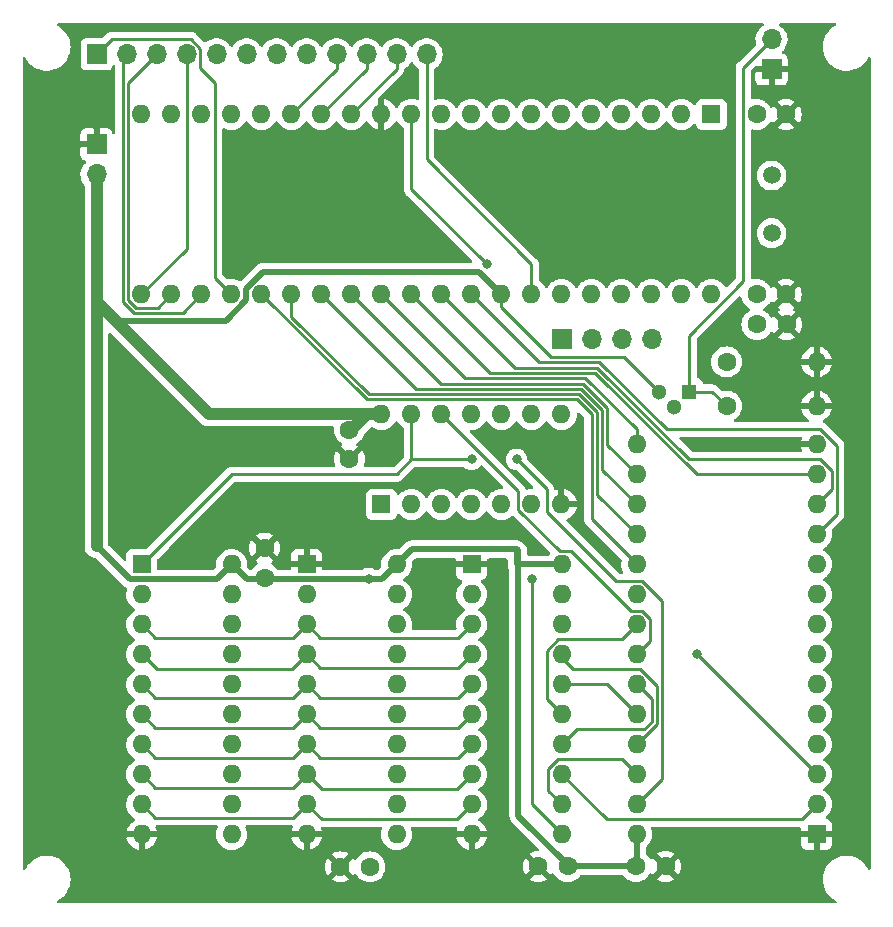
<source format=gbr>
%TF.GenerationSoftware,KiCad,Pcbnew,(6.0.4)*%
%TF.CreationDate,2022-04-30T14:30:54+02:00*%
%TF.ProjectId,TMS9918-2,544d5339-3931-4382-9d32-2e6b69636164,1.1*%
%TF.SameCoordinates,Original*%
%TF.FileFunction,Copper,L2,Bot*%
%TF.FilePolarity,Positive*%
%FSLAX46Y46*%
G04 Gerber Fmt 4.6, Leading zero omitted, Abs format (unit mm)*
G04 Created by KiCad (PCBNEW (6.0.4)) date 2022-04-30 14:30:54*
%MOMM*%
%LPD*%
G01*
G04 APERTURE LIST*
%TA.AperFunction,ComponentPad*%
%ADD10C,1.600000*%
%TD*%
%TA.AperFunction,ComponentPad*%
%ADD11R,1.700000X1.700000*%
%TD*%
%TA.AperFunction,ComponentPad*%
%ADD12O,1.700000X1.700000*%
%TD*%
%TA.AperFunction,ComponentPad*%
%ADD13R,1.600000X1.600000*%
%TD*%
%TA.AperFunction,ComponentPad*%
%ADD14O,1.600000X1.600000*%
%TD*%
%TA.AperFunction,ComponentPad*%
%ADD15C,1.500000*%
%TD*%
%TA.AperFunction,ComponentPad*%
%ADD16R,1.300000X1.300000*%
%TD*%
%TA.AperFunction,ComponentPad*%
%ADD17C,1.300000*%
%TD*%
%TA.AperFunction,ViaPad*%
%ADD18C,0.800000*%
%TD*%
%TA.AperFunction,Conductor*%
%ADD19C,0.250000*%
%TD*%
%TA.AperFunction,Conductor*%
%ADD20C,0.500000*%
%TD*%
%TA.AperFunction,Conductor*%
%ADD21C,1.000000*%
%TD*%
G04 APERTURE END LIST*
D10*
%TO.P,C8,1*%
%TO.N,Net-(C8-Pad1)*%
X106680000Y-83820000D03*
%TO.P,C8,2*%
%TO.N,GND*%
X109180000Y-83820000D03*
%TD*%
D11*
%TO.P,J4,1,Pin_1*%
%TO.N,/EXT*%
X90180000Y-87630000D03*
D12*
%TO.P,J4,2,Pin_2*%
%TO.N,/vid*%
X92720000Y-87630000D03*
%TO.P,J4,3,Pin_3*%
%TO.N,Net-(U1-Pad37)*%
X95260000Y-87630000D03*
%TO.P,J4,4,Pin_4*%
%TO.N,Net-(U1-Pad38)*%
X97800000Y-87630000D03*
%TD*%
D13*
%TO.P,U2,1,A14*%
%TO.N,GND*%
X111765000Y-129540000D03*
D14*
%TO.P,U2,2,A12*%
%TO.N,/VA12*%
X111765000Y-127000000D03*
%TO.P,U2,3,A7*%
%TO.N,/VA7*%
X111765000Y-124460000D03*
%TO.P,U2,4,A6*%
%TO.N,/VA6*%
X111765000Y-121920000D03*
%TO.P,U2,5,A5*%
%TO.N,/VA5*%
X111765000Y-119380000D03*
%TO.P,U2,6,A4*%
%TO.N,/VA4*%
X111765000Y-116840000D03*
%TO.P,U2,7,A3*%
%TO.N,/VA3*%
X111765000Y-114300000D03*
%TO.P,U2,8,A2*%
%TO.N,/VA2*%
X111765000Y-111760000D03*
%TO.P,U2,9,A1*%
%TO.N,/VA1*%
X111765000Y-109220000D03*
%TO.P,U2,10,A0*%
%TO.N,/VA0*%
X111765000Y-106680000D03*
%TO.P,U2,11,Q0*%
%TO.N,VD0*%
X111765000Y-104140000D03*
%TO.P,U2,12,Q1*%
%TO.N,VD1*%
X111765000Y-101600000D03*
%TO.P,U2,13,Q2*%
%TO.N,VD2*%
X111765000Y-99060000D03*
%TO.P,U2,14,GND*%
%TO.N,GND*%
X111765000Y-96520000D03*
%TO.P,U2,15,Q3*%
%TO.N,VD3*%
X96525000Y-96520000D03*
%TO.P,U2,16,Q4*%
%TO.N,VD4*%
X96525000Y-99060000D03*
%TO.P,U2,17,Q5*%
%TO.N,VD5*%
X96525000Y-101600000D03*
%TO.P,U2,18,Q6*%
%TO.N,VD6*%
X96525000Y-104140000D03*
%TO.P,U2,19,Q7*%
%TO.N,VD7*%
X96525000Y-106680000D03*
%TO.P,U2,20,~{CS}*%
%TO.N,GND*%
X96525000Y-109220000D03*
%TO.P,U2,21,A10*%
%TO.N,/VA10*%
X96525000Y-111760000D03*
%TO.P,U2,22,~{OE}*%
%TO.N,~{R}W*%
X96525000Y-114300000D03*
%TO.P,U2,23,A11*%
%TO.N,/VA11*%
X96525000Y-116840000D03*
%TO.P,U2,24,A9*%
%TO.N,/VA9*%
X96525000Y-119380000D03*
%TO.P,U2,25,A8*%
%TO.N,/VA8*%
X96525000Y-121920000D03*
%TO.P,U2,26,A13*%
%TO.N,/VA13*%
X96525000Y-124460000D03*
%TO.P,U2,27,~{WE}*%
%TO.N,R~{W}*%
X96525000Y-127000000D03*
%TO.P,U2,28,VCC*%
%TO.N,VCC*%
X96525000Y-129540000D03*
%TD*%
D13*
%TO.P,U1,1,~{RAS}*%
%TO.N,/~{RAS}*%
X102865000Y-68575000D03*
D14*
%TO.P,U1,2,~{CAS}*%
%TO.N,/~{CAS}*%
X100325000Y-68575000D03*
%TO.P,U1,3,AD7*%
%TO.N,/AD7*%
X97785000Y-68575000D03*
%TO.P,U1,4,AD6*%
%TO.N,/AD6*%
X95245000Y-68575000D03*
%TO.P,U1,5,AD5*%
%TO.N,/AD5*%
X92705000Y-68575000D03*
%TO.P,U1,6,AD4*%
%TO.N,/AD4*%
X90165000Y-68575000D03*
%TO.P,U1,7,AD3*%
%TO.N,/AD3*%
X87625000Y-68575000D03*
%TO.P,U1,8,AD2*%
%TO.N,/AD2*%
X85085000Y-68575000D03*
%TO.P,U1,9,AD1*%
%TO.N,/AD1*%
X82545000Y-68575000D03*
%TO.P,U1,10,AD0*%
%TO.N,/AD0*%
X80005000Y-68575000D03*
%TO.P,U1,11,R/~{W}*%
%TO.N,R~{W}*%
X77465000Y-68575000D03*
%TO.P,U1,12,VSS*%
%TO.N,GND*%
X74925000Y-68575000D03*
%TO.P,U1,13,MODE*%
%TO.N,/MODE*%
X72385000Y-68575000D03*
%TO.P,U1,14,~{CSW}*%
%TO.N,/~{CSW}*%
X69845000Y-68575000D03*
%TO.P,U1,15,~{CSR}*%
%TO.N,/~{CSR}*%
X67305000Y-68575000D03*
%TO.P,U1,16,~{INT}*%
%TO.N,unconnected-(U1-Pad16)*%
X64765000Y-68575000D03*
%TO.P,U1,17,CD7*%
%TO.N,/D7*%
X62225000Y-68575000D03*
%TO.P,U1,18,CD6*%
%TO.N,/D6*%
X59685000Y-68575000D03*
%TO.P,U1,19,CD5*%
%TO.N,/D5*%
X57145000Y-68575000D03*
%TO.P,U1,20,CD4*%
%TO.N,/D4*%
X54605000Y-68575000D03*
%TO.P,U1,21,CD3*%
%TO.N,/D3*%
X54605000Y-83815000D03*
%TO.P,U1,22,CD2*%
%TO.N,/D2*%
X57145000Y-83815000D03*
%TO.P,U1,23,CD1*%
%TO.N,/D1*%
X59685000Y-83815000D03*
%TO.P,U1,24,CD0*%
%TO.N,/D0*%
X62225000Y-83815000D03*
%TO.P,U1,25,RD7*%
%TO.N,VD7*%
X64765000Y-83815000D03*
%TO.P,U1,26,RD6*%
%TO.N,VD6*%
X67305000Y-83815000D03*
%TO.P,U1,27,RD5*%
%TO.N,VD5*%
X69845000Y-83815000D03*
%TO.P,U1,28,RD4*%
%TO.N,VD4*%
X72385000Y-83815000D03*
%TO.P,U1,29,RD3*%
%TO.N,VD3*%
X74925000Y-83815000D03*
%TO.P,U1,30,RD2*%
%TO.N,VD2*%
X77465000Y-83815000D03*
%TO.P,U1,31,RD1*%
%TO.N,VD1*%
X80005000Y-83815000D03*
%TO.P,U1,32,RD0*%
%TO.N,VD0*%
X82545000Y-83815000D03*
%TO.P,U1,33,VCC*%
%TO.N,VCC*%
X85085000Y-83815000D03*
%TO.P,U1,34,~{RESET}/SYNC*%
%TO.N,/~{RESET}*%
X87625000Y-83815000D03*
%TO.P,U1,35,EXTVDP*%
%TO.N,/EXT*%
X90165000Y-83815000D03*
%TO.P,U1,36,COMVID*%
%TO.N,/vid*%
X92705000Y-83815000D03*
%TO.P,U1,37,GROMCLK*%
%TO.N,Net-(U1-Pad37)*%
X95245000Y-83815000D03*
%TO.P,U1,38,CPUCLK*%
%TO.N,Net-(U1-Pad38)*%
X97785000Y-83815000D03*
%TO.P,U1,39,XTAL1*%
%TO.N,Net-(C7-Pad1)*%
X100325000Y-83815000D03*
%TO.P,U1,40,XTAL2*%
%TO.N,Net-(C8-Pad1)*%
X102865000Y-83815000D03*
%TD*%
D15*
%TO.P,Y1,1,1*%
%TO.N,Net-(C7-Pad1)*%
X107950000Y-73750000D03*
%TO.P,Y1,2,2*%
%TO.N,Net-(C8-Pad1)*%
X107950000Y-78630000D03*
%TD*%
D13*
%TO.P,U6,1*%
%TO.N,N/C*%
X74925000Y-101590000D03*
D14*
%TO.P,U6,2*%
X77465000Y-101590000D03*
%TO.P,U6,3*%
X80005000Y-101590000D03*
%TO.P,U6,4*%
X82545000Y-101590000D03*
%TO.P,U6,5*%
X85085000Y-101590000D03*
%TO.P,U6,6*%
X87625000Y-101590000D03*
%TO.P,U6,7,GND*%
%TO.N,GND*%
X90165000Y-101590000D03*
%TO.P,U6,8*%
%TO.N,/COL*%
X90165000Y-93970000D03*
%TO.P,U6,9*%
%TO.N,/~{CAS}*%
X87625000Y-93970000D03*
%TO.P,U6,10*%
%TO.N,/ROW*%
X85085000Y-93970000D03*
%TO.P,U6,11*%
%TO.N,/~{RAS}*%
X82545000Y-93970000D03*
%TO.P,U6,12*%
%TO.N,~{R}W*%
X80005000Y-93970000D03*
%TO.P,U6,13*%
%TO.N,R~{W}*%
X77465000Y-93970000D03*
%TO.P,U6,14,VCC*%
%TO.N,VCC*%
X74925000Y-93970000D03*
%TD*%
D10*
%TO.P,C6,1*%
%TO.N,VCC*%
X72207656Y-95259986D03*
%TO.P,C6,2*%
%TO.N,GND*%
X72207656Y-97759986D03*
%TD*%
%TO.P,C7,1*%
%TO.N,Net-(C7-Pad1)*%
X106680000Y-68580000D03*
%TO.P,C7,2*%
%TO.N,GND*%
X109180000Y-68580000D03*
%TD*%
%TO.P,C2,1*%
%TO.N,GND*%
X98990857Y-132239550D03*
%TO.P,C2,2*%
%TO.N,VCC*%
X96490857Y-132239550D03*
%TD*%
%TO.P,C4,1*%
%TO.N,VCC*%
X73939918Y-132281552D03*
%TO.P,C4,2*%
%TO.N,GND*%
X71439918Y-132281552D03*
%TD*%
D11*
%TO.P,J2,1,Pin_1*%
%TO.N,GND*%
X107950000Y-64770000D03*
D12*
%TO.P,J2,2,Pin_2*%
%TO.N,Net-(J2-Pad2)*%
X107950000Y-62230000D03*
%TD*%
D13*
%TO.P,U5,1,OE*%
%TO.N,GND*%
X82560000Y-106685000D03*
D14*
%TO.P,U5,2,D0*%
%TO.N,unconnected-(U5-Pad2)*%
X82560000Y-109225000D03*
%TO.P,U5,3,D1*%
%TO.N,/AD1*%
X82560000Y-111765000D03*
%TO.P,U5,4,D2*%
%TO.N,/AD2*%
X82560000Y-114305000D03*
%TO.P,U5,5,D3*%
%TO.N,/AD3*%
X82560000Y-116845000D03*
%TO.P,U5,6,D4*%
%TO.N,/AD4*%
X82560000Y-119385000D03*
%TO.P,U5,7,D5*%
%TO.N,/AD5*%
X82560000Y-121925000D03*
%TO.P,U5,8,D6*%
%TO.N,/AD6*%
X82560000Y-124465000D03*
%TO.P,U5,9,D7*%
%TO.N,/AD7*%
X82560000Y-127005000D03*
%TO.P,U5,10,GND*%
%TO.N,GND*%
X82560000Y-129545000D03*
%TO.P,U5,11,Cp*%
%TO.N,/COL*%
X90180000Y-129545000D03*
%TO.P,U5,12,Q7*%
%TO.N,/VA13*%
X90180000Y-127005000D03*
%TO.P,U5,13,Q6*%
%TO.N,/VA12*%
X90180000Y-124465000D03*
%TO.P,U5,14,Q5*%
%TO.N,/VA11*%
X90180000Y-121925000D03*
%TO.P,U5,15,Q4*%
%TO.N,/VA10*%
X90180000Y-119385000D03*
%TO.P,U5,16,Q3*%
%TO.N,/VA9*%
X90180000Y-116845000D03*
%TO.P,U5,17,Q2*%
%TO.N,/VA8*%
X90180000Y-114305000D03*
%TO.P,U5,18,Q1*%
%TO.N,/VA7*%
X90180000Y-111765000D03*
%TO.P,U5,19,Q0*%
%TO.N,unconnected-(U5-Pad19)*%
X90180000Y-109225000D03*
%TO.P,U5,20,VCC*%
%TO.N,VCC*%
X90180000Y-106685000D03*
%TD*%
D10*
%TO.P,C3,1*%
%TO.N,VCC*%
X65023254Y-107794320D03*
%TO.P,C3,2*%
%TO.N,GND*%
X65023254Y-105294320D03*
%TD*%
D16*
%TO.P,Q1,1,E*%
%TO.N,Net-(J2-Pad2)*%
X100965000Y-92075000D03*
D17*
%TO.P,Q1,2,B*%
%TO.N,/vid*%
X99695000Y-93345000D03*
%TO.P,Q1,3,C*%
%TO.N,VCC*%
X98425000Y-92075000D03*
%TD*%
D10*
%TO.P,R1,1*%
%TO.N,Net-(J2-Pad2)*%
X104140000Y-93269546D03*
D14*
%TO.P,R1,2*%
%TO.N,GND*%
X111760000Y-93269546D03*
%TD*%
D10*
%TO.P,R3,1*%
%TO.N,/vid*%
X104140000Y-89535000D03*
D14*
%TO.P,R3,2*%
%TO.N,GND*%
X111760000Y-89535000D03*
%TD*%
D10*
%TO.P,C1,1*%
%TO.N,VCC*%
X106720000Y-86360000D03*
%TO.P,C1,2*%
%TO.N,GND*%
X109220000Y-86360000D03*
%TD*%
%TO.P,C5,1*%
%TO.N,VCC*%
X90685822Y-132243134D03*
%TO.P,C5,2*%
%TO.N,GND*%
X88185822Y-132243134D03*
%TD*%
D13*
%TO.P,U4,1,OE*%
%TO.N,GND*%
X68590000Y-106685000D03*
D14*
%TO.P,U4,2,D0*%
%TO.N,unconnected-(U4-Pad2)*%
X68590000Y-109225000D03*
%TO.P,U4,3,D1*%
%TO.N,/AD1*%
X68590000Y-111765000D03*
%TO.P,U4,4,D2*%
%TO.N,/AD2*%
X68590000Y-114305000D03*
%TO.P,U4,5,D3*%
%TO.N,/AD3*%
X68590000Y-116845000D03*
%TO.P,U4,6,D4*%
%TO.N,/AD4*%
X68590000Y-119385000D03*
%TO.P,U4,7,D5*%
%TO.N,/AD5*%
X68590000Y-121925000D03*
%TO.P,U4,8,D6*%
%TO.N,/AD6*%
X68590000Y-124465000D03*
%TO.P,U4,9,D7*%
%TO.N,/AD7*%
X68590000Y-127005000D03*
%TO.P,U4,10,GND*%
%TO.N,GND*%
X68590000Y-129545000D03*
%TO.P,U4,11,Cp*%
%TO.N,/ROW*%
X76210000Y-129545000D03*
%TO.P,U4,12,Q7*%
%TO.N,/VA6*%
X76210000Y-127005000D03*
%TO.P,U4,13,Q6*%
%TO.N,/VA5*%
X76210000Y-124465000D03*
%TO.P,U4,14,Q5*%
%TO.N,/VA4*%
X76210000Y-121925000D03*
%TO.P,U4,15,Q4*%
%TO.N,/VA3*%
X76210000Y-119385000D03*
%TO.P,U4,16,Q3*%
%TO.N,/VA2*%
X76210000Y-116845000D03*
%TO.P,U4,17,Q2*%
%TO.N,/VA1*%
X76210000Y-114305000D03*
%TO.P,U4,18,Q1*%
%TO.N,/VA0*%
X76210000Y-111765000D03*
%TO.P,U4,19,Q0*%
%TO.N,unconnected-(U4-Pad19)*%
X76210000Y-109225000D03*
%TO.P,U4,20,VCC*%
%TO.N,VCC*%
X76210000Y-106685000D03*
%TD*%
D13*
%TO.P,U3,1,OE*%
%TO.N,R~{W}*%
X54620000Y-106685000D03*
D14*
%TO.P,U3,2,D0*%
%TO.N,/AD0*%
X54620000Y-109225000D03*
%TO.P,U3,3,D1*%
%TO.N,/AD1*%
X54620000Y-111765000D03*
%TO.P,U3,4,D2*%
%TO.N,/AD2*%
X54620000Y-114305000D03*
%TO.P,U3,5,D3*%
%TO.N,/AD3*%
X54620000Y-116845000D03*
%TO.P,U3,6,D4*%
%TO.N,/AD4*%
X54620000Y-119385000D03*
%TO.P,U3,7,D5*%
%TO.N,/AD5*%
X54620000Y-121925000D03*
%TO.P,U3,8,D6*%
%TO.N,/AD6*%
X54620000Y-124465000D03*
%TO.P,U3,9,D7*%
%TO.N,/AD7*%
X54620000Y-127005000D03*
%TO.P,U3,10,GND*%
%TO.N,GND*%
X54620000Y-129545000D03*
%TO.P,U3,11,Cp*%
%TO.N,~{R}W*%
X62240000Y-129545000D03*
%TO.P,U3,12,Q7*%
%TO.N,VD7*%
X62240000Y-127005000D03*
%TO.P,U3,13,Q6*%
%TO.N,VD6*%
X62240000Y-124465000D03*
%TO.P,U3,14,Q5*%
%TO.N,VD5*%
X62240000Y-121925000D03*
%TO.P,U3,15,Q4*%
%TO.N,VD4*%
X62240000Y-119385000D03*
%TO.P,U3,16,Q3*%
%TO.N,VD3*%
X62240000Y-116845000D03*
%TO.P,U3,17,Q2*%
%TO.N,VD2*%
X62240000Y-114305000D03*
%TO.P,U3,18,Q1*%
%TO.N,VD1*%
X62240000Y-111765000D03*
%TO.P,U3,19,Q0*%
%TO.N,VD0*%
X62240000Y-109225000D03*
%TO.P,U3,20,VCC*%
%TO.N,VCC*%
X62240000Y-106685000D03*
%TD*%
D11*
%TO.P,J3,1,Pin_1*%
%TO.N,GND*%
X50800000Y-71120000D03*
D12*
%TO.P,J3,2,Pin_2*%
%TO.N,VCC*%
X50800000Y-73660000D03*
%TD*%
D11*
%TO.P,J1,1,Pin_1*%
%TO.N,/D0*%
X50805000Y-63500000D03*
D12*
%TO.P,J1,2,Pin_2*%
%TO.N,/D1*%
X53345000Y-63500000D03*
%TO.P,J1,3,Pin_3*%
%TO.N,/D2*%
X55885000Y-63500000D03*
%TO.P,J1,4,Pin_4*%
%TO.N,/D3*%
X58425000Y-63500000D03*
%TO.P,J1,5,Pin_5*%
%TO.N,/D4*%
X60965000Y-63500000D03*
%TO.P,J1,6,Pin_6*%
%TO.N,/D5*%
X63505000Y-63500000D03*
%TO.P,J1,7,Pin_7*%
%TO.N,/D6*%
X66045000Y-63500000D03*
%TO.P,J1,8,Pin_8*%
%TO.N,/D7*%
X68585000Y-63500000D03*
%TO.P,J1,9,Pin_9*%
%TO.N,/~{CSR}*%
X71125000Y-63500000D03*
%TO.P,J1,10,Pin_10*%
%TO.N,/~{CSW}*%
X73665000Y-63500000D03*
%TO.P,J1,11,Pin_11*%
%TO.N,/MODE*%
X76205000Y-63500000D03*
%TO.P,J1,12,Pin_12*%
%TO.N,/~{RESET}*%
X78745000Y-63500000D03*
%TD*%
D18*
%TO.N,GND*%
X77470000Y-64770000D03*
X69850000Y-97790000D03*
X69850000Y-100330000D03*
%TO.N,VCC*%
X73840933Y-107877392D03*
%TO.N,/COL*%
X87630000Y-107950000D03*
%TO.N,/VA7*%
X101600000Y-114300000D03*
%TO.N,R~{W}*%
X86360000Y-97790000D03*
X83820000Y-81280000D03*
X82550000Y-97790000D03*
%TD*%
D19*
%TO.N,GND*%
X82590000Y-129575000D02*
X82560000Y-129545000D01*
%TO.N,/~{CSR}*%
X71125000Y-63500000D02*
X71125000Y-64755000D01*
X71125000Y-64755000D02*
X67305000Y-68575000D01*
%TO.N,/~{CSW}*%
X73665000Y-63500000D02*
X73665000Y-64755000D01*
X73665000Y-64755000D02*
X69845000Y-68575000D01*
%TO.N,/MODE*%
X76205000Y-63500000D02*
X76205000Y-64755000D01*
X76205000Y-64755000D02*
X72385000Y-68575000D01*
D20*
%TO.N,VCC*%
X96525000Y-132205407D02*
X96525000Y-129540000D01*
X83185000Y-81915000D02*
X64897924Y-81915000D01*
X86365000Y-106685000D02*
X90180000Y-106685000D01*
X86360000Y-105410000D02*
X86510489Y-105560489D01*
D21*
X73660000Y-93980000D02*
X72390000Y-95250000D01*
D19*
X98425000Y-92075000D02*
X95463840Y-89113840D01*
D21*
X60315000Y-93970000D02*
X74920000Y-93970000D01*
D20*
X53635978Y-107950000D02*
X60975000Y-107950000D01*
X77485000Y-105410000D02*
X86360000Y-105410000D01*
X86360000Y-106680000D02*
X86365000Y-106685000D01*
X86510489Y-105560489D02*
X86510489Y-127943139D01*
D21*
X50800000Y-84455000D02*
X60315000Y-93970000D01*
D20*
X90685822Y-132243134D02*
X96487273Y-132243134D01*
X76210000Y-106685000D02*
X77485000Y-105410000D01*
X63474511Y-84332565D02*
X61764576Y-86042500D01*
D19*
X89314818Y-89113840D02*
X85085000Y-84884022D01*
D20*
X64897924Y-81915000D02*
X63474511Y-83338413D01*
D19*
X74920000Y-93970000D02*
X74930000Y-93980000D01*
D21*
X50800000Y-81600300D02*
X50800000Y-105114022D01*
D20*
X86360000Y-105710978D02*
X86360000Y-106680000D01*
X85085000Y-83815000D02*
X83185000Y-81915000D01*
D19*
X96487273Y-132243134D02*
X96525000Y-132205407D01*
D21*
X50800000Y-73660000D02*
X50800000Y-81600300D01*
D20*
X86510489Y-105560489D02*
X86360000Y-105710978D01*
X60975000Y-107950000D02*
X62240000Y-106685000D01*
D19*
X90685822Y-132118472D02*
X90685822Y-132243134D01*
X95463840Y-89113840D02*
X89314818Y-89113840D01*
D20*
X50800000Y-105114022D02*
X53635978Y-107950000D01*
X86510489Y-127943139D02*
X90685822Y-132118472D01*
D19*
X85085000Y-84884022D02*
X85085000Y-83815000D01*
D20*
X62240000Y-106685000D02*
X63505000Y-107950000D01*
X63474511Y-83338413D02*
X63474511Y-84332565D01*
X61764576Y-86042500D02*
X52387500Y-86042500D01*
X63505000Y-107950000D02*
X74945000Y-107950000D01*
D19*
X74930000Y-93980000D02*
X73660000Y-93980000D01*
D20*
X74945000Y-107950000D02*
X76210000Y-106685000D01*
D19*
%TO.N,VD7*%
X73660000Y-92710000D02*
X91440000Y-92710000D01*
X92710000Y-93980000D02*
X92710000Y-102865000D01*
X91440000Y-92710000D02*
X92710000Y-93980000D01*
X64765000Y-83815000D02*
X73660000Y-92710000D01*
X92710000Y-102865000D02*
X96525000Y-106680000D01*
%TO.N,VD6*%
X91626197Y-92260480D02*
X93159520Y-93793803D01*
X96520000Y-104140000D02*
X96525000Y-104140000D01*
X93159520Y-100779520D02*
X96520000Y-104140000D01*
X67305000Y-85719282D02*
X73846198Y-92260480D01*
X73846198Y-92260480D02*
X91626197Y-92260480D01*
X93159520Y-93793803D02*
X93159520Y-100779520D01*
X67305000Y-83815000D02*
X67305000Y-85719282D01*
%TO.N,/COL*%
X87630000Y-107950000D02*
X87630000Y-126995000D01*
X87630000Y-126995000D02*
X90180000Y-129545000D01*
%TO.N,/VA13*%
X95255000Y-123190000D02*
X96525000Y-124460000D01*
X89055489Y-125880489D02*
X89055489Y-123999211D01*
X89864700Y-123190000D02*
X95255000Y-123190000D01*
X89055489Y-123999211D02*
X89864700Y-123190000D01*
X90180000Y-127005000D02*
X89055489Y-125880489D01*
%TO.N,/VA12*%
X90180000Y-124470000D02*
X93980000Y-128270000D01*
X90180000Y-124465000D02*
X90180000Y-124470000D01*
X93980000Y-128270000D02*
X110495000Y-128270000D01*
X110495000Y-128270000D02*
X111765000Y-127000000D01*
%TO.N,/VA11*%
X91455000Y-120650000D02*
X97159282Y-120650000D01*
X97159282Y-120650000D02*
X97790000Y-120019282D01*
X97790000Y-120019282D02*
X97790000Y-118105000D01*
X90180000Y-121925000D02*
X91455000Y-120650000D01*
X97790000Y-118105000D02*
X96525000Y-116840000D01*
%TO.N,/VA10*%
X90180000Y-119385000D02*
X88900000Y-118105000D01*
X95255000Y-113030000D02*
X96525000Y-111760000D01*
X89864700Y-113030000D02*
X95255000Y-113030000D01*
X88900000Y-118105000D02*
X88900000Y-113994700D01*
X88900000Y-113994700D02*
X89864700Y-113030000D01*
%TO.N,/VA9*%
X90180000Y-116845000D02*
X93990000Y-116845000D01*
X93990000Y-116845000D02*
X96525000Y-119380000D01*
%TO.N,/VA8*%
X98239520Y-116964220D02*
X98239520Y-120205479D01*
X90180000Y-114625300D02*
X91124700Y-115570000D01*
X96845300Y-115570000D02*
X98239520Y-116964220D01*
X91124700Y-115570000D02*
X96845300Y-115570000D01*
X90180000Y-114305000D02*
X90180000Y-114625300D01*
X98239520Y-120205479D02*
X96525000Y-121920000D01*
%TO.N,/VA7*%
X101605000Y-114300000D02*
X111765000Y-124460000D01*
X101600000Y-114300000D02*
X101605000Y-114300000D01*
%TO.N,VD5*%
X93609040Y-93607606D02*
X93609040Y-98684040D01*
X93609040Y-98684040D02*
X96525000Y-101600000D01*
X91812395Y-91810960D02*
X93609040Y-93607606D01*
X69845000Y-83815000D02*
X77840960Y-91810960D01*
X77840960Y-91810960D02*
X91812395Y-91810960D01*
%TO.N,/D0*%
X59599511Y-64679511D02*
X59599511Y-63013501D01*
X52075000Y-62230000D02*
X50805000Y-63500000D01*
X60809511Y-82399511D02*
X60809511Y-65889511D01*
X58816010Y-62230000D02*
X52075000Y-62230000D01*
X59599511Y-63013501D02*
X58816010Y-62230000D01*
X62225000Y-83815000D02*
X60809511Y-82399511D01*
X60809511Y-65889511D02*
X59599511Y-64679511D01*
%TO.N,VD4*%
X94058560Y-96593560D02*
X96525000Y-99060000D01*
X72385000Y-83815000D02*
X79931440Y-91361440D01*
X94058560Y-93421409D02*
X94058560Y-96593560D01*
X79931440Y-91361440D02*
X91998593Y-91361440D01*
X91998593Y-91361440D02*
X94058560Y-93421409D01*
%TO.N,VD3*%
X82021920Y-90911920D02*
X92184788Y-90911920D01*
X92184788Y-90911920D02*
X96525000Y-95252132D01*
X74925000Y-83815000D02*
X82021920Y-90911920D01*
X96525000Y-95252132D02*
X96525000Y-96520000D01*
%TO.N,VD2*%
X101600000Y-99060000D02*
X111765000Y-99060000D01*
X84112400Y-90462400D02*
X93002400Y-90462400D01*
X93002400Y-90462400D02*
X101600000Y-99060000D01*
X77465000Y-83815000D02*
X84112400Y-90462400D01*
%TO.N,/~{RESET}*%
X78740000Y-72390000D02*
X87625000Y-81275000D01*
X87625000Y-81275000D02*
X87625000Y-83815000D01*
X78745000Y-63500000D02*
X78740000Y-63505000D01*
X78740000Y-63505000D02*
X78740000Y-72390000D01*
%TO.N,/D1*%
X58110969Y-85389031D02*
X59685000Y-83815000D01*
X53030969Y-63814031D02*
X53030969Y-84466986D01*
X53953014Y-85389031D02*
X58110969Y-85389031D01*
X53345000Y-63500000D02*
X53030969Y-63814031D01*
X53030969Y-84466986D02*
X53953014Y-85389031D01*
%TO.N,VD1*%
X86202880Y-90012880D02*
X93188598Y-90012880D01*
X80005000Y-83815000D02*
X86202880Y-90012880D01*
X112085300Y-97790000D02*
X113030000Y-98734700D01*
X113030000Y-100335000D02*
X111765000Y-101600000D01*
X113030000Y-98734700D02*
X113030000Y-100335000D01*
X100965718Y-97790000D02*
X112085300Y-97790000D01*
X93188598Y-90012880D02*
X100965718Y-97790000D01*
%TO.N,VD0*%
X113479520Y-96644220D02*
X113479520Y-102425480D01*
X99061436Y-95250000D02*
X112085300Y-95250000D01*
X93374796Y-89563360D02*
X99061436Y-95250000D01*
X112085300Y-95250000D02*
X113479520Y-96644220D01*
X88293360Y-89563360D02*
X93374796Y-89563360D01*
X82545000Y-83815000D02*
X88293360Y-89563360D01*
X113479520Y-102425480D02*
X111765000Y-104140000D01*
%TO.N,/D2*%
X53480489Y-84280789D02*
X54139211Y-84939511D01*
X53480489Y-65904511D02*
X53480489Y-84280789D01*
X55885000Y-63500000D02*
X53480489Y-65904511D01*
X54139211Y-84939511D02*
X56020489Y-84939511D01*
X56020489Y-84939511D02*
X57145000Y-83815000D01*
%TO.N,/D3*%
X58420000Y-68580000D02*
X58420000Y-80000000D01*
X58425000Y-68575000D02*
X58420000Y-68580000D01*
X58425000Y-63500000D02*
X58425000Y-68575000D01*
X58420000Y-80000000D02*
X54605000Y-83815000D01*
%TO.N,/AD7*%
X81280000Y-128270000D02*
X82550000Y-127000000D01*
X69850000Y-128270000D02*
X81280000Y-128270000D01*
X68590000Y-127010000D02*
X69850000Y-128270000D01*
X67465489Y-128129511D02*
X68590000Y-127005000D01*
X68590000Y-127005000D02*
X68590000Y-127010000D01*
X55744511Y-128129511D02*
X67465489Y-128129511D01*
X54620000Y-127005000D02*
X55744511Y-128129511D01*
%TO.N,/AD6*%
X69855000Y-125730000D02*
X81280000Y-125730000D01*
X55744511Y-125589511D02*
X67465489Y-125589511D01*
X68590000Y-124465000D02*
X69855000Y-125730000D01*
X67465489Y-125589511D02*
X68590000Y-124465000D01*
X81280000Y-125730000D02*
X82550000Y-124460000D01*
X54620000Y-124465000D02*
X55744511Y-125589511D01*
%TO.N,/AD5*%
X69714511Y-123049511D02*
X81420489Y-123049511D01*
X81420489Y-123049511D02*
X82550000Y-121920000D01*
X68590000Y-121925000D02*
X69714511Y-123049511D01*
X54620000Y-121925000D02*
X55744511Y-123049511D01*
X55744511Y-123049511D02*
X67465489Y-123049511D01*
X67465489Y-123049511D02*
X68590000Y-121925000D01*
%TO.N,/AD4*%
X55744511Y-120509511D02*
X67465489Y-120509511D01*
X81420489Y-120509511D02*
X82550000Y-119380000D01*
X69714511Y-120509511D02*
X81420489Y-120509511D01*
X54620000Y-119385000D02*
X55744511Y-120509511D01*
X67465489Y-120509511D02*
X68590000Y-119385000D01*
X68590000Y-119385000D02*
X69714511Y-120509511D01*
%TO.N,/AD3*%
X55744511Y-117969511D02*
X67465489Y-117969511D01*
X67465489Y-117969511D02*
X68590000Y-116845000D01*
X69714511Y-117969511D02*
X81420489Y-117969511D01*
X68590000Y-116845000D02*
X69714511Y-117969511D01*
X54620000Y-116845000D02*
X55744511Y-117969511D01*
X81420489Y-117969511D02*
X82550000Y-116840000D01*
%TO.N,/AD2*%
X55885000Y-115570000D02*
X67325000Y-115570000D01*
X54620000Y-114305000D02*
X55885000Y-115570000D01*
X67325000Y-115570000D02*
X68590000Y-114305000D01*
X68590000Y-114305000D02*
X69714511Y-115429511D01*
X81420489Y-115429511D02*
X82550000Y-114300000D01*
X69714511Y-115429511D02*
X81420489Y-115429511D01*
%TO.N,/AD1*%
X54620000Y-111765000D02*
X55744511Y-112889511D01*
X67465489Y-112889511D02*
X68590000Y-111765000D01*
X69714511Y-112889511D02*
X81420489Y-112889511D01*
X81420489Y-112889511D02*
X82550000Y-111760000D01*
X55744511Y-112889511D02*
X67465489Y-112889511D01*
X68590000Y-111765000D02*
X69714511Y-112889511D01*
%TO.N,R~{W}*%
X86360000Y-97790000D02*
X88900000Y-100330000D01*
X98689040Y-124835960D02*
X96525000Y-127000000D01*
X98689040Y-109793740D02*
X98689040Y-124835960D01*
X62245000Y-99060000D02*
X54620000Y-106685000D01*
X88900000Y-100330000D02*
X88900000Y-102211278D01*
X88900000Y-102211278D02*
X94784211Y-108095489D01*
X77470000Y-97790000D02*
X77465000Y-97795000D01*
X82550000Y-97790000D02*
X77470000Y-97790000D01*
X96990789Y-108095489D02*
X98689040Y-109793740D01*
X77465000Y-97795000D02*
X76200000Y-99060000D01*
X94784211Y-108095489D02*
X96990789Y-108095489D01*
X76200000Y-99060000D02*
X62245000Y-99060000D01*
X77465000Y-93970000D02*
X77465000Y-97795000D01*
X77465000Y-74925000D02*
X83820000Y-81280000D01*
X77465000Y-68575000D02*
X77465000Y-74925000D01*
%TO.N,~{R}W*%
X90984211Y-105560489D02*
X96059211Y-110635489D01*
X97649511Y-111294211D02*
X97649511Y-113175489D01*
X97649511Y-113175489D02*
X96525000Y-114300000D01*
X90000189Y-105560489D02*
X90984211Y-105560489D01*
X86500489Y-102060789D02*
X90000189Y-105560489D01*
X96059211Y-110635489D02*
X96990789Y-110635489D01*
X80005000Y-93970000D02*
X86500489Y-100465489D01*
X96990789Y-110635489D02*
X97649511Y-111294211D01*
X86500489Y-100465489D02*
X86500489Y-102060789D01*
%TO.N,Net-(J2-Pad2)*%
X102945454Y-92075000D02*
X104140000Y-93269546D01*
X105555489Y-82714811D02*
X105555489Y-64624511D01*
X102945454Y-92075000D02*
X100965000Y-92075000D01*
X100965000Y-87305300D02*
X100965000Y-92075000D01*
X100965000Y-87305300D02*
X105555489Y-82714811D01*
X105555489Y-64624511D02*
X107950000Y-62230000D01*
%TD*%
%TA.AperFunction,Conductor*%
%TO.N,GND*%
G36*
X107243622Y-60853502D02*
G01*
X107290115Y-60907158D01*
X107300219Y-60977432D01*
X107270725Y-61042012D01*
X107233683Y-61071262D01*
X107223607Y-61076507D01*
X107219474Y-61079610D01*
X107219471Y-61079612D01*
X107195247Y-61097800D01*
X107044965Y-61210635D01*
X106890629Y-61372138D01*
X106887715Y-61376410D01*
X106887714Y-61376411D01*
X106875404Y-61394457D01*
X106764743Y-61556680D01*
X106726011Y-61640121D01*
X106689471Y-61718841D01*
X106670688Y-61759305D01*
X106610989Y-61974570D01*
X106587251Y-62196695D01*
X106587548Y-62201848D01*
X106587548Y-62201851D01*
X106592857Y-62293919D01*
X106600110Y-62419715D01*
X106601247Y-62424761D01*
X106601248Y-62424767D01*
X106618169Y-62499848D01*
X106633240Y-62566721D01*
X106633453Y-62567668D01*
X106628917Y-62638520D01*
X106599631Y-62684464D01*
X105163236Y-64120859D01*
X105154950Y-64128399D01*
X105148471Y-64132511D01*
X105143046Y-64138288D01*
X105101846Y-64182162D01*
X105099091Y-64185004D01*
X105079354Y-64204741D01*
X105076874Y-64207938D01*
X105069171Y-64216958D01*
X105038903Y-64249190D01*
X105035084Y-64256136D01*
X105035082Y-64256139D01*
X105029141Y-64266945D01*
X105018290Y-64283464D01*
X105005875Y-64299470D01*
X105002730Y-64306739D01*
X105002727Y-64306743D01*
X104988315Y-64340048D01*
X104983098Y-64350698D01*
X104961794Y-64389451D01*
X104959823Y-64397126D01*
X104959823Y-64397127D01*
X104956756Y-64409073D01*
X104950352Y-64427777D01*
X104942308Y-64446366D01*
X104941069Y-64454189D01*
X104941066Y-64454199D01*
X104935390Y-64490035D01*
X104932984Y-64501655D01*
X104923961Y-64536800D01*
X104921989Y-64544481D01*
X104921989Y-64564735D01*
X104920438Y-64584445D01*
X104917269Y-64604454D01*
X104918015Y-64612346D01*
X104921430Y-64648472D01*
X104921989Y-64660330D01*
X104921989Y-82400217D01*
X104901987Y-82468338D01*
X104885084Y-82489312D01*
X104196474Y-83177922D01*
X104134162Y-83211948D01*
X104063347Y-83206883D01*
X104006511Y-83164336D01*
X104002583Y-83158381D01*
X104002523Y-83158251D01*
X103871198Y-82970700D01*
X103709300Y-82808802D01*
X103704792Y-82805645D01*
X103704789Y-82805643D01*
X103621263Y-82747158D01*
X103521749Y-82677477D01*
X103516767Y-82675154D01*
X103516762Y-82675151D01*
X103319225Y-82583039D01*
X103319224Y-82583039D01*
X103314243Y-82580716D01*
X103308935Y-82579294D01*
X103308933Y-82579293D01*
X103098402Y-82522881D01*
X103098400Y-82522881D01*
X103093087Y-82521457D01*
X102865000Y-82501502D01*
X102636913Y-82521457D01*
X102631600Y-82522881D01*
X102631598Y-82522881D01*
X102421067Y-82579293D01*
X102421065Y-82579294D01*
X102415757Y-82580716D01*
X102410776Y-82583039D01*
X102410775Y-82583039D01*
X102213238Y-82675151D01*
X102213233Y-82675154D01*
X102208251Y-82677477D01*
X102108737Y-82747158D01*
X102025211Y-82805643D01*
X102025208Y-82805645D01*
X102020700Y-82808802D01*
X101858802Y-82970700D01*
X101727477Y-83158251D01*
X101725154Y-83163233D01*
X101725151Y-83163238D01*
X101709195Y-83197457D01*
X101662278Y-83250742D01*
X101594001Y-83270203D01*
X101526041Y-83249661D01*
X101480805Y-83197457D01*
X101464849Y-83163238D01*
X101464846Y-83163233D01*
X101462523Y-83158251D01*
X101331198Y-82970700D01*
X101169300Y-82808802D01*
X101164792Y-82805645D01*
X101164789Y-82805643D01*
X101081263Y-82747158D01*
X100981749Y-82677477D01*
X100976767Y-82675154D01*
X100976762Y-82675151D01*
X100779225Y-82583039D01*
X100779224Y-82583039D01*
X100774243Y-82580716D01*
X100768935Y-82579294D01*
X100768933Y-82579293D01*
X100558402Y-82522881D01*
X100558400Y-82522881D01*
X100553087Y-82521457D01*
X100325000Y-82501502D01*
X100096913Y-82521457D01*
X100091600Y-82522881D01*
X100091598Y-82522881D01*
X99881067Y-82579293D01*
X99881065Y-82579294D01*
X99875757Y-82580716D01*
X99870776Y-82583039D01*
X99870775Y-82583039D01*
X99673238Y-82675151D01*
X99673233Y-82675154D01*
X99668251Y-82677477D01*
X99568737Y-82747158D01*
X99485211Y-82805643D01*
X99485208Y-82805645D01*
X99480700Y-82808802D01*
X99318802Y-82970700D01*
X99187477Y-83158251D01*
X99185154Y-83163233D01*
X99185151Y-83163238D01*
X99169195Y-83197457D01*
X99122278Y-83250742D01*
X99054001Y-83270203D01*
X98986041Y-83249661D01*
X98940805Y-83197457D01*
X98924849Y-83163238D01*
X98924846Y-83163233D01*
X98922523Y-83158251D01*
X98791198Y-82970700D01*
X98629300Y-82808802D01*
X98624792Y-82805645D01*
X98624789Y-82805643D01*
X98541263Y-82747158D01*
X98441749Y-82677477D01*
X98436767Y-82675154D01*
X98436762Y-82675151D01*
X98239225Y-82583039D01*
X98239224Y-82583039D01*
X98234243Y-82580716D01*
X98228935Y-82579294D01*
X98228933Y-82579293D01*
X98018402Y-82522881D01*
X98018400Y-82522881D01*
X98013087Y-82521457D01*
X97785000Y-82501502D01*
X97556913Y-82521457D01*
X97551600Y-82522881D01*
X97551598Y-82522881D01*
X97341067Y-82579293D01*
X97341065Y-82579294D01*
X97335757Y-82580716D01*
X97330776Y-82583039D01*
X97330775Y-82583039D01*
X97133238Y-82675151D01*
X97133233Y-82675154D01*
X97128251Y-82677477D01*
X97028737Y-82747158D01*
X96945211Y-82805643D01*
X96945208Y-82805645D01*
X96940700Y-82808802D01*
X96778802Y-82970700D01*
X96647477Y-83158251D01*
X96645154Y-83163233D01*
X96645151Y-83163238D01*
X96629195Y-83197457D01*
X96582278Y-83250742D01*
X96514001Y-83270203D01*
X96446041Y-83249661D01*
X96400805Y-83197457D01*
X96384849Y-83163238D01*
X96384846Y-83163233D01*
X96382523Y-83158251D01*
X96251198Y-82970700D01*
X96089300Y-82808802D01*
X96084792Y-82805645D01*
X96084789Y-82805643D01*
X96001263Y-82747158D01*
X95901749Y-82677477D01*
X95896767Y-82675154D01*
X95896762Y-82675151D01*
X95699225Y-82583039D01*
X95699224Y-82583039D01*
X95694243Y-82580716D01*
X95688935Y-82579294D01*
X95688933Y-82579293D01*
X95478402Y-82522881D01*
X95478400Y-82522881D01*
X95473087Y-82521457D01*
X95245000Y-82501502D01*
X95016913Y-82521457D01*
X95011600Y-82522881D01*
X95011598Y-82522881D01*
X94801067Y-82579293D01*
X94801065Y-82579294D01*
X94795757Y-82580716D01*
X94790776Y-82583039D01*
X94790775Y-82583039D01*
X94593238Y-82675151D01*
X94593233Y-82675154D01*
X94588251Y-82677477D01*
X94488737Y-82747158D01*
X94405211Y-82805643D01*
X94405208Y-82805645D01*
X94400700Y-82808802D01*
X94238802Y-82970700D01*
X94107477Y-83158251D01*
X94105154Y-83163233D01*
X94105151Y-83163238D01*
X94089195Y-83197457D01*
X94042278Y-83250742D01*
X93974001Y-83270203D01*
X93906041Y-83249661D01*
X93860805Y-83197457D01*
X93844849Y-83163238D01*
X93844846Y-83163233D01*
X93842523Y-83158251D01*
X93711198Y-82970700D01*
X93549300Y-82808802D01*
X93544792Y-82805645D01*
X93544789Y-82805643D01*
X93461263Y-82747158D01*
X93361749Y-82677477D01*
X93356767Y-82675154D01*
X93356762Y-82675151D01*
X93159225Y-82583039D01*
X93159224Y-82583039D01*
X93154243Y-82580716D01*
X93148935Y-82579294D01*
X93148933Y-82579293D01*
X92938402Y-82522881D01*
X92938400Y-82522881D01*
X92933087Y-82521457D01*
X92705000Y-82501502D01*
X92476913Y-82521457D01*
X92471600Y-82522881D01*
X92471598Y-82522881D01*
X92261067Y-82579293D01*
X92261065Y-82579294D01*
X92255757Y-82580716D01*
X92250776Y-82583039D01*
X92250775Y-82583039D01*
X92053238Y-82675151D01*
X92053233Y-82675154D01*
X92048251Y-82677477D01*
X91948737Y-82747158D01*
X91865211Y-82805643D01*
X91865208Y-82805645D01*
X91860700Y-82808802D01*
X91698802Y-82970700D01*
X91567477Y-83158251D01*
X91565154Y-83163233D01*
X91565151Y-83163238D01*
X91549195Y-83197457D01*
X91502278Y-83250742D01*
X91434001Y-83270203D01*
X91366041Y-83249661D01*
X91320805Y-83197457D01*
X91304849Y-83163238D01*
X91304846Y-83163233D01*
X91302523Y-83158251D01*
X91171198Y-82970700D01*
X91009300Y-82808802D01*
X91004792Y-82805645D01*
X91004789Y-82805643D01*
X90921263Y-82747158D01*
X90821749Y-82677477D01*
X90816767Y-82675154D01*
X90816762Y-82675151D01*
X90619225Y-82583039D01*
X90619224Y-82583039D01*
X90614243Y-82580716D01*
X90608935Y-82579294D01*
X90608933Y-82579293D01*
X90398402Y-82522881D01*
X90398400Y-82522881D01*
X90393087Y-82521457D01*
X90165000Y-82501502D01*
X89936913Y-82521457D01*
X89931600Y-82522881D01*
X89931598Y-82522881D01*
X89721067Y-82579293D01*
X89721065Y-82579294D01*
X89715757Y-82580716D01*
X89710776Y-82583039D01*
X89710775Y-82583039D01*
X89513238Y-82675151D01*
X89513233Y-82675154D01*
X89508251Y-82677477D01*
X89408737Y-82747158D01*
X89325211Y-82805643D01*
X89325208Y-82805645D01*
X89320700Y-82808802D01*
X89158802Y-82970700D01*
X89027477Y-83158251D01*
X89025154Y-83163233D01*
X89025151Y-83163238D01*
X89009195Y-83197457D01*
X88962278Y-83250742D01*
X88894001Y-83270203D01*
X88826041Y-83249661D01*
X88780805Y-83197457D01*
X88764849Y-83163238D01*
X88764846Y-83163233D01*
X88762523Y-83158251D01*
X88631198Y-82970700D01*
X88469300Y-82808802D01*
X88464792Y-82805645D01*
X88464789Y-82805643D01*
X88312229Y-82698819D01*
X88267901Y-82643362D01*
X88258500Y-82595606D01*
X88258500Y-81353768D01*
X88259027Y-81342585D01*
X88260702Y-81335092D01*
X88260222Y-81319803D01*
X88258562Y-81267002D01*
X88258500Y-81263044D01*
X88258500Y-81235144D01*
X88257996Y-81231153D01*
X88257063Y-81219311D01*
X88257035Y-81218393D01*
X88255674Y-81175111D01*
X88252895Y-81165546D01*
X88250021Y-81155652D01*
X88246012Y-81136293D01*
X88245390Y-81131368D01*
X88243474Y-81116203D01*
X88240558Y-81108837D01*
X88240556Y-81108831D01*
X88227200Y-81075098D01*
X88223355Y-81063868D01*
X88213230Y-81029017D01*
X88213230Y-81029016D01*
X88211019Y-81021407D01*
X88200705Y-81003966D01*
X88192008Y-80986213D01*
X88187472Y-80974758D01*
X88184552Y-80967383D01*
X88158563Y-80931612D01*
X88152047Y-80921692D01*
X88144212Y-80908444D01*
X88129542Y-80883638D01*
X88115221Y-80869317D01*
X88102380Y-80854283D01*
X88095131Y-80844306D01*
X88090472Y-80837893D01*
X88056395Y-80809702D01*
X88047616Y-80801712D01*
X79410405Y-72164500D01*
X79376379Y-72102188D01*
X79373500Y-72075405D01*
X79373500Y-69922076D01*
X79393502Y-69853955D01*
X79447158Y-69807462D01*
X79517432Y-69797358D01*
X79545382Y-69805687D01*
X79545604Y-69805078D01*
X79550768Y-69806957D01*
X79555757Y-69809284D01*
X79596604Y-69820229D01*
X79771598Y-69867119D01*
X79771600Y-69867119D01*
X79776913Y-69868543D01*
X80005000Y-69888498D01*
X80233087Y-69868543D01*
X80238400Y-69867119D01*
X80238402Y-69867119D01*
X80448933Y-69810707D01*
X80448935Y-69810706D01*
X80454243Y-69809284D01*
X80479819Y-69797358D01*
X80656762Y-69714849D01*
X80656767Y-69714846D01*
X80661749Y-69712523D01*
X80837648Y-69589357D01*
X80844789Y-69584357D01*
X80844792Y-69584355D01*
X80849300Y-69581198D01*
X81011198Y-69419300D01*
X81142523Y-69231749D01*
X81144846Y-69226767D01*
X81144849Y-69226762D01*
X81160805Y-69192543D01*
X81207722Y-69139258D01*
X81275999Y-69119797D01*
X81343959Y-69140339D01*
X81389195Y-69192543D01*
X81405151Y-69226762D01*
X81405154Y-69226767D01*
X81407477Y-69231749D01*
X81538802Y-69419300D01*
X81700700Y-69581198D01*
X81705208Y-69584355D01*
X81705211Y-69584357D01*
X81712352Y-69589357D01*
X81888251Y-69712523D01*
X81893233Y-69714846D01*
X81893238Y-69714849D01*
X82070181Y-69797358D01*
X82095757Y-69809284D01*
X82101065Y-69810706D01*
X82101067Y-69810707D01*
X82311598Y-69867119D01*
X82311600Y-69867119D01*
X82316913Y-69868543D01*
X82545000Y-69888498D01*
X82773087Y-69868543D01*
X82778400Y-69867119D01*
X82778402Y-69867119D01*
X82988933Y-69810707D01*
X82988935Y-69810706D01*
X82994243Y-69809284D01*
X83019819Y-69797358D01*
X83196762Y-69714849D01*
X83196767Y-69714846D01*
X83201749Y-69712523D01*
X83377648Y-69589357D01*
X83384789Y-69584357D01*
X83384792Y-69584355D01*
X83389300Y-69581198D01*
X83551198Y-69419300D01*
X83682523Y-69231749D01*
X83684846Y-69226767D01*
X83684849Y-69226762D01*
X83700805Y-69192543D01*
X83747722Y-69139258D01*
X83815999Y-69119797D01*
X83883959Y-69140339D01*
X83929195Y-69192543D01*
X83945151Y-69226762D01*
X83945154Y-69226767D01*
X83947477Y-69231749D01*
X84078802Y-69419300D01*
X84240700Y-69581198D01*
X84245208Y-69584355D01*
X84245211Y-69584357D01*
X84252352Y-69589357D01*
X84428251Y-69712523D01*
X84433233Y-69714846D01*
X84433238Y-69714849D01*
X84610181Y-69797358D01*
X84635757Y-69809284D01*
X84641065Y-69810706D01*
X84641067Y-69810707D01*
X84851598Y-69867119D01*
X84851600Y-69867119D01*
X84856913Y-69868543D01*
X85085000Y-69888498D01*
X85313087Y-69868543D01*
X85318400Y-69867119D01*
X85318402Y-69867119D01*
X85528933Y-69810707D01*
X85528935Y-69810706D01*
X85534243Y-69809284D01*
X85559819Y-69797358D01*
X85736762Y-69714849D01*
X85736767Y-69714846D01*
X85741749Y-69712523D01*
X85917648Y-69589357D01*
X85924789Y-69584357D01*
X85924792Y-69584355D01*
X85929300Y-69581198D01*
X86091198Y-69419300D01*
X86222523Y-69231749D01*
X86224846Y-69226767D01*
X86224849Y-69226762D01*
X86240805Y-69192543D01*
X86287722Y-69139258D01*
X86355999Y-69119797D01*
X86423959Y-69140339D01*
X86469195Y-69192543D01*
X86485151Y-69226762D01*
X86485154Y-69226767D01*
X86487477Y-69231749D01*
X86618802Y-69419300D01*
X86780700Y-69581198D01*
X86785208Y-69584355D01*
X86785211Y-69584357D01*
X86792352Y-69589357D01*
X86968251Y-69712523D01*
X86973233Y-69714846D01*
X86973238Y-69714849D01*
X87150181Y-69797358D01*
X87175757Y-69809284D01*
X87181065Y-69810706D01*
X87181067Y-69810707D01*
X87391598Y-69867119D01*
X87391600Y-69867119D01*
X87396913Y-69868543D01*
X87625000Y-69888498D01*
X87853087Y-69868543D01*
X87858400Y-69867119D01*
X87858402Y-69867119D01*
X88068933Y-69810707D01*
X88068935Y-69810706D01*
X88074243Y-69809284D01*
X88099819Y-69797358D01*
X88276762Y-69714849D01*
X88276767Y-69714846D01*
X88281749Y-69712523D01*
X88457648Y-69589357D01*
X88464789Y-69584357D01*
X88464792Y-69584355D01*
X88469300Y-69581198D01*
X88631198Y-69419300D01*
X88762523Y-69231749D01*
X88764846Y-69226767D01*
X88764849Y-69226762D01*
X88780805Y-69192543D01*
X88827722Y-69139258D01*
X88895999Y-69119797D01*
X88963959Y-69140339D01*
X89009195Y-69192543D01*
X89025151Y-69226762D01*
X89025154Y-69226767D01*
X89027477Y-69231749D01*
X89158802Y-69419300D01*
X89320700Y-69581198D01*
X89325208Y-69584355D01*
X89325211Y-69584357D01*
X89332352Y-69589357D01*
X89508251Y-69712523D01*
X89513233Y-69714846D01*
X89513238Y-69714849D01*
X89690181Y-69797358D01*
X89715757Y-69809284D01*
X89721065Y-69810706D01*
X89721067Y-69810707D01*
X89931598Y-69867119D01*
X89931600Y-69867119D01*
X89936913Y-69868543D01*
X90165000Y-69888498D01*
X90393087Y-69868543D01*
X90398400Y-69867119D01*
X90398402Y-69867119D01*
X90608933Y-69810707D01*
X90608935Y-69810706D01*
X90614243Y-69809284D01*
X90639819Y-69797358D01*
X90816762Y-69714849D01*
X90816767Y-69714846D01*
X90821749Y-69712523D01*
X90997648Y-69589357D01*
X91004789Y-69584357D01*
X91004792Y-69584355D01*
X91009300Y-69581198D01*
X91171198Y-69419300D01*
X91302523Y-69231749D01*
X91304846Y-69226767D01*
X91304849Y-69226762D01*
X91320805Y-69192543D01*
X91367722Y-69139258D01*
X91435999Y-69119797D01*
X91503959Y-69140339D01*
X91549195Y-69192543D01*
X91565151Y-69226762D01*
X91565154Y-69226767D01*
X91567477Y-69231749D01*
X91698802Y-69419300D01*
X91860700Y-69581198D01*
X91865208Y-69584355D01*
X91865211Y-69584357D01*
X91872352Y-69589357D01*
X92048251Y-69712523D01*
X92053233Y-69714846D01*
X92053238Y-69714849D01*
X92230181Y-69797358D01*
X92255757Y-69809284D01*
X92261065Y-69810706D01*
X92261067Y-69810707D01*
X92471598Y-69867119D01*
X92471600Y-69867119D01*
X92476913Y-69868543D01*
X92705000Y-69888498D01*
X92933087Y-69868543D01*
X92938400Y-69867119D01*
X92938402Y-69867119D01*
X93148933Y-69810707D01*
X93148935Y-69810706D01*
X93154243Y-69809284D01*
X93179819Y-69797358D01*
X93356762Y-69714849D01*
X93356767Y-69714846D01*
X93361749Y-69712523D01*
X93537648Y-69589357D01*
X93544789Y-69584357D01*
X93544792Y-69584355D01*
X93549300Y-69581198D01*
X93711198Y-69419300D01*
X93842523Y-69231749D01*
X93844846Y-69226767D01*
X93844849Y-69226762D01*
X93860805Y-69192543D01*
X93907722Y-69139258D01*
X93975999Y-69119797D01*
X94043959Y-69140339D01*
X94089195Y-69192543D01*
X94105151Y-69226762D01*
X94105154Y-69226767D01*
X94107477Y-69231749D01*
X94238802Y-69419300D01*
X94400700Y-69581198D01*
X94405208Y-69584355D01*
X94405211Y-69584357D01*
X94412352Y-69589357D01*
X94588251Y-69712523D01*
X94593233Y-69714846D01*
X94593238Y-69714849D01*
X94770181Y-69797358D01*
X94795757Y-69809284D01*
X94801065Y-69810706D01*
X94801067Y-69810707D01*
X95011598Y-69867119D01*
X95011600Y-69867119D01*
X95016913Y-69868543D01*
X95245000Y-69888498D01*
X95473087Y-69868543D01*
X95478400Y-69867119D01*
X95478402Y-69867119D01*
X95688933Y-69810707D01*
X95688935Y-69810706D01*
X95694243Y-69809284D01*
X95719819Y-69797358D01*
X95896762Y-69714849D01*
X95896767Y-69714846D01*
X95901749Y-69712523D01*
X96077648Y-69589357D01*
X96084789Y-69584357D01*
X96084792Y-69584355D01*
X96089300Y-69581198D01*
X96251198Y-69419300D01*
X96382523Y-69231749D01*
X96384846Y-69226767D01*
X96384849Y-69226762D01*
X96400805Y-69192543D01*
X96447722Y-69139258D01*
X96515999Y-69119797D01*
X96583959Y-69140339D01*
X96629195Y-69192543D01*
X96645151Y-69226762D01*
X96645154Y-69226767D01*
X96647477Y-69231749D01*
X96778802Y-69419300D01*
X96940700Y-69581198D01*
X96945208Y-69584355D01*
X96945211Y-69584357D01*
X96952352Y-69589357D01*
X97128251Y-69712523D01*
X97133233Y-69714846D01*
X97133238Y-69714849D01*
X97310181Y-69797358D01*
X97335757Y-69809284D01*
X97341065Y-69810706D01*
X97341067Y-69810707D01*
X97551598Y-69867119D01*
X97551600Y-69867119D01*
X97556913Y-69868543D01*
X97785000Y-69888498D01*
X98013087Y-69868543D01*
X98018400Y-69867119D01*
X98018402Y-69867119D01*
X98228933Y-69810707D01*
X98228935Y-69810706D01*
X98234243Y-69809284D01*
X98259819Y-69797358D01*
X98436762Y-69714849D01*
X98436767Y-69714846D01*
X98441749Y-69712523D01*
X98617648Y-69589357D01*
X98624789Y-69584357D01*
X98624792Y-69584355D01*
X98629300Y-69581198D01*
X98791198Y-69419300D01*
X98922523Y-69231749D01*
X98924846Y-69226767D01*
X98924849Y-69226762D01*
X98940805Y-69192543D01*
X98987722Y-69139258D01*
X99055999Y-69119797D01*
X99123959Y-69140339D01*
X99169195Y-69192543D01*
X99185151Y-69226762D01*
X99185154Y-69226767D01*
X99187477Y-69231749D01*
X99318802Y-69419300D01*
X99480700Y-69581198D01*
X99485208Y-69584355D01*
X99485211Y-69584357D01*
X99492352Y-69589357D01*
X99668251Y-69712523D01*
X99673233Y-69714846D01*
X99673238Y-69714849D01*
X99850181Y-69797358D01*
X99875757Y-69809284D01*
X99881065Y-69810706D01*
X99881067Y-69810707D01*
X100091598Y-69867119D01*
X100091600Y-69867119D01*
X100096913Y-69868543D01*
X100325000Y-69888498D01*
X100553087Y-69868543D01*
X100558400Y-69867119D01*
X100558402Y-69867119D01*
X100768933Y-69810707D01*
X100768935Y-69810706D01*
X100774243Y-69809284D01*
X100799819Y-69797358D01*
X100976762Y-69714849D01*
X100976767Y-69714846D01*
X100981749Y-69712523D01*
X101157648Y-69589357D01*
X101164789Y-69584357D01*
X101164792Y-69584355D01*
X101169300Y-69581198D01*
X101331198Y-69419300D01*
X101334357Y-69414789D01*
X101337892Y-69410576D01*
X101339026Y-69411527D01*
X101389071Y-69371529D01*
X101459690Y-69364224D01*
X101523049Y-69396258D01*
X101559030Y-69457462D01*
X101562082Y-69474517D01*
X101563255Y-69485316D01*
X101614385Y-69621705D01*
X101701739Y-69738261D01*
X101818295Y-69825615D01*
X101954684Y-69876745D01*
X102016866Y-69883500D01*
X103713134Y-69883500D01*
X103775316Y-69876745D01*
X103911705Y-69825615D01*
X104028261Y-69738261D01*
X104115615Y-69621705D01*
X104166745Y-69485316D01*
X104173500Y-69423134D01*
X104173500Y-67726866D01*
X104166745Y-67664684D01*
X104115615Y-67528295D01*
X104028261Y-67411739D01*
X103911705Y-67324385D01*
X103775316Y-67273255D01*
X103713134Y-67266500D01*
X102016866Y-67266500D01*
X101954684Y-67273255D01*
X101818295Y-67324385D01*
X101701739Y-67411739D01*
X101614385Y-67528295D01*
X101563255Y-67664684D01*
X101562083Y-67675474D01*
X101561197Y-67677606D01*
X101560575Y-67680222D01*
X101560152Y-67680121D01*
X101534845Y-67741035D01*
X101476483Y-67781463D01*
X101405529Y-67783922D01*
X101344510Y-67747629D01*
X101337511Y-67738969D01*
X101334354Y-67735207D01*
X101331198Y-67730700D01*
X101169300Y-67568802D01*
X101164792Y-67565645D01*
X101164789Y-67565643D01*
X101086611Y-67510902D01*
X100981749Y-67437477D01*
X100976767Y-67435154D01*
X100976762Y-67435151D01*
X100779225Y-67343039D01*
X100779224Y-67343039D01*
X100774243Y-67340716D01*
X100768935Y-67339294D01*
X100768933Y-67339293D01*
X100558402Y-67282881D01*
X100558400Y-67282881D01*
X100553087Y-67281457D01*
X100325000Y-67261502D01*
X100096913Y-67281457D01*
X100091600Y-67282881D01*
X100091598Y-67282881D01*
X99881067Y-67339293D01*
X99881065Y-67339294D01*
X99875757Y-67340716D01*
X99870776Y-67343039D01*
X99870775Y-67343039D01*
X99673238Y-67435151D01*
X99673233Y-67435154D01*
X99668251Y-67437477D01*
X99563389Y-67510902D01*
X99485211Y-67565643D01*
X99485208Y-67565645D01*
X99480700Y-67568802D01*
X99318802Y-67730700D01*
X99187477Y-67918251D01*
X99185154Y-67923233D01*
X99185151Y-67923238D01*
X99169195Y-67957457D01*
X99122278Y-68010742D01*
X99054001Y-68030203D01*
X98986041Y-68009661D01*
X98940805Y-67957457D01*
X98924849Y-67923238D01*
X98924846Y-67923233D01*
X98922523Y-67918251D01*
X98791198Y-67730700D01*
X98629300Y-67568802D01*
X98624792Y-67565645D01*
X98624789Y-67565643D01*
X98546611Y-67510902D01*
X98441749Y-67437477D01*
X98436767Y-67435154D01*
X98436762Y-67435151D01*
X98239225Y-67343039D01*
X98239224Y-67343039D01*
X98234243Y-67340716D01*
X98228935Y-67339294D01*
X98228933Y-67339293D01*
X98018402Y-67282881D01*
X98018400Y-67282881D01*
X98013087Y-67281457D01*
X97785000Y-67261502D01*
X97556913Y-67281457D01*
X97551600Y-67282881D01*
X97551598Y-67282881D01*
X97341067Y-67339293D01*
X97341065Y-67339294D01*
X97335757Y-67340716D01*
X97330776Y-67343039D01*
X97330775Y-67343039D01*
X97133238Y-67435151D01*
X97133233Y-67435154D01*
X97128251Y-67437477D01*
X97023389Y-67510902D01*
X96945211Y-67565643D01*
X96945208Y-67565645D01*
X96940700Y-67568802D01*
X96778802Y-67730700D01*
X96647477Y-67918251D01*
X96645154Y-67923233D01*
X96645151Y-67923238D01*
X96629195Y-67957457D01*
X96582278Y-68010742D01*
X96514001Y-68030203D01*
X96446041Y-68009661D01*
X96400805Y-67957457D01*
X96384849Y-67923238D01*
X96384846Y-67923233D01*
X96382523Y-67918251D01*
X96251198Y-67730700D01*
X96089300Y-67568802D01*
X96084792Y-67565645D01*
X96084789Y-67565643D01*
X96006611Y-67510902D01*
X95901749Y-67437477D01*
X95896767Y-67435154D01*
X95896762Y-67435151D01*
X95699225Y-67343039D01*
X95699224Y-67343039D01*
X95694243Y-67340716D01*
X95688935Y-67339294D01*
X95688933Y-67339293D01*
X95478402Y-67282881D01*
X95478400Y-67282881D01*
X95473087Y-67281457D01*
X95245000Y-67261502D01*
X95016913Y-67281457D01*
X95011600Y-67282881D01*
X95011598Y-67282881D01*
X94801067Y-67339293D01*
X94801065Y-67339294D01*
X94795757Y-67340716D01*
X94790776Y-67343039D01*
X94790775Y-67343039D01*
X94593238Y-67435151D01*
X94593233Y-67435154D01*
X94588251Y-67437477D01*
X94483389Y-67510902D01*
X94405211Y-67565643D01*
X94405208Y-67565645D01*
X94400700Y-67568802D01*
X94238802Y-67730700D01*
X94107477Y-67918251D01*
X94105154Y-67923233D01*
X94105151Y-67923238D01*
X94089195Y-67957457D01*
X94042278Y-68010742D01*
X93974001Y-68030203D01*
X93906041Y-68009661D01*
X93860805Y-67957457D01*
X93844849Y-67923238D01*
X93844846Y-67923233D01*
X93842523Y-67918251D01*
X93711198Y-67730700D01*
X93549300Y-67568802D01*
X93544792Y-67565645D01*
X93544789Y-67565643D01*
X93466611Y-67510902D01*
X93361749Y-67437477D01*
X93356767Y-67435154D01*
X93356762Y-67435151D01*
X93159225Y-67343039D01*
X93159224Y-67343039D01*
X93154243Y-67340716D01*
X93148935Y-67339294D01*
X93148933Y-67339293D01*
X92938402Y-67282881D01*
X92938400Y-67282881D01*
X92933087Y-67281457D01*
X92705000Y-67261502D01*
X92476913Y-67281457D01*
X92471600Y-67282881D01*
X92471598Y-67282881D01*
X92261067Y-67339293D01*
X92261065Y-67339294D01*
X92255757Y-67340716D01*
X92250776Y-67343039D01*
X92250775Y-67343039D01*
X92053238Y-67435151D01*
X92053233Y-67435154D01*
X92048251Y-67437477D01*
X91943389Y-67510902D01*
X91865211Y-67565643D01*
X91865208Y-67565645D01*
X91860700Y-67568802D01*
X91698802Y-67730700D01*
X91567477Y-67918251D01*
X91565154Y-67923233D01*
X91565151Y-67923238D01*
X91549195Y-67957457D01*
X91502278Y-68010742D01*
X91434001Y-68030203D01*
X91366041Y-68009661D01*
X91320805Y-67957457D01*
X91304849Y-67923238D01*
X91304846Y-67923233D01*
X91302523Y-67918251D01*
X91171198Y-67730700D01*
X91009300Y-67568802D01*
X91004792Y-67565645D01*
X91004789Y-67565643D01*
X90926611Y-67510902D01*
X90821749Y-67437477D01*
X90816767Y-67435154D01*
X90816762Y-67435151D01*
X90619225Y-67343039D01*
X90619224Y-67343039D01*
X90614243Y-67340716D01*
X90608935Y-67339294D01*
X90608933Y-67339293D01*
X90398402Y-67282881D01*
X90398400Y-67282881D01*
X90393087Y-67281457D01*
X90165000Y-67261502D01*
X89936913Y-67281457D01*
X89931600Y-67282881D01*
X89931598Y-67282881D01*
X89721067Y-67339293D01*
X89721065Y-67339294D01*
X89715757Y-67340716D01*
X89710776Y-67343039D01*
X89710775Y-67343039D01*
X89513238Y-67435151D01*
X89513233Y-67435154D01*
X89508251Y-67437477D01*
X89403389Y-67510902D01*
X89325211Y-67565643D01*
X89325208Y-67565645D01*
X89320700Y-67568802D01*
X89158802Y-67730700D01*
X89027477Y-67918251D01*
X89025154Y-67923233D01*
X89025151Y-67923238D01*
X89009195Y-67957457D01*
X88962278Y-68010742D01*
X88894001Y-68030203D01*
X88826041Y-68009661D01*
X88780805Y-67957457D01*
X88764849Y-67923238D01*
X88764846Y-67923233D01*
X88762523Y-67918251D01*
X88631198Y-67730700D01*
X88469300Y-67568802D01*
X88464792Y-67565645D01*
X88464789Y-67565643D01*
X88386611Y-67510902D01*
X88281749Y-67437477D01*
X88276767Y-67435154D01*
X88276762Y-67435151D01*
X88079225Y-67343039D01*
X88079224Y-67343039D01*
X88074243Y-67340716D01*
X88068935Y-67339294D01*
X88068933Y-67339293D01*
X87858402Y-67282881D01*
X87858400Y-67282881D01*
X87853087Y-67281457D01*
X87625000Y-67261502D01*
X87396913Y-67281457D01*
X87391600Y-67282881D01*
X87391598Y-67282881D01*
X87181067Y-67339293D01*
X87181065Y-67339294D01*
X87175757Y-67340716D01*
X87170776Y-67343039D01*
X87170775Y-67343039D01*
X86973238Y-67435151D01*
X86973233Y-67435154D01*
X86968251Y-67437477D01*
X86863389Y-67510902D01*
X86785211Y-67565643D01*
X86785208Y-67565645D01*
X86780700Y-67568802D01*
X86618802Y-67730700D01*
X86487477Y-67918251D01*
X86485154Y-67923233D01*
X86485151Y-67923238D01*
X86469195Y-67957457D01*
X86422278Y-68010742D01*
X86354001Y-68030203D01*
X86286041Y-68009661D01*
X86240805Y-67957457D01*
X86224849Y-67923238D01*
X86224846Y-67923233D01*
X86222523Y-67918251D01*
X86091198Y-67730700D01*
X85929300Y-67568802D01*
X85924792Y-67565645D01*
X85924789Y-67565643D01*
X85846611Y-67510902D01*
X85741749Y-67437477D01*
X85736767Y-67435154D01*
X85736762Y-67435151D01*
X85539225Y-67343039D01*
X85539224Y-67343039D01*
X85534243Y-67340716D01*
X85528935Y-67339294D01*
X85528933Y-67339293D01*
X85318402Y-67282881D01*
X85318400Y-67282881D01*
X85313087Y-67281457D01*
X85085000Y-67261502D01*
X84856913Y-67281457D01*
X84851600Y-67282881D01*
X84851598Y-67282881D01*
X84641067Y-67339293D01*
X84641065Y-67339294D01*
X84635757Y-67340716D01*
X84630776Y-67343039D01*
X84630775Y-67343039D01*
X84433238Y-67435151D01*
X84433233Y-67435154D01*
X84428251Y-67437477D01*
X84323389Y-67510902D01*
X84245211Y-67565643D01*
X84245208Y-67565645D01*
X84240700Y-67568802D01*
X84078802Y-67730700D01*
X83947477Y-67918251D01*
X83945154Y-67923233D01*
X83945151Y-67923238D01*
X83929195Y-67957457D01*
X83882278Y-68010742D01*
X83814001Y-68030203D01*
X83746041Y-68009661D01*
X83700805Y-67957457D01*
X83684849Y-67923238D01*
X83684846Y-67923233D01*
X83682523Y-67918251D01*
X83551198Y-67730700D01*
X83389300Y-67568802D01*
X83384792Y-67565645D01*
X83384789Y-67565643D01*
X83306611Y-67510902D01*
X83201749Y-67437477D01*
X83196767Y-67435154D01*
X83196762Y-67435151D01*
X82999225Y-67343039D01*
X82999224Y-67343039D01*
X82994243Y-67340716D01*
X82988935Y-67339294D01*
X82988933Y-67339293D01*
X82778402Y-67282881D01*
X82778400Y-67282881D01*
X82773087Y-67281457D01*
X82545000Y-67261502D01*
X82316913Y-67281457D01*
X82311600Y-67282881D01*
X82311598Y-67282881D01*
X82101067Y-67339293D01*
X82101065Y-67339294D01*
X82095757Y-67340716D01*
X82090776Y-67343039D01*
X82090775Y-67343039D01*
X81893238Y-67435151D01*
X81893233Y-67435154D01*
X81888251Y-67437477D01*
X81783389Y-67510902D01*
X81705211Y-67565643D01*
X81705208Y-67565645D01*
X81700700Y-67568802D01*
X81538802Y-67730700D01*
X81407477Y-67918251D01*
X81405154Y-67923233D01*
X81405151Y-67923238D01*
X81389195Y-67957457D01*
X81342278Y-68010742D01*
X81274001Y-68030203D01*
X81206041Y-68009661D01*
X81160805Y-67957457D01*
X81144849Y-67923238D01*
X81144846Y-67923233D01*
X81142523Y-67918251D01*
X81011198Y-67730700D01*
X80849300Y-67568802D01*
X80844792Y-67565645D01*
X80844789Y-67565643D01*
X80766611Y-67510902D01*
X80661749Y-67437477D01*
X80656767Y-67435154D01*
X80656762Y-67435151D01*
X80459225Y-67343039D01*
X80459224Y-67343039D01*
X80454243Y-67340716D01*
X80448935Y-67339294D01*
X80448933Y-67339293D01*
X80238402Y-67282881D01*
X80238400Y-67282881D01*
X80233087Y-67281457D01*
X80005000Y-67261502D01*
X79776913Y-67281457D01*
X79771600Y-67282881D01*
X79771598Y-67282881D01*
X79714812Y-67298097D01*
X79555757Y-67340716D01*
X79550768Y-67343043D01*
X79545604Y-67344922D01*
X79545011Y-67343292D01*
X79482570Y-67352781D01*
X79417755Y-67323808D01*
X79378893Y-67264392D01*
X79373500Y-67227924D01*
X79373500Y-64783407D01*
X79393502Y-64715286D01*
X79434985Y-64675176D01*
X79438340Y-64673176D01*
X79442994Y-64670896D01*
X79624860Y-64541173D01*
X79629249Y-64536800D01*
X79719999Y-64446366D01*
X79783096Y-64383489D01*
X79797284Y-64363745D01*
X79910435Y-64206277D01*
X79913453Y-64202077D01*
X79930538Y-64167509D01*
X80010136Y-64006453D01*
X80010137Y-64006451D01*
X80012430Y-64001811D01*
X80077370Y-63788069D01*
X80106529Y-63566590D01*
X80106843Y-63553754D01*
X80108074Y-63503365D01*
X80108074Y-63503361D01*
X80108156Y-63500000D01*
X80089852Y-63277361D01*
X80035431Y-63060702D01*
X79946354Y-62855840D01*
X79825014Y-62668277D01*
X79674670Y-62503051D01*
X79670619Y-62499852D01*
X79670615Y-62499848D01*
X79503414Y-62367800D01*
X79503410Y-62367798D01*
X79499359Y-62364598D01*
X79303789Y-62256638D01*
X79298920Y-62254914D01*
X79298916Y-62254912D01*
X79098087Y-62183795D01*
X79098083Y-62183794D01*
X79093212Y-62182069D01*
X79088119Y-62181162D01*
X79088116Y-62181161D01*
X78878373Y-62143800D01*
X78878367Y-62143799D01*
X78873284Y-62142894D01*
X78799452Y-62141992D01*
X78655081Y-62140228D01*
X78655079Y-62140228D01*
X78649911Y-62140165D01*
X78429091Y-62173955D01*
X78216756Y-62243357D01*
X78186443Y-62259137D01*
X78114497Y-62296590D01*
X78018607Y-62346507D01*
X78014474Y-62349610D01*
X78014471Y-62349612D01*
X77844100Y-62477530D01*
X77839965Y-62480635D01*
X77685629Y-62642138D01*
X77578201Y-62799621D01*
X77523293Y-62844621D01*
X77452768Y-62852792D01*
X77389021Y-62821538D01*
X77368324Y-62797054D01*
X77287822Y-62672617D01*
X77287820Y-62672614D01*
X77285014Y-62668277D01*
X77134670Y-62503051D01*
X77130619Y-62499852D01*
X77130615Y-62499848D01*
X76963414Y-62367800D01*
X76963410Y-62367798D01*
X76959359Y-62364598D01*
X76763789Y-62256638D01*
X76758920Y-62254914D01*
X76758916Y-62254912D01*
X76558087Y-62183795D01*
X76558083Y-62183794D01*
X76553212Y-62182069D01*
X76548119Y-62181162D01*
X76548116Y-62181161D01*
X76338373Y-62143800D01*
X76338367Y-62143799D01*
X76333284Y-62142894D01*
X76259452Y-62141992D01*
X76115081Y-62140228D01*
X76115079Y-62140228D01*
X76109911Y-62140165D01*
X75889091Y-62173955D01*
X75676756Y-62243357D01*
X75646443Y-62259137D01*
X75574497Y-62296590D01*
X75478607Y-62346507D01*
X75474474Y-62349610D01*
X75474471Y-62349612D01*
X75304100Y-62477530D01*
X75299965Y-62480635D01*
X75145629Y-62642138D01*
X75038201Y-62799621D01*
X74983293Y-62844621D01*
X74912768Y-62852792D01*
X74849021Y-62821538D01*
X74828324Y-62797054D01*
X74747822Y-62672617D01*
X74747820Y-62672614D01*
X74745014Y-62668277D01*
X74594670Y-62503051D01*
X74590619Y-62499852D01*
X74590615Y-62499848D01*
X74423414Y-62367800D01*
X74423410Y-62367798D01*
X74419359Y-62364598D01*
X74223789Y-62256638D01*
X74218920Y-62254914D01*
X74218916Y-62254912D01*
X74018087Y-62183795D01*
X74018083Y-62183794D01*
X74013212Y-62182069D01*
X74008119Y-62181162D01*
X74008116Y-62181161D01*
X73798373Y-62143800D01*
X73798367Y-62143799D01*
X73793284Y-62142894D01*
X73719452Y-62141992D01*
X73575081Y-62140228D01*
X73575079Y-62140228D01*
X73569911Y-62140165D01*
X73349091Y-62173955D01*
X73136756Y-62243357D01*
X73106443Y-62259137D01*
X73034497Y-62296590D01*
X72938607Y-62346507D01*
X72934474Y-62349610D01*
X72934471Y-62349612D01*
X72764100Y-62477530D01*
X72759965Y-62480635D01*
X72605629Y-62642138D01*
X72498201Y-62799621D01*
X72443293Y-62844621D01*
X72372768Y-62852792D01*
X72309021Y-62821538D01*
X72288324Y-62797054D01*
X72207822Y-62672617D01*
X72207820Y-62672614D01*
X72205014Y-62668277D01*
X72054670Y-62503051D01*
X72050619Y-62499852D01*
X72050615Y-62499848D01*
X71883414Y-62367800D01*
X71883410Y-62367798D01*
X71879359Y-62364598D01*
X71683789Y-62256638D01*
X71678920Y-62254914D01*
X71678916Y-62254912D01*
X71478087Y-62183795D01*
X71478083Y-62183794D01*
X71473212Y-62182069D01*
X71468119Y-62181162D01*
X71468116Y-62181161D01*
X71258373Y-62143800D01*
X71258367Y-62143799D01*
X71253284Y-62142894D01*
X71179452Y-62141992D01*
X71035081Y-62140228D01*
X71035079Y-62140228D01*
X71029911Y-62140165D01*
X70809091Y-62173955D01*
X70596756Y-62243357D01*
X70566443Y-62259137D01*
X70494497Y-62296590D01*
X70398607Y-62346507D01*
X70394474Y-62349610D01*
X70394471Y-62349612D01*
X70224100Y-62477530D01*
X70219965Y-62480635D01*
X70065629Y-62642138D01*
X69958201Y-62799621D01*
X69903293Y-62844621D01*
X69832768Y-62852792D01*
X69769021Y-62821538D01*
X69748324Y-62797054D01*
X69667822Y-62672617D01*
X69667820Y-62672614D01*
X69665014Y-62668277D01*
X69514670Y-62503051D01*
X69510619Y-62499852D01*
X69510615Y-62499848D01*
X69343414Y-62367800D01*
X69343410Y-62367798D01*
X69339359Y-62364598D01*
X69143789Y-62256638D01*
X69138920Y-62254914D01*
X69138916Y-62254912D01*
X68938087Y-62183795D01*
X68938083Y-62183794D01*
X68933212Y-62182069D01*
X68928119Y-62181162D01*
X68928116Y-62181161D01*
X68718373Y-62143800D01*
X68718367Y-62143799D01*
X68713284Y-62142894D01*
X68639452Y-62141992D01*
X68495081Y-62140228D01*
X68495079Y-62140228D01*
X68489911Y-62140165D01*
X68269091Y-62173955D01*
X68056756Y-62243357D01*
X68026443Y-62259137D01*
X67954497Y-62296590D01*
X67858607Y-62346507D01*
X67854474Y-62349610D01*
X67854471Y-62349612D01*
X67684100Y-62477530D01*
X67679965Y-62480635D01*
X67525629Y-62642138D01*
X67418201Y-62799621D01*
X67363293Y-62844621D01*
X67292768Y-62852792D01*
X67229021Y-62821538D01*
X67208324Y-62797054D01*
X67127822Y-62672617D01*
X67127820Y-62672614D01*
X67125014Y-62668277D01*
X66974670Y-62503051D01*
X66970619Y-62499852D01*
X66970615Y-62499848D01*
X66803414Y-62367800D01*
X66803410Y-62367798D01*
X66799359Y-62364598D01*
X66603789Y-62256638D01*
X66598920Y-62254914D01*
X66598916Y-62254912D01*
X66398087Y-62183795D01*
X66398083Y-62183794D01*
X66393212Y-62182069D01*
X66388119Y-62181162D01*
X66388116Y-62181161D01*
X66178373Y-62143800D01*
X66178367Y-62143799D01*
X66173284Y-62142894D01*
X66099452Y-62141992D01*
X65955081Y-62140228D01*
X65955079Y-62140228D01*
X65949911Y-62140165D01*
X65729091Y-62173955D01*
X65516756Y-62243357D01*
X65486443Y-62259137D01*
X65414497Y-62296590D01*
X65318607Y-62346507D01*
X65314474Y-62349610D01*
X65314471Y-62349612D01*
X65144100Y-62477530D01*
X65139965Y-62480635D01*
X64985629Y-62642138D01*
X64878201Y-62799621D01*
X64823293Y-62844621D01*
X64752768Y-62852792D01*
X64689021Y-62821538D01*
X64668324Y-62797054D01*
X64587822Y-62672617D01*
X64587820Y-62672614D01*
X64585014Y-62668277D01*
X64434670Y-62503051D01*
X64430619Y-62499852D01*
X64430615Y-62499848D01*
X64263414Y-62367800D01*
X64263410Y-62367798D01*
X64259359Y-62364598D01*
X64063789Y-62256638D01*
X64058920Y-62254914D01*
X64058916Y-62254912D01*
X63858087Y-62183795D01*
X63858083Y-62183794D01*
X63853212Y-62182069D01*
X63848119Y-62181162D01*
X63848116Y-62181161D01*
X63638373Y-62143800D01*
X63638367Y-62143799D01*
X63633284Y-62142894D01*
X63559452Y-62141992D01*
X63415081Y-62140228D01*
X63415079Y-62140228D01*
X63409911Y-62140165D01*
X63189091Y-62173955D01*
X62976756Y-62243357D01*
X62946443Y-62259137D01*
X62874497Y-62296590D01*
X62778607Y-62346507D01*
X62774474Y-62349610D01*
X62774471Y-62349612D01*
X62604100Y-62477530D01*
X62599965Y-62480635D01*
X62445629Y-62642138D01*
X62338201Y-62799621D01*
X62283293Y-62844621D01*
X62212768Y-62852792D01*
X62149021Y-62821538D01*
X62128324Y-62797054D01*
X62047822Y-62672617D01*
X62047820Y-62672614D01*
X62045014Y-62668277D01*
X61894670Y-62503051D01*
X61890619Y-62499852D01*
X61890615Y-62499848D01*
X61723414Y-62367800D01*
X61723410Y-62367798D01*
X61719359Y-62364598D01*
X61523789Y-62256638D01*
X61518920Y-62254914D01*
X61518916Y-62254912D01*
X61318087Y-62183795D01*
X61318083Y-62183794D01*
X61313212Y-62182069D01*
X61308119Y-62181162D01*
X61308116Y-62181161D01*
X61098373Y-62143800D01*
X61098367Y-62143799D01*
X61093284Y-62142894D01*
X61019452Y-62141992D01*
X60875081Y-62140228D01*
X60875079Y-62140228D01*
X60869911Y-62140165D01*
X60649091Y-62173955D01*
X60436756Y-62243357D01*
X60406443Y-62259137D01*
X60334497Y-62296590D01*
X60238607Y-62346507D01*
X60091760Y-62456763D01*
X60025275Y-62481668D01*
X59955879Y-62466675D01*
X59927011Y-62445097D01*
X59657477Y-62175562D01*
X59319657Y-61837742D01*
X59312123Y-61829463D01*
X59308010Y-61822982D01*
X59258358Y-61776356D01*
X59255517Y-61773602D01*
X59235780Y-61753865D01*
X59232583Y-61751385D01*
X59223561Y-61743680D01*
X59210126Y-61731064D01*
X59191331Y-61713414D01*
X59184385Y-61709595D01*
X59184382Y-61709593D01*
X59173576Y-61703652D01*
X59157057Y-61692801D01*
X59156593Y-61692441D01*
X59141051Y-61680386D01*
X59133782Y-61677241D01*
X59133778Y-61677238D01*
X59100473Y-61662826D01*
X59089823Y-61657609D01*
X59051070Y-61636305D01*
X59031447Y-61631267D01*
X59012744Y-61624863D01*
X59001430Y-61619967D01*
X59001429Y-61619967D01*
X58994155Y-61616819D01*
X58986332Y-61615580D01*
X58986322Y-61615577D01*
X58950486Y-61609901D01*
X58938866Y-61607495D01*
X58903721Y-61598472D01*
X58903720Y-61598472D01*
X58896040Y-61596500D01*
X58875786Y-61596500D01*
X58856075Y-61594949D01*
X58843896Y-61593020D01*
X58836067Y-61591780D01*
X58806796Y-61594547D01*
X58792049Y-61595941D01*
X58780191Y-61596500D01*
X52153767Y-61596500D01*
X52142584Y-61595973D01*
X52135091Y-61594298D01*
X52127165Y-61594547D01*
X52127164Y-61594547D01*
X52067014Y-61596438D01*
X52063055Y-61596500D01*
X52035144Y-61596500D01*
X52031210Y-61596997D01*
X52031209Y-61596997D01*
X52031144Y-61597005D01*
X52019307Y-61597938D01*
X51987490Y-61598938D01*
X51983029Y-61599078D01*
X51975110Y-61599327D01*
X51967417Y-61601562D01*
X51955658Y-61604978D01*
X51936306Y-61608986D01*
X51929235Y-61609880D01*
X51916203Y-61611526D01*
X51908834Y-61614443D01*
X51908832Y-61614444D01*
X51875097Y-61627800D01*
X51863869Y-61631645D01*
X51821407Y-61643982D01*
X51814585Y-61648016D01*
X51814579Y-61648019D01*
X51803968Y-61654294D01*
X51786218Y-61662990D01*
X51774756Y-61667528D01*
X51774751Y-61667531D01*
X51767383Y-61670448D01*
X51749970Y-61683099D01*
X51731625Y-61696427D01*
X51721707Y-61702943D01*
X51710463Y-61709593D01*
X51683637Y-61725458D01*
X51669313Y-61739782D01*
X51654281Y-61752621D01*
X51637893Y-61764528D01*
X51620168Y-61785954D01*
X51609712Y-61798593D01*
X51601722Y-61807373D01*
X51304500Y-62104595D01*
X51242188Y-62138621D01*
X51215405Y-62141500D01*
X49906866Y-62141500D01*
X49844684Y-62148255D01*
X49708295Y-62199385D01*
X49591739Y-62286739D01*
X49504385Y-62403295D01*
X49453255Y-62539684D01*
X49446500Y-62601866D01*
X49446500Y-64398134D01*
X49453255Y-64460316D01*
X49504385Y-64596705D01*
X49591739Y-64713261D01*
X49708295Y-64800615D01*
X49844684Y-64851745D01*
X49906866Y-64858500D01*
X51703134Y-64858500D01*
X51765316Y-64851745D01*
X51901705Y-64800615D01*
X52018261Y-64713261D01*
X52105615Y-64596705D01*
X52122035Y-64552905D01*
X52149598Y-64479382D01*
X52192240Y-64422618D01*
X52258802Y-64397918D01*
X52328150Y-64413126D01*
X52362821Y-64441119D01*
X52366710Y-64445609D01*
X52396190Y-64510196D01*
X52397469Y-64528102D01*
X52397469Y-70124964D01*
X52377467Y-70193085D01*
X52323811Y-70239578D01*
X52253537Y-70249682D01*
X52188957Y-70220188D01*
X52152134Y-70159463D01*
X52151252Y-70159793D01*
X52149500Y-70155120D01*
X52148886Y-70154107D01*
X52148480Y-70152398D01*
X52103324Y-70031946D01*
X52094786Y-70016351D01*
X52018285Y-69914276D01*
X52005724Y-69901715D01*
X51903649Y-69825214D01*
X51888054Y-69816676D01*
X51767606Y-69771522D01*
X51752351Y-69767895D01*
X51701486Y-69762369D01*
X51694672Y-69762000D01*
X51072115Y-69762000D01*
X51056876Y-69766475D01*
X51055671Y-69767865D01*
X51054000Y-69775548D01*
X51054000Y-71248000D01*
X51033998Y-71316121D01*
X50980342Y-71362614D01*
X50928000Y-71374000D01*
X49460116Y-71374000D01*
X49444877Y-71378475D01*
X49443672Y-71379865D01*
X49442001Y-71387548D01*
X49442001Y-72014669D01*
X49442371Y-72021490D01*
X49447895Y-72072352D01*
X49451521Y-72087604D01*
X49496676Y-72208054D01*
X49505214Y-72223649D01*
X49581715Y-72325724D01*
X49594276Y-72338285D01*
X49696351Y-72414786D01*
X49711946Y-72423324D01*
X49820827Y-72464142D01*
X49877591Y-72506784D01*
X49902291Y-72573345D01*
X49887083Y-72642694D01*
X49867691Y-72669175D01*
X49801737Y-72738192D01*
X49740629Y-72802138D01*
X49614743Y-72986680D01*
X49599003Y-73020590D01*
X49551311Y-73123334D01*
X49520688Y-73189305D01*
X49460989Y-73404570D01*
X49437251Y-73626695D01*
X49437548Y-73631848D01*
X49437548Y-73631851D01*
X49449401Y-73837420D01*
X49450110Y-73849715D01*
X49451247Y-73854761D01*
X49451248Y-73854767D01*
X49451714Y-73856834D01*
X49499222Y-74067639D01*
X49583266Y-74274616D01*
X49699987Y-74465088D01*
X49703367Y-74468990D01*
X49760737Y-74535219D01*
X49790220Y-74599804D01*
X49791500Y-74617717D01*
X49791500Y-84393157D01*
X49790763Y-84406764D01*
X49787516Y-84436659D01*
X49786676Y-84444388D01*
X49788871Y-84469472D01*
X49791021Y-84494053D01*
X49791500Y-84505034D01*
X49791500Y-105163791D01*
X49791800Y-105166847D01*
X49791800Y-105166854D01*
X49796869Y-105218552D01*
X49805920Y-105310855D01*
X49807702Y-105316756D01*
X49807702Y-105316758D01*
X49814329Y-105338708D01*
X49863084Y-105500191D01*
X49955934Y-105674818D01*
X50080935Y-105828084D01*
X50085682Y-105832011D01*
X50085684Y-105832013D01*
X50228575Y-105950223D01*
X50228579Y-105950225D01*
X50233325Y-105954152D01*
X50407299Y-106048220D01*
X50596232Y-106106704D01*
X50602354Y-106107347D01*
X50602357Y-106107348D01*
X50647122Y-106112053D01*
X50690164Y-106116576D01*
X50755820Y-106143589D01*
X50766088Y-106152791D01*
X53052208Y-108438911D01*
X53064594Y-108453323D01*
X53073127Y-108464918D01*
X53073132Y-108464923D01*
X53077470Y-108470818D01*
X53083048Y-108475557D01*
X53083051Y-108475560D01*
X53117746Y-108505035D01*
X53125262Y-108511965D01*
X53130958Y-108517661D01*
X53133819Y-108519924D01*
X53133824Y-108519929D01*
X53153244Y-108535293D01*
X53156645Y-108538082D01*
X53180965Y-108558743D01*
X53212263Y-108585333D01*
X53218783Y-108588662D01*
X53223830Y-108592028D01*
X53228954Y-108595193D01*
X53234695Y-108599735D01*
X53241326Y-108602834D01*
X53241329Y-108602836D01*
X53300808Y-108630634D01*
X53304762Y-108632566D01*
X53318934Y-108639803D01*
X53370506Y-108688598D01*
X53387511Y-108757528D01*
X53383338Y-108784630D01*
X53343269Y-108934169D01*
X53326457Y-108996913D01*
X53306502Y-109225000D01*
X53326457Y-109453087D01*
X53327881Y-109458400D01*
X53327881Y-109458402D01*
X53380569Y-109655033D01*
X53385716Y-109674243D01*
X53388039Y-109679224D01*
X53388039Y-109679225D01*
X53480151Y-109876762D01*
X53480154Y-109876767D01*
X53482477Y-109881749D01*
X53485634Y-109886257D01*
X53589288Y-110034290D01*
X53613802Y-110069300D01*
X53775700Y-110231198D01*
X53780208Y-110234355D01*
X53780211Y-110234357D01*
X53858389Y-110289098D01*
X53963251Y-110362523D01*
X53968233Y-110364846D01*
X53968238Y-110364849D01*
X54002457Y-110380805D01*
X54055742Y-110427722D01*
X54075203Y-110495999D01*
X54054661Y-110563959D01*
X54002457Y-110609195D01*
X53968238Y-110625151D01*
X53968233Y-110625154D01*
X53963251Y-110627477D01*
X53858389Y-110700902D01*
X53780211Y-110755643D01*
X53780208Y-110755645D01*
X53775700Y-110758802D01*
X53613802Y-110920700D01*
X53482477Y-111108251D01*
X53480154Y-111113233D01*
X53480151Y-111113238D01*
X53388039Y-111310775D01*
X53385716Y-111315757D01*
X53326457Y-111536913D01*
X53306502Y-111765000D01*
X53326457Y-111993087D01*
X53327880Y-111998399D01*
X53327881Y-111998402D01*
X53360948Y-112121807D01*
X53385716Y-112214243D01*
X53388039Y-112219224D01*
X53388039Y-112219225D01*
X53480151Y-112416762D01*
X53480154Y-112416767D01*
X53482477Y-112421749D01*
X53613802Y-112609300D01*
X53775700Y-112771198D01*
X53780208Y-112774355D01*
X53780211Y-112774357D01*
X53825746Y-112806241D01*
X53963251Y-112902523D01*
X53968233Y-112904846D01*
X53968238Y-112904849D01*
X54002457Y-112920805D01*
X54055742Y-112967722D01*
X54075203Y-113035999D01*
X54054661Y-113103959D01*
X54002457Y-113149195D01*
X53968238Y-113165151D01*
X53968233Y-113165154D01*
X53963251Y-113167477D01*
X53858389Y-113240902D01*
X53780211Y-113295643D01*
X53780208Y-113295645D01*
X53775700Y-113298802D01*
X53613802Y-113460700D01*
X53610645Y-113465208D01*
X53610643Y-113465211D01*
X53577347Y-113512763D01*
X53482477Y-113648251D01*
X53480154Y-113653233D01*
X53480151Y-113653238D01*
X53388040Y-113850773D01*
X53385716Y-113855757D01*
X53384294Y-113861065D01*
X53384293Y-113861067D01*
X53356770Y-113963783D01*
X53326457Y-114076913D01*
X53306502Y-114305000D01*
X53326457Y-114533087D01*
X53327880Y-114538398D01*
X53327881Y-114538402D01*
X53359375Y-114655936D01*
X53385716Y-114754243D01*
X53388039Y-114759224D01*
X53388039Y-114759225D01*
X53480151Y-114956762D01*
X53480154Y-114956767D01*
X53482477Y-114961749D01*
X53613802Y-115149300D01*
X53775700Y-115311198D01*
X53780208Y-115314355D01*
X53780211Y-115314357D01*
X53818607Y-115341242D01*
X53963251Y-115442523D01*
X53968233Y-115444846D01*
X53968238Y-115444849D01*
X54002457Y-115460805D01*
X54055742Y-115507722D01*
X54075203Y-115575999D01*
X54054661Y-115643959D01*
X54002457Y-115689195D01*
X53968238Y-115705151D01*
X53968233Y-115705154D01*
X53963251Y-115707477D01*
X53858389Y-115780902D01*
X53780211Y-115835643D01*
X53780208Y-115835645D01*
X53775700Y-115838802D01*
X53613802Y-116000700D01*
X53482477Y-116188251D01*
X53480154Y-116193233D01*
X53480151Y-116193238D01*
X53388039Y-116390775D01*
X53385716Y-116395757D01*
X53384294Y-116401065D01*
X53384293Y-116401067D01*
X53374402Y-116437982D01*
X53326457Y-116616913D01*
X53306502Y-116845000D01*
X53326457Y-117073087D01*
X53327880Y-117078399D01*
X53327881Y-117078402D01*
X53359375Y-117195936D01*
X53385716Y-117294243D01*
X53388039Y-117299224D01*
X53388039Y-117299225D01*
X53480151Y-117496762D01*
X53480154Y-117496767D01*
X53482477Y-117501749D01*
X53613802Y-117689300D01*
X53775700Y-117851198D01*
X53780208Y-117854355D01*
X53780211Y-117854357D01*
X53858389Y-117909098D01*
X53963251Y-117982523D01*
X53968233Y-117984846D01*
X53968238Y-117984849D01*
X54002457Y-118000805D01*
X54055742Y-118047722D01*
X54075203Y-118115999D01*
X54054661Y-118183959D01*
X54002457Y-118229195D01*
X53968238Y-118245151D01*
X53968233Y-118245154D01*
X53963251Y-118247477D01*
X53939944Y-118263797D01*
X53780211Y-118375643D01*
X53780208Y-118375645D01*
X53775700Y-118378802D01*
X53613802Y-118540700D01*
X53610645Y-118545208D01*
X53610643Y-118545211D01*
X53571966Y-118600448D01*
X53482477Y-118728251D01*
X53480154Y-118733233D01*
X53480151Y-118733238D01*
X53388039Y-118930775D01*
X53385716Y-118935757D01*
X53384294Y-118941065D01*
X53384293Y-118941067D01*
X53329223Y-119146591D01*
X53326457Y-119156913D01*
X53306502Y-119385000D01*
X53326457Y-119613087D01*
X53327880Y-119618399D01*
X53327881Y-119618402D01*
X53359375Y-119735936D01*
X53385716Y-119834243D01*
X53388039Y-119839224D01*
X53388039Y-119839225D01*
X53480151Y-120036762D01*
X53480154Y-120036767D01*
X53482477Y-120041749D01*
X53613802Y-120229300D01*
X53775700Y-120391198D01*
X53780208Y-120394355D01*
X53780211Y-120394357D01*
X53858389Y-120449098D01*
X53963251Y-120522523D01*
X53968233Y-120524846D01*
X53968238Y-120524849D01*
X54002457Y-120540805D01*
X54055742Y-120587722D01*
X54075203Y-120655999D01*
X54054661Y-120723959D01*
X54002457Y-120769195D01*
X53968238Y-120785151D01*
X53968233Y-120785154D01*
X53963251Y-120787477D01*
X53858389Y-120860902D01*
X53780211Y-120915643D01*
X53780208Y-120915645D01*
X53775700Y-120918802D01*
X53613802Y-121080700D01*
X53482477Y-121268251D01*
X53480154Y-121273233D01*
X53480151Y-121273238D01*
X53388039Y-121470775D01*
X53385716Y-121475757D01*
X53384294Y-121481065D01*
X53384293Y-121481067D01*
X53338506Y-121651945D01*
X53326457Y-121696913D01*
X53306502Y-121925000D01*
X53326457Y-122153087D01*
X53327880Y-122158399D01*
X53327881Y-122158402D01*
X53359375Y-122275936D01*
X53385716Y-122374243D01*
X53388039Y-122379224D01*
X53388039Y-122379225D01*
X53480151Y-122576762D01*
X53480154Y-122576767D01*
X53482477Y-122581749D01*
X53613802Y-122769300D01*
X53775700Y-122931198D01*
X53780208Y-122934355D01*
X53780211Y-122934357D01*
X53825746Y-122966241D01*
X53963251Y-123062523D01*
X53968233Y-123064846D01*
X53968238Y-123064849D01*
X54002457Y-123080805D01*
X54055742Y-123127722D01*
X54075203Y-123195999D01*
X54054661Y-123263959D01*
X54002457Y-123309195D01*
X53968238Y-123325151D01*
X53968233Y-123325154D01*
X53963251Y-123327477D01*
X53858389Y-123400902D01*
X53780211Y-123455643D01*
X53780208Y-123455645D01*
X53775700Y-123458802D01*
X53613802Y-123620700D01*
X53610645Y-123625208D01*
X53610643Y-123625211D01*
X53571966Y-123680448D01*
X53482477Y-123808251D01*
X53480154Y-123813233D01*
X53480151Y-123813238D01*
X53388040Y-124010773D01*
X53385716Y-124015757D01*
X53326457Y-124236913D01*
X53306502Y-124465000D01*
X53326457Y-124693087D01*
X53327880Y-124698398D01*
X53327881Y-124698402D01*
X53384060Y-124908061D01*
X53385716Y-124914243D01*
X53388039Y-124919224D01*
X53388039Y-124919225D01*
X53480151Y-125116762D01*
X53480154Y-125116767D01*
X53482477Y-125121749D01*
X53532738Y-125193529D01*
X53592091Y-125278293D01*
X53613802Y-125309300D01*
X53775700Y-125471198D01*
X53780208Y-125474355D01*
X53780211Y-125474357D01*
X53858389Y-125529098D01*
X53963251Y-125602523D01*
X53968233Y-125604846D01*
X53968238Y-125604849D01*
X54002457Y-125620805D01*
X54055742Y-125667722D01*
X54075203Y-125735999D01*
X54054661Y-125803959D01*
X54002457Y-125849195D01*
X53968238Y-125865151D01*
X53968233Y-125865154D01*
X53963251Y-125867477D01*
X53930447Y-125890447D01*
X53780211Y-125995643D01*
X53780208Y-125995645D01*
X53775700Y-125998802D01*
X53613802Y-126160700D01*
X53610645Y-126165208D01*
X53610643Y-126165211D01*
X53568629Y-126225213D01*
X53482477Y-126348251D01*
X53480154Y-126353233D01*
X53480151Y-126353238D01*
X53388039Y-126550775D01*
X53385716Y-126555757D01*
X53384294Y-126561065D01*
X53384293Y-126561067D01*
X53338332Y-126732595D01*
X53326457Y-126776913D01*
X53306502Y-127005000D01*
X53326457Y-127233087D01*
X53327880Y-127238399D01*
X53327881Y-127238402D01*
X53360948Y-127361807D01*
X53385716Y-127454243D01*
X53388039Y-127459224D01*
X53388039Y-127459225D01*
X53480151Y-127656762D01*
X53480154Y-127656767D01*
X53482477Y-127661749D01*
X53613802Y-127849300D01*
X53775700Y-128011198D01*
X53780208Y-128014355D01*
X53780211Y-128014357D01*
X53858389Y-128069098D01*
X53963251Y-128142523D01*
X53968233Y-128144846D01*
X53968238Y-128144849D01*
X54003049Y-128161081D01*
X54056334Y-128207998D01*
X54075795Y-128276275D01*
X54055253Y-128344235D01*
X54003049Y-128389471D01*
X53968489Y-128405586D01*
X53958993Y-128411069D01*
X53780533Y-128536028D01*
X53772125Y-128543084D01*
X53618084Y-128697125D01*
X53611028Y-128705533D01*
X53486069Y-128883993D01*
X53480586Y-128893489D01*
X53388510Y-129090947D01*
X53384764Y-129101239D01*
X53338606Y-129273503D01*
X53338942Y-129287599D01*
X53346884Y-129291000D01*
X55887967Y-129291000D01*
X55901498Y-129287027D01*
X55902727Y-129278478D01*
X55855236Y-129101239D01*
X55851490Y-129090947D01*
X55782156Y-128942261D01*
X55771495Y-128872070D01*
X55800475Y-128807257D01*
X55859894Y-128768400D01*
X55896351Y-128763011D01*
X60963097Y-128763011D01*
X61031218Y-128783013D01*
X61077711Y-128836669D01*
X61087815Y-128906943D01*
X61077292Y-128942261D01*
X61008048Y-129090757D01*
X61005716Y-129095757D01*
X60946457Y-129316913D01*
X60926502Y-129545000D01*
X60946457Y-129773087D01*
X60947881Y-129778400D01*
X60947881Y-129778402D01*
X60957031Y-129812548D01*
X61005716Y-129994243D01*
X61008039Y-129999224D01*
X61008039Y-129999225D01*
X61100151Y-130196762D01*
X61100154Y-130196767D01*
X61102477Y-130201749D01*
X61233802Y-130389300D01*
X61395700Y-130551198D01*
X61400208Y-130554355D01*
X61400211Y-130554357D01*
X61420628Y-130568653D01*
X61583251Y-130682523D01*
X61588233Y-130684846D01*
X61588238Y-130684849D01*
X61784765Y-130776490D01*
X61790757Y-130779284D01*
X61796065Y-130780706D01*
X61796067Y-130780707D01*
X62006598Y-130837119D01*
X62006600Y-130837119D01*
X62011913Y-130838543D01*
X62240000Y-130858498D01*
X62468087Y-130838543D01*
X62473400Y-130837119D01*
X62473402Y-130837119D01*
X62683933Y-130780707D01*
X62683935Y-130780706D01*
X62689243Y-130779284D01*
X62695235Y-130776490D01*
X62891762Y-130684849D01*
X62891767Y-130684846D01*
X62896749Y-130682523D01*
X63059372Y-130568653D01*
X63079789Y-130554357D01*
X63079792Y-130554355D01*
X63084300Y-130551198D01*
X63246198Y-130389300D01*
X63377523Y-130201749D01*
X63379846Y-130196767D01*
X63379849Y-130196762D01*
X63471961Y-129999225D01*
X63471961Y-129999224D01*
X63474284Y-129994243D01*
X63522970Y-129812548D01*
X63523245Y-129811522D01*
X67307273Y-129811522D01*
X67354764Y-129988761D01*
X67358510Y-129999053D01*
X67450586Y-130196511D01*
X67456069Y-130206007D01*
X67581028Y-130384467D01*
X67588084Y-130392875D01*
X67742125Y-130546916D01*
X67750533Y-130553972D01*
X67928993Y-130678931D01*
X67938489Y-130684414D01*
X68135947Y-130776490D01*
X68146239Y-130780236D01*
X68318503Y-130826394D01*
X68332599Y-130826058D01*
X68336000Y-130818116D01*
X68336000Y-130812967D01*
X68844000Y-130812967D01*
X68847973Y-130826498D01*
X68856522Y-130827727D01*
X69033761Y-130780236D01*
X69044053Y-130776490D01*
X69241511Y-130684414D01*
X69251007Y-130678931D01*
X69429467Y-130553972D01*
X69437875Y-130546916D01*
X69591916Y-130392875D01*
X69598972Y-130384467D01*
X69723931Y-130206007D01*
X69729414Y-130196511D01*
X69821490Y-129999053D01*
X69825236Y-129988761D01*
X69871394Y-129816497D01*
X69871058Y-129802401D01*
X69863116Y-129799000D01*
X68862115Y-129799000D01*
X68846876Y-129803475D01*
X68845671Y-129804865D01*
X68844000Y-129812548D01*
X68844000Y-130812967D01*
X68336000Y-130812967D01*
X68336000Y-129817115D01*
X68331525Y-129801876D01*
X68330135Y-129800671D01*
X68322452Y-129799000D01*
X67322033Y-129799000D01*
X67308502Y-129802973D01*
X67307273Y-129811522D01*
X63523245Y-129811522D01*
X63532119Y-129778402D01*
X63532119Y-129778400D01*
X63533543Y-129773087D01*
X63553498Y-129545000D01*
X63533543Y-129316913D01*
X63474284Y-129095757D01*
X63471953Y-129090757D01*
X63402708Y-128942261D01*
X63392047Y-128872069D01*
X63421027Y-128807256D01*
X63480447Y-128768400D01*
X63516903Y-128763011D01*
X67313649Y-128763011D01*
X67381770Y-128783013D01*
X67428263Y-128836669D01*
X67438367Y-128906943D01*
X67427844Y-128942261D01*
X67358510Y-129090947D01*
X67354764Y-129101239D01*
X67308606Y-129273503D01*
X67308942Y-129287599D01*
X67316884Y-129291000D01*
X69857967Y-129291000D01*
X69871498Y-129287027D01*
X69872727Y-129278478D01*
X69825236Y-129101239D01*
X69821488Y-129090941D01*
X69817667Y-129082747D01*
X69807008Y-129012555D01*
X69835989Y-128947743D01*
X69895410Y-128908888D01*
X69931863Y-128903500D01*
X74867587Y-128903500D01*
X74935708Y-128923502D01*
X74982201Y-128977158D01*
X74992305Y-129047432D01*
X74981782Y-129082748D01*
X74980373Y-129085770D01*
X74978048Y-129090757D01*
X74975716Y-129095757D01*
X74916457Y-129316913D01*
X74896502Y-129545000D01*
X74916457Y-129773087D01*
X74917881Y-129778400D01*
X74917881Y-129778402D01*
X74927031Y-129812548D01*
X74975716Y-129994243D01*
X74978039Y-129999224D01*
X74978039Y-129999225D01*
X75070151Y-130196762D01*
X75070154Y-130196767D01*
X75072477Y-130201749D01*
X75203802Y-130389300D01*
X75365700Y-130551198D01*
X75370208Y-130554355D01*
X75370211Y-130554357D01*
X75390628Y-130568653D01*
X75553251Y-130682523D01*
X75558233Y-130684846D01*
X75558238Y-130684849D01*
X75754765Y-130776490D01*
X75760757Y-130779284D01*
X75766065Y-130780706D01*
X75766067Y-130780707D01*
X75976598Y-130837119D01*
X75976600Y-130837119D01*
X75981913Y-130838543D01*
X76210000Y-130858498D01*
X76438087Y-130838543D01*
X76443400Y-130837119D01*
X76443402Y-130837119D01*
X76653933Y-130780707D01*
X76653935Y-130780706D01*
X76659243Y-130779284D01*
X76665235Y-130776490D01*
X76861762Y-130684849D01*
X76861767Y-130684846D01*
X76866749Y-130682523D01*
X77029372Y-130568653D01*
X77049789Y-130554357D01*
X77049792Y-130554355D01*
X77054300Y-130551198D01*
X77216198Y-130389300D01*
X77347523Y-130201749D01*
X77349846Y-130196767D01*
X77349849Y-130196762D01*
X77441961Y-129999225D01*
X77441961Y-129999224D01*
X77444284Y-129994243D01*
X77492970Y-129812548D01*
X77493245Y-129811522D01*
X81277273Y-129811522D01*
X81324764Y-129988761D01*
X81328510Y-129999053D01*
X81420586Y-130196511D01*
X81426069Y-130206007D01*
X81551028Y-130384467D01*
X81558084Y-130392875D01*
X81712125Y-130546916D01*
X81720533Y-130553972D01*
X81898993Y-130678931D01*
X81908489Y-130684414D01*
X82105947Y-130776490D01*
X82116239Y-130780236D01*
X82288503Y-130826394D01*
X82302599Y-130826058D01*
X82306000Y-130818116D01*
X82306000Y-130812967D01*
X82814000Y-130812967D01*
X82817973Y-130826498D01*
X82826522Y-130827727D01*
X83003761Y-130780236D01*
X83014053Y-130776490D01*
X83211511Y-130684414D01*
X83221007Y-130678931D01*
X83399467Y-130553972D01*
X83407875Y-130546916D01*
X83561916Y-130392875D01*
X83568972Y-130384467D01*
X83693931Y-130206007D01*
X83699414Y-130196511D01*
X83791490Y-129999053D01*
X83795236Y-129988761D01*
X83841394Y-129816497D01*
X83841058Y-129802401D01*
X83833116Y-129799000D01*
X82832115Y-129799000D01*
X82816876Y-129803475D01*
X82815671Y-129804865D01*
X82814000Y-129812548D01*
X82814000Y-130812967D01*
X82306000Y-130812967D01*
X82306000Y-129817115D01*
X82301525Y-129801876D01*
X82300135Y-129800671D01*
X82292452Y-129799000D01*
X81292033Y-129799000D01*
X81278502Y-129802973D01*
X81277273Y-129811522D01*
X77493245Y-129811522D01*
X77502119Y-129778402D01*
X77502119Y-129778400D01*
X77503543Y-129773087D01*
X77523498Y-129545000D01*
X77503543Y-129316913D01*
X77444284Y-129095757D01*
X77441953Y-129090757D01*
X77439627Y-129085770D01*
X77438219Y-129082750D01*
X77427557Y-129012560D01*
X77456536Y-128947747D01*
X77515955Y-128908890D01*
X77552413Y-128903500D01*
X81201233Y-128903500D01*
X81212421Y-128904028D01*
X81219909Y-128905702D01*
X81227827Y-128905453D01*
X81229285Y-128905591D01*
X81295221Y-128931917D01*
X81336456Y-128989711D01*
X81339900Y-129060624D01*
X81331617Y-129084285D01*
X81328510Y-129090947D01*
X81324764Y-129101239D01*
X81278606Y-129273503D01*
X81278942Y-129287599D01*
X81286884Y-129291000D01*
X83827967Y-129291000D01*
X83841498Y-129287027D01*
X83842727Y-129278478D01*
X83795236Y-129101239D01*
X83791490Y-129090947D01*
X83699414Y-128893489D01*
X83693931Y-128883993D01*
X83568972Y-128705533D01*
X83561916Y-128697125D01*
X83407875Y-128543084D01*
X83399467Y-128536028D01*
X83221007Y-128411069D01*
X83211511Y-128405586D01*
X83176951Y-128389471D01*
X83123666Y-128342554D01*
X83104205Y-128274277D01*
X83124747Y-128206317D01*
X83176951Y-128161081D01*
X83211762Y-128144849D01*
X83211767Y-128144846D01*
X83216749Y-128142523D01*
X83321611Y-128069098D01*
X83399789Y-128014357D01*
X83399792Y-128014355D01*
X83404300Y-128011198D01*
X83566198Y-127849300D01*
X83697523Y-127661749D01*
X83699846Y-127656767D01*
X83699849Y-127656762D01*
X83791961Y-127459225D01*
X83791961Y-127459224D01*
X83794284Y-127454243D01*
X83819053Y-127361807D01*
X83852119Y-127238402D01*
X83852120Y-127238399D01*
X83853543Y-127233087D01*
X83873498Y-127005000D01*
X83853543Y-126776913D01*
X83841668Y-126732595D01*
X83795707Y-126561067D01*
X83795706Y-126561065D01*
X83794284Y-126555757D01*
X83791961Y-126550775D01*
X83699849Y-126353238D01*
X83699846Y-126353233D01*
X83697523Y-126348251D01*
X83611371Y-126225213D01*
X83569357Y-126165211D01*
X83569355Y-126165208D01*
X83566198Y-126160700D01*
X83404300Y-125998802D01*
X83399792Y-125995645D01*
X83399789Y-125995643D01*
X83249553Y-125890447D01*
X83216749Y-125867477D01*
X83211767Y-125865154D01*
X83211762Y-125865151D01*
X83177543Y-125849195D01*
X83124258Y-125802278D01*
X83104797Y-125734001D01*
X83125339Y-125666041D01*
X83177543Y-125620805D01*
X83211762Y-125604849D01*
X83211767Y-125604846D01*
X83216749Y-125602523D01*
X83321611Y-125529098D01*
X83399789Y-125474357D01*
X83399792Y-125474355D01*
X83404300Y-125471198D01*
X83566198Y-125309300D01*
X83587910Y-125278293D01*
X83647262Y-125193529D01*
X83697523Y-125121749D01*
X83699846Y-125116767D01*
X83699849Y-125116762D01*
X83791961Y-124919225D01*
X83791961Y-124919224D01*
X83794284Y-124914243D01*
X83795941Y-124908061D01*
X83852119Y-124698402D01*
X83852120Y-124698398D01*
X83853543Y-124693087D01*
X83873498Y-124465000D01*
X83853543Y-124236913D01*
X83794284Y-124015757D01*
X83791960Y-124010773D01*
X83699849Y-123813238D01*
X83699846Y-123813233D01*
X83697523Y-123808251D01*
X83608034Y-123680448D01*
X83569357Y-123625211D01*
X83569355Y-123625208D01*
X83566198Y-123620700D01*
X83404300Y-123458802D01*
X83399792Y-123455645D01*
X83399789Y-123455643D01*
X83321611Y-123400902D01*
X83216749Y-123327477D01*
X83211767Y-123325154D01*
X83211762Y-123325151D01*
X83177543Y-123309195D01*
X83124258Y-123262278D01*
X83104797Y-123194001D01*
X83125339Y-123126041D01*
X83177543Y-123080805D01*
X83211762Y-123064849D01*
X83211767Y-123064846D01*
X83216749Y-123062523D01*
X83354254Y-122966241D01*
X83399789Y-122934357D01*
X83399792Y-122934355D01*
X83404300Y-122931198D01*
X83566198Y-122769300D01*
X83697523Y-122581749D01*
X83699846Y-122576767D01*
X83699849Y-122576762D01*
X83791961Y-122379225D01*
X83791961Y-122379224D01*
X83794284Y-122374243D01*
X83820626Y-122275936D01*
X83852119Y-122158402D01*
X83852120Y-122158399D01*
X83853543Y-122153087D01*
X83873498Y-121925000D01*
X83853543Y-121696913D01*
X83841494Y-121651945D01*
X83795707Y-121481067D01*
X83795706Y-121481065D01*
X83794284Y-121475757D01*
X83791961Y-121470775D01*
X83699849Y-121273238D01*
X83699846Y-121273233D01*
X83697523Y-121268251D01*
X83566198Y-121080700D01*
X83404300Y-120918802D01*
X83399792Y-120915645D01*
X83399789Y-120915643D01*
X83321611Y-120860902D01*
X83216749Y-120787477D01*
X83211767Y-120785154D01*
X83211762Y-120785151D01*
X83177543Y-120769195D01*
X83124258Y-120722278D01*
X83104797Y-120654001D01*
X83125339Y-120586041D01*
X83177543Y-120540805D01*
X83211762Y-120524849D01*
X83211767Y-120524846D01*
X83216749Y-120522523D01*
X83321611Y-120449098D01*
X83399789Y-120394357D01*
X83399792Y-120394355D01*
X83404300Y-120391198D01*
X83566198Y-120229300D01*
X83697523Y-120041749D01*
X83699846Y-120036767D01*
X83699849Y-120036762D01*
X83791961Y-119839225D01*
X83791961Y-119839224D01*
X83794284Y-119834243D01*
X83820626Y-119735936D01*
X83852119Y-119618402D01*
X83852120Y-119618399D01*
X83853543Y-119613087D01*
X83873498Y-119385000D01*
X83853543Y-119156913D01*
X83850777Y-119146591D01*
X83795707Y-118941067D01*
X83795706Y-118941065D01*
X83794284Y-118935757D01*
X83791961Y-118930775D01*
X83699849Y-118733238D01*
X83699846Y-118733233D01*
X83697523Y-118728251D01*
X83608034Y-118600448D01*
X83569357Y-118545211D01*
X83569355Y-118545208D01*
X83566198Y-118540700D01*
X83404300Y-118378802D01*
X83399792Y-118375645D01*
X83399789Y-118375643D01*
X83240056Y-118263797D01*
X83216749Y-118247477D01*
X83211767Y-118245154D01*
X83211762Y-118245151D01*
X83177543Y-118229195D01*
X83124258Y-118182278D01*
X83104797Y-118114001D01*
X83125339Y-118046041D01*
X83177543Y-118000805D01*
X83211762Y-117984849D01*
X83211767Y-117984846D01*
X83216749Y-117982523D01*
X83321611Y-117909098D01*
X83399789Y-117854357D01*
X83399792Y-117854355D01*
X83404300Y-117851198D01*
X83566198Y-117689300D01*
X83697523Y-117501749D01*
X83699846Y-117496767D01*
X83699849Y-117496762D01*
X83791961Y-117299225D01*
X83791961Y-117299224D01*
X83794284Y-117294243D01*
X83820626Y-117195936D01*
X83852119Y-117078402D01*
X83852120Y-117078399D01*
X83853543Y-117073087D01*
X83873498Y-116845000D01*
X83853543Y-116616913D01*
X83805598Y-116437982D01*
X83795707Y-116401067D01*
X83795706Y-116401065D01*
X83794284Y-116395757D01*
X83791961Y-116390775D01*
X83699849Y-116193238D01*
X83699846Y-116193233D01*
X83697523Y-116188251D01*
X83566198Y-116000700D01*
X83404300Y-115838802D01*
X83399792Y-115835645D01*
X83399789Y-115835643D01*
X83321611Y-115780902D01*
X83216749Y-115707477D01*
X83211767Y-115705154D01*
X83211762Y-115705151D01*
X83177543Y-115689195D01*
X83124258Y-115642278D01*
X83104797Y-115574001D01*
X83125339Y-115506041D01*
X83177543Y-115460805D01*
X83211762Y-115444849D01*
X83211767Y-115444846D01*
X83216749Y-115442523D01*
X83361393Y-115341242D01*
X83399789Y-115314357D01*
X83399792Y-115314355D01*
X83404300Y-115311198D01*
X83566198Y-115149300D01*
X83697523Y-114961749D01*
X83699846Y-114956767D01*
X83699849Y-114956762D01*
X83791961Y-114759225D01*
X83791961Y-114759224D01*
X83794284Y-114754243D01*
X83820626Y-114655936D01*
X83852119Y-114538402D01*
X83852120Y-114538398D01*
X83853543Y-114533087D01*
X83873498Y-114305000D01*
X83853543Y-114076913D01*
X83823230Y-113963783D01*
X83795707Y-113861067D01*
X83795706Y-113861065D01*
X83794284Y-113855757D01*
X83791960Y-113850773D01*
X83699849Y-113653238D01*
X83699846Y-113653233D01*
X83697523Y-113648251D01*
X83602653Y-113512763D01*
X83569357Y-113465211D01*
X83569355Y-113465208D01*
X83566198Y-113460700D01*
X83404300Y-113298802D01*
X83399792Y-113295645D01*
X83399789Y-113295643D01*
X83321611Y-113240902D01*
X83216749Y-113167477D01*
X83211767Y-113165154D01*
X83211762Y-113165151D01*
X83177543Y-113149195D01*
X83124258Y-113102278D01*
X83104797Y-113034001D01*
X83125339Y-112966041D01*
X83177543Y-112920805D01*
X83211762Y-112904849D01*
X83211767Y-112904846D01*
X83216749Y-112902523D01*
X83354254Y-112806241D01*
X83399789Y-112774357D01*
X83399792Y-112774355D01*
X83404300Y-112771198D01*
X83566198Y-112609300D01*
X83697523Y-112421749D01*
X83699846Y-112416767D01*
X83699849Y-112416762D01*
X83791961Y-112219225D01*
X83791961Y-112219224D01*
X83794284Y-112214243D01*
X83819053Y-112121807D01*
X83852119Y-111998402D01*
X83852120Y-111998399D01*
X83853543Y-111993087D01*
X83873498Y-111765000D01*
X83853543Y-111536913D01*
X83794284Y-111315757D01*
X83791961Y-111310775D01*
X83699849Y-111113238D01*
X83699846Y-111113233D01*
X83697523Y-111108251D01*
X83566198Y-110920700D01*
X83404300Y-110758802D01*
X83399792Y-110755645D01*
X83399789Y-110755643D01*
X83321611Y-110700902D01*
X83216749Y-110627477D01*
X83211767Y-110625154D01*
X83211762Y-110625151D01*
X83177543Y-110609195D01*
X83124258Y-110562278D01*
X83104797Y-110494001D01*
X83125339Y-110426041D01*
X83177543Y-110380805D01*
X83211762Y-110364849D01*
X83211767Y-110364846D01*
X83216749Y-110362523D01*
X83321611Y-110289098D01*
X83399789Y-110234357D01*
X83399792Y-110234355D01*
X83404300Y-110231198D01*
X83566198Y-110069300D01*
X83590713Y-110034290D01*
X83694366Y-109886257D01*
X83697523Y-109881749D01*
X83699846Y-109876767D01*
X83699849Y-109876762D01*
X83791961Y-109679225D01*
X83791961Y-109679224D01*
X83794284Y-109674243D01*
X83799432Y-109655033D01*
X83852119Y-109458402D01*
X83852119Y-109458400D01*
X83853543Y-109453087D01*
X83873498Y-109225000D01*
X83853543Y-108996913D01*
X83836731Y-108934169D01*
X83795707Y-108781067D01*
X83795706Y-108781065D01*
X83794284Y-108775757D01*
X83791961Y-108770775D01*
X83699849Y-108573238D01*
X83699846Y-108573233D01*
X83697523Y-108568251D01*
X83566198Y-108380700D01*
X83404300Y-108218802D01*
X83399789Y-108215643D01*
X83395576Y-108212108D01*
X83396388Y-108211140D01*
X83355910Y-108160506D01*
X83348596Y-108089887D01*
X83380624Y-108026524D01*
X83441823Y-107990536D01*
X83458901Y-107987480D01*
X83462352Y-107987105D01*
X83477604Y-107983479D01*
X83598054Y-107938324D01*
X83613649Y-107929786D01*
X83715724Y-107853285D01*
X83728285Y-107840724D01*
X83804786Y-107738649D01*
X83813324Y-107723054D01*
X83858478Y-107602606D01*
X83862105Y-107587351D01*
X83867631Y-107536486D01*
X83868000Y-107529672D01*
X83868000Y-106957115D01*
X83863525Y-106941876D01*
X83862135Y-106940671D01*
X83854452Y-106939000D01*
X81270116Y-106939000D01*
X81254877Y-106943475D01*
X81253672Y-106944865D01*
X81252001Y-106952548D01*
X81252001Y-107529669D01*
X81252371Y-107536490D01*
X81257895Y-107587352D01*
X81261521Y-107602604D01*
X81306676Y-107723054D01*
X81315214Y-107738649D01*
X81391715Y-107840724D01*
X81404276Y-107853285D01*
X81506351Y-107929786D01*
X81521946Y-107938324D01*
X81642394Y-107983478D01*
X81657643Y-107987104D01*
X81661096Y-107987479D01*
X81663606Y-107988522D01*
X81665331Y-107988932D01*
X81665265Y-107989211D01*
X81726659Y-108014719D01*
X81767088Y-108073080D01*
X81769546Y-108144034D01*
X81733253Y-108205054D01*
X81721760Y-108214344D01*
X81720214Y-108215641D01*
X81715700Y-108218802D01*
X81553802Y-108380700D01*
X81422477Y-108568251D01*
X81420154Y-108573233D01*
X81420151Y-108573238D01*
X81328039Y-108770775D01*
X81325716Y-108775757D01*
X81324294Y-108781065D01*
X81324293Y-108781067D01*
X81283269Y-108934169D01*
X81266457Y-108996913D01*
X81246502Y-109225000D01*
X81266457Y-109453087D01*
X81267881Y-109458400D01*
X81267881Y-109458402D01*
X81320569Y-109655033D01*
X81325716Y-109674243D01*
X81328039Y-109679224D01*
X81328039Y-109679225D01*
X81420151Y-109876762D01*
X81420154Y-109876767D01*
X81422477Y-109881749D01*
X81425634Y-109886257D01*
X81529288Y-110034290D01*
X81553802Y-110069300D01*
X81715700Y-110231198D01*
X81720208Y-110234355D01*
X81720211Y-110234357D01*
X81798389Y-110289098D01*
X81903251Y-110362523D01*
X81908233Y-110364846D01*
X81908238Y-110364849D01*
X81942457Y-110380805D01*
X81995742Y-110427722D01*
X82015203Y-110495999D01*
X81994661Y-110563959D01*
X81942457Y-110609195D01*
X81908238Y-110625151D01*
X81908233Y-110625154D01*
X81903251Y-110627477D01*
X81798389Y-110700902D01*
X81720211Y-110755643D01*
X81720208Y-110755645D01*
X81715700Y-110758802D01*
X81553802Y-110920700D01*
X81422477Y-111108251D01*
X81420154Y-111113233D01*
X81420151Y-111113238D01*
X81328039Y-111310775D01*
X81325716Y-111315757D01*
X81266457Y-111536913D01*
X81246502Y-111765000D01*
X81266457Y-111993087D01*
X81267879Y-111998392D01*
X81267881Y-111998406D01*
X81280289Y-112044709D01*
X81278601Y-112115686D01*
X81247678Y-112166418D01*
X81194988Y-112219107D01*
X81132675Y-112253132D01*
X81105893Y-112256011D01*
X77597299Y-112256011D01*
X77529178Y-112236009D01*
X77482685Y-112182353D01*
X77472581Y-112112079D01*
X77475592Y-112097399D01*
X77487880Y-112051541D01*
X77503543Y-111993087D01*
X77523498Y-111765000D01*
X77503543Y-111536913D01*
X77444284Y-111315757D01*
X77441961Y-111310775D01*
X77349849Y-111113238D01*
X77349846Y-111113233D01*
X77347523Y-111108251D01*
X77216198Y-110920700D01*
X77054300Y-110758802D01*
X77049792Y-110755645D01*
X77049789Y-110755643D01*
X76971611Y-110700902D01*
X76866749Y-110627477D01*
X76861767Y-110625154D01*
X76861762Y-110625151D01*
X76827543Y-110609195D01*
X76774258Y-110562278D01*
X76754797Y-110494001D01*
X76775339Y-110426041D01*
X76827543Y-110380805D01*
X76861762Y-110364849D01*
X76861767Y-110364846D01*
X76866749Y-110362523D01*
X76971611Y-110289098D01*
X77049789Y-110234357D01*
X77049792Y-110234355D01*
X77054300Y-110231198D01*
X77216198Y-110069300D01*
X77240713Y-110034290D01*
X77344366Y-109886257D01*
X77347523Y-109881749D01*
X77349846Y-109876767D01*
X77349849Y-109876762D01*
X77441961Y-109679225D01*
X77441961Y-109679224D01*
X77444284Y-109674243D01*
X77449432Y-109655033D01*
X77502119Y-109458402D01*
X77502119Y-109458400D01*
X77503543Y-109453087D01*
X77523498Y-109225000D01*
X77503543Y-108996913D01*
X77486731Y-108934169D01*
X77445707Y-108781067D01*
X77445706Y-108781065D01*
X77444284Y-108775757D01*
X77441961Y-108770775D01*
X77349849Y-108573238D01*
X77349846Y-108573233D01*
X77347523Y-108568251D01*
X77216198Y-108380700D01*
X77054300Y-108218802D01*
X77049792Y-108215645D01*
X77049789Y-108215643D01*
X76950622Y-108146206D01*
X76866749Y-108087477D01*
X76861767Y-108085154D01*
X76861762Y-108085151D01*
X76827543Y-108069195D01*
X76774258Y-108022278D01*
X76754797Y-107954001D01*
X76775339Y-107886041D01*
X76827543Y-107840805D01*
X76861762Y-107824849D01*
X76861767Y-107824846D01*
X76866749Y-107822523D01*
X77046027Y-107696991D01*
X77049789Y-107694357D01*
X77049792Y-107694355D01*
X77054300Y-107691198D01*
X77216198Y-107529300D01*
X77347523Y-107341749D01*
X77349846Y-107336767D01*
X77349849Y-107336762D01*
X77441961Y-107139225D01*
X77441961Y-107139224D01*
X77444284Y-107134243D01*
X77455561Y-107092159D01*
X77502119Y-106918402D01*
X77502119Y-106918400D01*
X77503543Y-106913087D01*
X77523498Y-106685000D01*
X77521367Y-106660644D01*
X77509245Y-106522087D01*
X77523234Y-106452482D01*
X77545671Y-106422010D01*
X77762276Y-106205405D01*
X77824588Y-106171379D01*
X77851371Y-106168500D01*
X81126000Y-106168500D01*
X81194121Y-106188502D01*
X81240614Y-106242158D01*
X81252000Y-106294500D01*
X81252000Y-106412885D01*
X81256475Y-106428124D01*
X81257865Y-106429329D01*
X81265548Y-106431000D01*
X83849884Y-106431000D01*
X83865123Y-106426525D01*
X83866328Y-106425135D01*
X83867999Y-106417452D01*
X83867999Y-106294500D01*
X83888001Y-106226379D01*
X83941657Y-106179886D01*
X83993999Y-106168500D01*
X85475500Y-106168500D01*
X85543621Y-106188502D01*
X85590114Y-106242158D01*
X85601500Y-106294500D01*
X85601500Y-106612930D01*
X85600067Y-106631880D01*
X85596801Y-106653349D01*
X85597394Y-106660641D01*
X85597394Y-106660644D01*
X85601085Y-106706018D01*
X85601500Y-106716233D01*
X85601500Y-106724293D01*
X85601925Y-106727937D01*
X85604789Y-106752507D01*
X85605222Y-106756882D01*
X85611140Y-106829637D01*
X85613395Y-106836598D01*
X85614581Y-106842533D01*
X85615970Y-106848409D01*
X85616818Y-106855681D01*
X85619318Y-106862568D01*
X85631757Y-106896836D01*
X85630326Y-106897355D01*
X85632272Y-106900670D01*
X85632405Y-106900613D01*
X85632842Y-106901641D01*
X85632846Y-106901647D01*
X85635273Y-106907353D01*
X85635274Y-106907355D01*
X85635984Y-106909024D01*
X85638482Y-106915365D01*
X85641725Y-106924299D01*
X85643154Y-106928461D01*
X85651600Y-106954531D01*
X85665649Y-106997899D01*
X85669445Y-107004154D01*
X85671951Y-107009628D01*
X85674670Y-107015058D01*
X85677167Y-107021937D01*
X85681179Y-107028056D01*
X85690553Y-107042354D01*
X85694875Y-107050430D01*
X85695162Y-107050267D01*
X85698792Y-107056631D01*
X85701657Y-107063364D01*
X85717895Y-107085428D01*
X85719521Y-107087638D01*
X85725755Y-107096949D01*
X85733709Y-107110057D01*
X85751989Y-107175421D01*
X85751989Y-127876069D01*
X85750556Y-127895019D01*
X85747290Y-127916488D01*
X85747883Y-127923780D01*
X85747883Y-127923783D01*
X85751574Y-127969157D01*
X85751989Y-127979372D01*
X85751989Y-127987432D01*
X85752414Y-127991076D01*
X85755278Y-128015646D01*
X85755711Y-128020021D01*
X85761629Y-128092776D01*
X85763885Y-128099740D01*
X85765076Y-128105699D01*
X85766460Y-128111554D01*
X85767307Y-128118820D01*
X85792224Y-128187466D01*
X85793641Y-128191594D01*
X85809816Y-128241522D01*
X85816138Y-128261038D01*
X85819934Y-128267293D01*
X85822440Y-128272767D01*
X85825159Y-128278197D01*
X85827656Y-128285076D01*
X85831669Y-128291196D01*
X85831669Y-128291197D01*
X85867675Y-128346115D01*
X85870012Y-128349819D01*
X85907894Y-128412246D01*
X85911610Y-128416454D01*
X85911611Y-128416455D01*
X85915292Y-128420623D01*
X85915265Y-128420647D01*
X85917918Y-128423639D01*
X85920621Y-128426872D01*
X85924633Y-128432991D01*
X85929945Y-128438023D01*
X85980872Y-128486267D01*
X85983314Y-128488645D01*
X88214515Y-130719846D01*
X88248541Y-130782158D01*
X88243476Y-130852973D01*
X88200929Y-130909809D01*
X88136401Y-130934462D01*
X87963302Y-130949606D01*
X87952510Y-130951509D01*
X87742061Y-131007898D01*
X87731769Y-131011644D01*
X87534311Y-131103720D01*
X87524816Y-131109203D01*
X87472774Y-131145643D01*
X87464398Y-131156122D01*
X87471466Y-131169568D01*
X89260109Y-132958211D01*
X89271884Y-132964641D01*
X89283899Y-132955345D01*
X89319756Y-132904136D01*
X89326413Y-132892606D01*
X89377795Y-132843613D01*
X89447509Y-132830176D01*
X89513420Y-132856563D01*
X89544651Y-132892606D01*
X89545975Y-132894899D01*
X89548299Y-132899883D01*
X89586631Y-132954627D01*
X89673956Y-133079339D01*
X89679624Y-133087434D01*
X89841522Y-133249332D01*
X89846030Y-133252489D01*
X89846033Y-133252491D01*
X89890823Y-133283853D01*
X90029073Y-133380657D01*
X90034055Y-133382980D01*
X90034060Y-133382983D01*
X90231597Y-133475095D01*
X90236579Y-133477418D01*
X90241887Y-133478840D01*
X90241889Y-133478841D01*
X90452420Y-133535253D01*
X90452422Y-133535253D01*
X90457735Y-133536677D01*
X90685822Y-133556632D01*
X90913909Y-133536677D01*
X90919222Y-133535253D01*
X90919224Y-133535253D01*
X91129755Y-133478841D01*
X91129757Y-133478840D01*
X91135065Y-133477418D01*
X91140047Y-133475095D01*
X91337584Y-133382983D01*
X91337589Y-133382980D01*
X91342571Y-133380657D01*
X91480821Y-133283853D01*
X91525611Y-133252491D01*
X91525614Y-133252489D01*
X91530122Y-133249332D01*
X91692020Y-133087434D01*
X91714477Y-133055363D01*
X91769932Y-133011035D01*
X91817689Y-133001634D01*
X95361500Y-133001634D01*
X95429621Y-133021636D01*
X95464713Y-133055364D01*
X95484659Y-133083850D01*
X95646557Y-133245748D01*
X95651065Y-133248905D01*
X95651068Y-133248907D01*
X95651675Y-133249332D01*
X95834108Y-133377073D01*
X95839090Y-133379396D01*
X95839095Y-133379399D01*
X95928237Y-133420966D01*
X96041614Y-133473834D01*
X96046922Y-133475256D01*
X96046924Y-133475257D01*
X96257455Y-133531669D01*
X96257457Y-133531669D01*
X96262770Y-133533093D01*
X96490857Y-133553048D01*
X96718944Y-133533093D01*
X96724257Y-133531669D01*
X96724259Y-133531669D01*
X96934790Y-133475257D01*
X96934792Y-133475256D01*
X96940100Y-133473834D01*
X97053477Y-133420966D01*
X97142619Y-133379399D01*
X97142624Y-133379396D01*
X97147606Y-133377073D01*
X97221100Y-133325612D01*
X98269350Y-133325612D01*
X98278646Y-133337627D01*
X98329851Y-133373481D01*
X98339346Y-133378964D01*
X98536804Y-133471040D01*
X98547096Y-133474786D01*
X98757545Y-133531175D01*
X98768338Y-133533078D01*
X98985382Y-133552067D01*
X98996332Y-133552067D01*
X99213376Y-133533078D01*
X99224169Y-133531175D01*
X99434618Y-133474786D01*
X99444910Y-133471040D01*
X99642368Y-133378964D01*
X99651863Y-133373481D01*
X99703905Y-133337041D01*
X99712281Y-133326562D01*
X99705213Y-133313116D01*
X99003669Y-132611572D01*
X98989725Y-132603958D01*
X98987892Y-132604089D01*
X98981277Y-132608340D01*
X98275780Y-133313837D01*
X98269350Y-133325612D01*
X97221100Y-133325612D01*
X97330039Y-133249332D01*
X97330646Y-133248907D01*
X97330649Y-133248905D01*
X97335157Y-133245748D01*
X97497055Y-133083850D01*
X97500215Y-133079338D01*
X97604065Y-132931024D01*
X97628380Y-132896299D01*
X97630704Y-132891315D01*
X97632028Y-132889022D01*
X97683410Y-132840029D01*
X97753124Y-132826593D01*
X97819035Y-132852979D01*
X97850266Y-132889022D01*
X97856923Y-132900552D01*
X97893366Y-132952598D01*
X97903845Y-132960974D01*
X97917291Y-132953906D01*
X98618835Y-132252362D01*
X98625213Y-132240682D01*
X99355265Y-132240682D01*
X99355396Y-132242515D01*
X99359647Y-132249130D01*
X100065144Y-132954627D01*
X100076919Y-132961057D01*
X100088934Y-132951761D01*
X100124788Y-132900556D01*
X100130271Y-132891061D01*
X100222347Y-132693603D01*
X100226093Y-132683311D01*
X100282482Y-132472862D01*
X100284385Y-132462069D01*
X100303374Y-132245025D01*
X100303374Y-132234075D01*
X100284385Y-132017031D01*
X100282482Y-132006238D01*
X100226093Y-131795789D01*
X100222347Y-131785497D01*
X100130271Y-131588039D01*
X100124788Y-131578544D01*
X100088348Y-131526502D01*
X100077869Y-131518126D01*
X100064423Y-131525194D01*
X99362879Y-132226738D01*
X99355265Y-132240682D01*
X98625213Y-132240682D01*
X98626449Y-132238418D01*
X98626318Y-132236585D01*
X98622067Y-132229970D01*
X97916570Y-131524473D01*
X97904795Y-131518043D01*
X97892780Y-131527339D01*
X97856923Y-131578548D01*
X97850266Y-131590078D01*
X97798884Y-131639071D01*
X97729170Y-131652508D01*
X97663259Y-131626121D01*
X97632028Y-131590078D01*
X97630704Y-131587785D01*
X97628380Y-131582801D01*
X97545637Y-131464632D01*
X97500214Y-131399761D01*
X97500212Y-131399758D01*
X97497055Y-131395250D01*
X97335157Y-131233352D01*
X97330643Y-131230191D01*
X97328506Y-131228398D01*
X97289181Y-131169287D01*
X97286637Y-131152538D01*
X98269433Y-131152538D01*
X98276501Y-131165984D01*
X98978045Y-131867528D01*
X98991989Y-131875142D01*
X98993822Y-131875011D01*
X99000437Y-131870760D01*
X99705934Y-131165263D01*
X99712364Y-131153488D01*
X99703068Y-131141473D01*
X99651863Y-131105619D01*
X99642368Y-131100136D01*
X99444910Y-131008060D01*
X99434618Y-131004314D01*
X99224169Y-130947925D01*
X99213376Y-130946022D01*
X98996332Y-130927033D01*
X98985382Y-130927033D01*
X98768338Y-130946022D01*
X98757545Y-130947925D01*
X98547096Y-131004314D01*
X98536804Y-131008060D01*
X98339346Y-131100136D01*
X98329851Y-131105619D01*
X98277809Y-131142059D01*
X98269433Y-131152538D01*
X97286637Y-131152538D01*
X97283500Y-131131878D01*
X97283500Y-130671867D01*
X97303502Y-130603746D01*
X97337228Y-130568655D01*
X97369300Y-130546198D01*
X97530829Y-130384669D01*
X110457001Y-130384669D01*
X110457371Y-130391490D01*
X110462895Y-130442352D01*
X110466521Y-130457604D01*
X110511676Y-130578054D01*
X110520214Y-130593649D01*
X110596715Y-130695724D01*
X110609276Y-130708285D01*
X110711351Y-130784786D01*
X110726946Y-130793324D01*
X110847394Y-130838478D01*
X110862649Y-130842105D01*
X110913514Y-130847631D01*
X110920328Y-130848000D01*
X111492885Y-130848000D01*
X111508124Y-130843525D01*
X111509329Y-130842135D01*
X111511000Y-130834452D01*
X111511000Y-130829884D01*
X112019000Y-130829884D01*
X112023475Y-130845123D01*
X112024865Y-130846328D01*
X112032548Y-130847999D01*
X112609669Y-130847999D01*
X112616490Y-130847629D01*
X112667352Y-130842105D01*
X112682604Y-130838479D01*
X112803054Y-130793324D01*
X112818649Y-130784786D01*
X112920724Y-130708285D01*
X112933285Y-130695724D01*
X113009786Y-130593649D01*
X113018324Y-130578054D01*
X113063478Y-130457606D01*
X113067105Y-130442351D01*
X113072631Y-130391486D01*
X113073000Y-130384672D01*
X113073000Y-129812115D01*
X113068525Y-129796876D01*
X113067135Y-129795671D01*
X113059452Y-129794000D01*
X112037115Y-129794000D01*
X112021876Y-129798475D01*
X112020671Y-129799865D01*
X112019000Y-129807548D01*
X112019000Y-130829884D01*
X111511000Y-130829884D01*
X111511000Y-129812115D01*
X111506525Y-129796876D01*
X111505135Y-129795671D01*
X111497452Y-129794000D01*
X110475116Y-129794000D01*
X110459877Y-129798475D01*
X110458672Y-129799865D01*
X110457001Y-129807548D01*
X110457001Y-130384669D01*
X97530829Y-130384669D01*
X97531198Y-130384300D01*
X97662523Y-130196749D01*
X97664846Y-130191767D01*
X97664849Y-130191762D01*
X97756961Y-129994225D01*
X97756961Y-129994224D01*
X97759284Y-129989243D01*
X97805572Y-129816497D01*
X97817119Y-129773402D01*
X97817119Y-129773400D01*
X97818543Y-129768087D01*
X97838498Y-129540000D01*
X97818543Y-129311913D01*
X97808251Y-129273503D01*
X97760707Y-129096067D01*
X97760706Y-129096065D01*
X97759284Y-129090757D01*
X97755552Y-129082753D01*
X97755331Y-129081296D01*
X97755078Y-129080602D01*
X97755218Y-129080551D01*
X97744889Y-129012562D01*
X97773867Y-128947748D01*
X97833285Y-128908890D01*
X97869745Y-128903500D01*
X110331000Y-128903500D01*
X110399121Y-128923502D01*
X110445614Y-128977158D01*
X110457000Y-129029500D01*
X110457000Y-129267885D01*
X110461475Y-129283124D01*
X110462865Y-129284329D01*
X110470548Y-129286000D01*
X113054884Y-129286000D01*
X113070123Y-129281525D01*
X113071328Y-129280135D01*
X113072999Y-129272452D01*
X113072999Y-128695331D01*
X113072629Y-128688510D01*
X113067105Y-128637648D01*
X113063479Y-128622396D01*
X113018324Y-128501946D01*
X113009786Y-128486351D01*
X112933285Y-128384276D01*
X112920724Y-128371715D01*
X112818649Y-128295214D01*
X112803054Y-128286676D01*
X112682606Y-128241522D01*
X112667357Y-128237896D01*
X112663904Y-128237521D01*
X112661394Y-128236478D01*
X112659669Y-128236068D01*
X112659735Y-128235789D01*
X112598341Y-128210281D01*
X112557912Y-128151920D01*
X112555454Y-128080966D01*
X112591747Y-128019946D01*
X112603240Y-128010656D01*
X112604786Y-128009359D01*
X112609300Y-128006198D01*
X112771198Y-127844300D01*
X112902523Y-127656749D01*
X112904846Y-127651767D01*
X112904849Y-127651762D01*
X112996961Y-127454225D01*
X112996961Y-127454224D01*
X112999284Y-127449243D01*
X113007590Y-127418247D01*
X113057119Y-127233402D01*
X113057120Y-127233398D01*
X113058543Y-127228087D01*
X113078498Y-127000000D01*
X113058543Y-126771913D01*
X113042880Y-126713459D01*
X113000707Y-126556067D01*
X113000706Y-126556065D01*
X112999284Y-126550757D01*
X112995551Y-126542752D01*
X112904849Y-126348238D01*
X112904846Y-126348233D01*
X112902523Y-126343251D01*
X112819872Y-126225213D01*
X112774357Y-126160211D01*
X112774355Y-126160208D01*
X112771198Y-126155700D01*
X112609300Y-125993802D01*
X112604792Y-125990645D01*
X112604789Y-125990643D01*
X112433398Y-125870634D01*
X112421749Y-125862477D01*
X112416767Y-125860154D01*
X112416762Y-125860151D01*
X112382543Y-125844195D01*
X112329258Y-125797278D01*
X112309797Y-125729001D01*
X112330339Y-125661041D01*
X112382543Y-125615805D01*
X112416762Y-125599849D01*
X112416767Y-125599846D01*
X112421749Y-125597523D01*
X112597648Y-125474357D01*
X112604789Y-125469357D01*
X112604792Y-125469355D01*
X112609300Y-125466198D01*
X112771198Y-125304300D01*
X112789409Y-125278293D01*
X112848761Y-125193529D01*
X112902523Y-125116749D01*
X112904846Y-125111767D01*
X112904849Y-125111762D01*
X112996961Y-124914225D01*
X112996961Y-124914224D01*
X112999284Y-124909243D01*
X113007590Y-124878247D01*
X113057119Y-124693402D01*
X113057119Y-124693400D01*
X113058543Y-124688087D01*
X113078498Y-124460000D01*
X113058543Y-124231913D01*
X113047833Y-124191943D01*
X113000707Y-124016067D01*
X113000706Y-124016065D01*
X112999284Y-124010757D01*
X112995551Y-124002752D01*
X112904849Y-123808238D01*
X112904846Y-123808233D01*
X112902523Y-123803251D01*
X112816535Y-123680448D01*
X112774357Y-123620211D01*
X112774355Y-123620208D01*
X112771198Y-123615700D01*
X112609300Y-123453802D01*
X112604792Y-123450645D01*
X112604789Y-123450643D01*
X112433398Y-123330634D01*
X112421749Y-123322477D01*
X112416767Y-123320154D01*
X112416762Y-123320151D01*
X112382543Y-123304195D01*
X112329258Y-123257278D01*
X112309797Y-123189001D01*
X112330339Y-123121041D01*
X112382543Y-123075805D01*
X112416762Y-123059849D01*
X112416767Y-123059846D01*
X112421749Y-123057523D01*
X112597648Y-122934357D01*
X112604789Y-122929357D01*
X112604792Y-122929355D01*
X112609300Y-122926198D01*
X112771198Y-122764300D01*
X112902523Y-122576749D01*
X112904846Y-122571767D01*
X112904849Y-122571762D01*
X112996961Y-122374225D01*
X112996961Y-122374224D01*
X112999284Y-122369243D01*
X113007590Y-122338247D01*
X113057119Y-122153402D01*
X113057119Y-122153400D01*
X113058543Y-122148087D01*
X113078498Y-121920000D01*
X113058543Y-121691913D01*
X112999284Y-121470757D01*
X112995552Y-121462753D01*
X112904849Y-121268238D01*
X112904846Y-121268233D01*
X112902523Y-121263251D01*
X112771198Y-121075700D01*
X112609300Y-120913802D01*
X112604792Y-120910645D01*
X112604789Y-120910643D01*
X112433398Y-120790634D01*
X112421749Y-120782477D01*
X112416767Y-120780154D01*
X112416762Y-120780151D01*
X112382543Y-120764195D01*
X112329258Y-120717278D01*
X112309797Y-120649001D01*
X112330339Y-120581041D01*
X112382543Y-120535805D01*
X112416762Y-120519849D01*
X112416767Y-120519846D01*
X112421749Y-120517523D01*
X112597648Y-120394357D01*
X112604789Y-120389357D01*
X112604792Y-120389355D01*
X112609300Y-120386198D01*
X112771198Y-120224300D01*
X112902523Y-120036749D01*
X112904846Y-120031767D01*
X112904849Y-120031762D01*
X112996961Y-119834225D01*
X112996961Y-119834224D01*
X112999284Y-119829243D01*
X113007590Y-119798247D01*
X113057119Y-119613402D01*
X113057119Y-119613400D01*
X113058543Y-119608087D01*
X113078498Y-119380000D01*
X113058543Y-119151913D01*
X113042880Y-119093459D01*
X113000707Y-118936067D01*
X113000706Y-118936065D01*
X112999284Y-118930757D01*
X112913571Y-118746943D01*
X112904849Y-118728238D01*
X112904846Y-118728233D01*
X112902523Y-118723251D01*
X112816535Y-118600448D01*
X112774357Y-118540211D01*
X112774355Y-118540208D01*
X112771198Y-118535700D01*
X112609300Y-118373802D01*
X112604792Y-118370645D01*
X112604789Y-118370643D01*
X112433398Y-118250634D01*
X112421749Y-118242477D01*
X112416767Y-118240154D01*
X112416762Y-118240151D01*
X112382543Y-118224195D01*
X112329258Y-118177278D01*
X112309797Y-118109001D01*
X112330339Y-118041041D01*
X112382543Y-117995805D01*
X112416762Y-117979849D01*
X112416767Y-117979846D01*
X112421749Y-117977523D01*
X112597648Y-117854357D01*
X112604789Y-117849357D01*
X112604792Y-117849355D01*
X112609300Y-117846198D01*
X112771198Y-117684300D01*
X112902523Y-117496749D01*
X112904846Y-117491767D01*
X112904849Y-117491762D01*
X112996961Y-117294225D01*
X112996961Y-117294224D01*
X112999284Y-117289243D01*
X113007590Y-117258247D01*
X113057119Y-117073402D01*
X113057119Y-117073400D01*
X113058543Y-117068087D01*
X113078498Y-116840000D01*
X113058543Y-116611913D01*
X112999284Y-116390757D01*
X112995551Y-116382752D01*
X112904849Y-116188238D01*
X112904846Y-116188233D01*
X112902523Y-116183251D01*
X112771198Y-115995700D01*
X112609300Y-115833802D01*
X112604792Y-115830645D01*
X112604789Y-115830643D01*
X112433398Y-115710634D01*
X112421749Y-115702477D01*
X112416767Y-115700154D01*
X112416762Y-115700151D01*
X112382543Y-115684195D01*
X112329258Y-115637278D01*
X112309797Y-115569001D01*
X112330339Y-115501041D01*
X112382543Y-115455805D01*
X112416762Y-115439849D01*
X112416767Y-115439846D01*
X112421749Y-115437523D01*
X112597648Y-115314357D01*
X112604789Y-115309357D01*
X112604792Y-115309355D01*
X112609300Y-115306198D01*
X112771198Y-115144300D01*
X112806557Y-115093803D01*
X112829098Y-115061611D01*
X112902523Y-114956749D01*
X112904846Y-114951767D01*
X112904849Y-114951762D01*
X112996961Y-114754225D01*
X112996961Y-114754224D01*
X112999284Y-114749243D01*
X113007590Y-114718247D01*
X113057119Y-114533402D01*
X113057119Y-114533400D01*
X113058543Y-114528087D01*
X113078498Y-114300000D01*
X113058543Y-114071913D01*
X113031116Y-113969554D01*
X113000707Y-113856067D01*
X113000706Y-113856065D01*
X112999284Y-113850757D01*
X112984685Y-113819449D01*
X112904849Y-113648238D01*
X112904846Y-113648233D01*
X112902523Y-113643251D01*
X112807451Y-113507475D01*
X112774357Y-113460211D01*
X112774355Y-113460208D01*
X112771198Y-113455700D01*
X112609300Y-113293802D01*
X112604792Y-113290645D01*
X112604789Y-113290643D01*
X112433398Y-113170634D01*
X112421749Y-113162477D01*
X112416767Y-113160154D01*
X112416762Y-113160151D01*
X112382543Y-113144195D01*
X112329258Y-113097278D01*
X112309797Y-113029001D01*
X112330339Y-112961041D01*
X112382543Y-112915805D01*
X112416762Y-112899849D01*
X112416767Y-112899846D01*
X112421749Y-112897523D01*
X112597648Y-112774357D01*
X112604789Y-112769357D01*
X112604792Y-112769355D01*
X112609300Y-112766198D01*
X112771198Y-112604300D01*
X112902523Y-112416749D01*
X112904846Y-112411767D01*
X112904849Y-112411762D01*
X112996961Y-112214225D01*
X112996961Y-112214224D01*
X112999284Y-112209243D01*
X113007590Y-112178247D01*
X113057119Y-111993402D01*
X113057120Y-111993398D01*
X113058543Y-111988087D01*
X113078498Y-111760000D01*
X113058543Y-111531913D01*
X112999284Y-111310757D01*
X112996961Y-111305775D01*
X112904849Y-111108238D01*
X112904846Y-111108233D01*
X112902523Y-111103251D01*
X112771198Y-110915700D01*
X112609300Y-110753802D01*
X112604792Y-110750645D01*
X112604789Y-110750643D01*
X112433398Y-110630634D01*
X112421749Y-110622477D01*
X112416767Y-110620154D01*
X112416762Y-110620151D01*
X112382543Y-110604195D01*
X112329258Y-110557278D01*
X112309797Y-110489001D01*
X112330339Y-110421041D01*
X112382543Y-110375805D01*
X112416762Y-110359849D01*
X112416767Y-110359846D01*
X112421749Y-110357523D01*
X112597648Y-110234357D01*
X112604789Y-110229357D01*
X112604792Y-110229355D01*
X112609300Y-110226198D01*
X112771198Y-110064300D01*
X112792212Y-110034290D01*
X112895865Y-109886257D01*
X112902523Y-109876749D01*
X112904846Y-109871767D01*
X112904849Y-109871762D01*
X112996961Y-109674225D01*
X112996961Y-109674224D01*
X112999284Y-109669243D01*
X113033876Y-109540147D01*
X113057119Y-109453402D01*
X113057119Y-109453400D01*
X113058543Y-109448087D01*
X113078498Y-109220000D01*
X113058543Y-108991913D01*
X113057119Y-108986598D01*
X113000707Y-108776067D01*
X113000706Y-108776065D01*
X112999284Y-108770757D01*
X112988467Y-108747559D01*
X112904849Y-108568238D01*
X112904846Y-108568233D01*
X112902523Y-108563251D01*
X112771198Y-108375700D01*
X112609300Y-108213802D01*
X112604792Y-108210645D01*
X112604789Y-108210643D01*
X112433398Y-108090634D01*
X112421749Y-108082477D01*
X112416767Y-108080154D01*
X112416762Y-108080151D01*
X112382543Y-108064195D01*
X112329258Y-108017278D01*
X112309797Y-107949001D01*
X112330339Y-107881041D01*
X112382543Y-107835805D01*
X112416762Y-107819849D01*
X112416767Y-107819846D01*
X112421749Y-107817523D01*
X112534392Y-107738649D01*
X112604789Y-107689357D01*
X112604792Y-107689355D01*
X112609300Y-107686198D01*
X112771198Y-107524300D01*
X112902523Y-107336749D01*
X112904846Y-107331767D01*
X112904849Y-107331762D01*
X112996961Y-107134225D01*
X112996961Y-107134224D01*
X112999284Y-107129243D01*
X113016937Y-107063364D01*
X113057119Y-106913402D01*
X113057119Y-106913400D01*
X113058543Y-106908087D01*
X113078498Y-106680000D01*
X113058543Y-106451913D01*
X113051368Y-106425135D01*
X113000707Y-106236067D01*
X113000706Y-106236065D01*
X112999284Y-106230757D01*
X112987462Y-106205405D01*
X112904849Y-106028238D01*
X112904846Y-106028233D01*
X112902523Y-106023251D01*
X112777858Y-105845211D01*
X112774357Y-105840211D01*
X112774355Y-105840208D01*
X112771198Y-105835700D01*
X112609300Y-105673802D01*
X112604792Y-105670645D01*
X112604789Y-105670643D01*
X112433398Y-105550634D01*
X112421749Y-105542477D01*
X112416767Y-105540154D01*
X112416762Y-105540151D01*
X112382543Y-105524195D01*
X112329258Y-105477278D01*
X112309797Y-105409001D01*
X112330339Y-105341041D01*
X112382543Y-105295805D01*
X112416762Y-105279849D01*
X112416767Y-105279846D01*
X112421749Y-105277523D01*
X112578294Y-105167909D01*
X112604789Y-105149357D01*
X112604792Y-105149355D01*
X112609300Y-105146198D01*
X112771198Y-104984300D01*
X112775407Y-104978290D01*
X112837169Y-104890084D01*
X112902523Y-104796749D01*
X112904846Y-104791767D01*
X112904849Y-104791762D01*
X112996961Y-104594225D01*
X112996961Y-104594224D01*
X112999284Y-104589243D01*
X113003687Y-104572813D01*
X113057119Y-104373402D01*
X113057119Y-104373400D01*
X113058543Y-104368087D01*
X113078498Y-104140000D01*
X113058543Y-103911913D01*
X113057119Y-103906598D01*
X113057118Y-103906591D01*
X113041541Y-103848459D01*
X113043230Y-103777483D01*
X113074152Y-103726752D01*
X113871767Y-102929137D01*
X113880057Y-102921593D01*
X113886538Y-102917480D01*
X113894698Y-102908791D01*
X113933178Y-102867813D01*
X113935933Y-102864971D01*
X113955654Y-102845250D01*
X113958132Y-102842055D01*
X113965838Y-102833033D01*
X113990678Y-102806581D01*
X113996106Y-102800801D01*
X114005866Y-102783048D01*
X114016719Y-102766525D01*
X114017876Y-102765033D01*
X114029133Y-102750521D01*
X114046696Y-102709937D01*
X114051903Y-102699307D01*
X114073215Y-102660540D01*
X114075186Y-102652863D01*
X114075188Y-102652858D01*
X114078252Y-102640922D01*
X114084658Y-102622210D01*
X114089554Y-102610897D01*
X114092701Y-102603625D01*
X114096452Y-102579946D01*
X114099617Y-102559961D01*
X114102024Y-102548340D01*
X114111048Y-102513191D01*
X114111048Y-102513190D01*
X114113020Y-102505510D01*
X114113020Y-102485249D01*
X114114571Y-102465538D01*
X114116499Y-102453365D01*
X114117739Y-102445537D01*
X114113579Y-102401526D01*
X114113020Y-102389669D01*
X114113020Y-96722987D01*
X114113547Y-96711804D01*
X114115222Y-96704311D01*
X114113082Y-96636220D01*
X114113020Y-96632263D01*
X114113020Y-96604364D01*
X114112516Y-96600373D01*
X114111583Y-96588531D01*
X114111572Y-96588164D01*
X114110194Y-96544331D01*
X114107982Y-96536717D01*
X114107981Y-96536712D01*
X114104543Y-96524879D01*
X114100532Y-96505515D01*
X114099621Y-96498299D01*
X114097994Y-96485423D01*
X114095077Y-96478056D01*
X114095076Y-96478051D01*
X114081718Y-96444312D01*
X114077874Y-96433085D01*
X114067750Y-96398242D01*
X114065538Y-96390627D01*
X114055227Y-96373192D01*
X114046532Y-96355444D01*
X114039072Y-96336603D01*
X114013084Y-96300833D01*
X114006568Y-96290913D01*
X113988100Y-96259685D01*
X113988098Y-96259682D01*
X113984062Y-96252858D01*
X113969741Y-96238537D01*
X113956900Y-96223503D01*
X113949651Y-96213526D01*
X113944992Y-96207113D01*
X113910915Y-96178922D01*
X113902136Y-96170932D01*
X112588952Y-94857747D01*
X112581412Y-94849461D01*
X112577300Y-94842982D01*
X112527648Y-94796356D01*
X112524807Y-94793602D01*
X112505070Y-94773865D01*
X112501873Y-94771385D01*
X112492851Y-94763680D01*
X112474394Y-94746348D01*
X112460621Y-94733414D01*
X112453675Y-94729595D01*
X112453672Y-94729593D01*
X112442866Y-94723652D01*
X112426347Y-94712801D01*
X112424400Y-94711291D01*
X112410341Y-94700386D01*
X112403072Y-94697241D01*
X112403068Y-94697238D01*
X112369763Y-94682826D01*
X112359105Y-94677605D01*
X112352944Y-94674218D01*
X112336398Y-94665122D01*
X112286339Y-94614779D01*
X112271444Y-94545362D01*
X112296443Y-94478913D01*
X112343847Y-94440512D01*
X112411511Y-94408960D01*
X112421007Y-94403477D01*
X112599467Y-94278518D01*
X112607875Y-94271462D01*
X112761916Y-94117421D01*
X112768972Y-94109013D01*
X112893931Y-93930553D01*
X112899414Y-93921057D01*
X112991490Y-93723599D01*
X112995236Y-93713307D01*
X113041394Y-93541043D01*
X113041058Y-93526947D01*
X113033116Y-93523546D01*
X110492033Y-93523546D01*
X110478502Y-93527519D01*
X110477273Y-93536068D01*
X110524764Y-93713307D01*
X110528510Y-93723599D01*
X110620586Y-93921057D01*
X110626069Y-93930553D01*
X110751028Y-94109013D01*
X110758084Y-94117421D01*
X110912125Y-94271462D01*
X110920533Y-94278518D01*
X111075872Y-94387287D01*
X111120200Y-94442744D01*
X111127509Y-94513363D01*
X111095478Y-94576724D01*
X111034277Y-94612709D01*
X111003601Y-94616500D01*
X104897272Y-94616500D01*
X104829151Y-94596498D01*
X104782658Y-94542842D01*
X104772554Y-94472568D01*
X104802048Y-94407988D01*
X104825001Y-94387287D01*
X104979789Y-94278903D01*
X104979792Y-94278901D01*
X104984300Y-94275744D01*
X105146198Y-94113846D01*
X105277523Y-93926295D01*
X105279846Y-93921313D01*
X105279849Y-93921308D01*
X105371961Y-93723771D01*
X105371961Y-93723770D01*
X105374284Y-93718789D01*
X105425673Y-93527006D01*
X105432119Y-93502948D01*
X105432119Y-93502946D01*
X105433543Y-93497633D01*
X105453498Y-93269546D01*
X105433543Y-93041459D01*
X105423244Y-93003024D01*
X105421911Y-92998049D01*
X110478606Y-92998049D01*
X110478942Y-93012145D01*
X110486884Y-93015546D01*
X111487885Y-93015546D01*
X111503124Y-93011071D01*
X111504329Y-93009681D01*
X111506000Y-93001998D01*
X111506000Y-92997431D01*
X112014000Y-92997431D01*
X112018475Y-93012670D01*
X112019865Y-93013875D01*
X112027548Y-93015546D01*
X113027967Y-93015546D01*
X113041498Y-93011573D01*
X113042727Y-93003024D01*
X112995236Y-92825785D01*
X112991490Y-92815493D01*
X112899414Y-92618035D01*
X112893931Y-92608539D01*
X112768972Y-92430079D01*
X112761916Y-92421671D01*
X112607875Y-92267630D01*
X112599467Y-92260574D01*
X112421007Y-92135615D01*
X112411511Y-92130132D01*
X112214053Y-92038056D01*
X112203761Y-92034310D01*
X112031497Y-91988152D01*
X112017401Y-91988488D01*
X112014000Y-91996430D01*
X112014000Y-92997431D01*
X111506000Y-92997431D01*
X111506000Y-92001579D01*
X111502027Y-91988048D01*
X111493478Y-91986819D01*
X111316239Y-92034310D01*
X111305947Y-92038056D01*
X111108489Y-92130132D01*
X111098993Y-92135615D01*
X110920533Y-92260574D01*
X110912125Y-92267630D01*
X110758084Y-92421671D01*
X110751028Y-92430079D01*
X110626069Y-92608539D01*
X110620586Y-92618035D01*
X110528510Y-92815493D01*
X110524764Y-92825785D01*
X110478606Y-92998049D01*
X105421911Y-92998049D01*
X105375707Y-92825613D01*
X105375706Y-92825611D01*
X105374284Y-92820303D01*
X105371961Y-92815321D01*
X105279849Y-92617784D01*
X105279846Y-92617779D01*
X105277523Y-92612797D01*
X105146198Y-92425246D01*
X104984300Y-92263348D01*
X104979792Y-92260191D01*
X104979789Y-92260189D01*
X104901611Y-92205448D01*
X104796749Y-92132023D01*
X104791767Y-92129700D01*
X104791762Y-92129697D01*
X104594225Y-92037585D01*
X104594224Y-92037585D01*
X104589243Y-92035262D01*
X104583935Y-92033840D01*
X104583933Y-92033839D01*
X104373402Y-91977427D01*
X104373400Y-91977427D01*
X104368087Y-91976003D01*
X104140000Y-91956048D01*
X103911913Y-91976003D01*
X103906608Y-91977425D01*
X103906594Y-91977427D01*
X103848461Y-91993005D01*
X103777484Y-91991317D01*
X103726752Y-91960394D01*
X103599461Y-91833102D01*
X103449101Y-91682742D01*
X103441567Y-91674463D01*
X103437454Y-91667982D01*
X103387802Y-91621356D01*
X103384961Y-91618602D01*
X103365224Y-91598865D01*
X103362027Y-91596385D01*
X103353005Y-91588680D01*
X103326554Y-91563841D01*
X103320775Y-91558414D01*
X103313829Y-91554595D01*
X103313826Y-91554593D01*
X103303020Y-91548652D01*
X103286501Y-91537801D01*
X103286037Y-91537441D01*
X103270495Y-91525386D01*
X103263226Y-91522241D01*
X103263222Y-91522238D01*
X103229917Y-91507826D01*
X103219267Y-91502609D01*
X103180514Y-91481305D01*
X103160891Y-91476267D01*
X103142188Y-91469863D01*
X103130874Y-91464967D01*
X103130873Y-91464967D01*
X103123599Y-91461819D01*
X103115776Y-91460580D01*
X103115766Y-91460577D01*
X103079930Y-91454901D01*
X103068310Y-91452495D01*
X103033165Y-91443472D01*
X103033164Y-91443472D01*
X103025484Y-91441500D01*
X103005230Y-91441500D01*
X102985519Y-91439949D01*
X102973340Y-91438020D01*
X102965511Y-91436780D01*
X102957619Y-91437526D01*
X102921493Y-91440941D01*
X102909635Y-91441500D01*
X102243575Y-91441500D01*
X102175454Y-91421498D01*
X102128961Y-91367842D01*
X102118312Y-91329108D01*
X102117598Y-91322540D01*
X102116745Y-91314684D01*
X102065615Y-91178295D01*
X101978261Y-91061739D01*
X101861705Y-90974385D01*
X101725316Y-90923255D01*
X101711963Y-90921804D01*
X101710892Y-90921688D01*
X101645330Y-90894446D01*
X101604904Y-90836083D01*
X101598500Y-90796425D01*
X101598500Y-89535000D01*
X102826502Y-89535000D01*
X102846457Y-89763087D01*
X102847881Y-89768400D01*
X102847881Y-89768402D01*
X102899873Y-89962435D01*
X102905716Y-89984243D01*
X102908039Y-89989224D01*
X102908039Y-89989225D01*
X103000151Y-90186762D01*
X103000154Y-90186767D01*
X103002477Y-90191749D01*
X103133802Y-90379300D01*
X103295700Y-90541198D01*
X103300208Y-90544355D01*
X103300211Y-90544357D01*
X103344198Y-90575157D01*
X103483251Y-90672523D01*
X103488233Y-90674846D01*
X103488238Y-90674849D01*
X103684765Y-90766490D01*
X103690757Y-90769284D01*
X103696065Y-90770706D01*
X103696067Y-90770707D01*
X103906598Y-90827119D01*
X103906600Y-90827119D01*
X103911913Y-90828543D01*
X104140000Y-90848498D01*
X104368087Y-90828543D01*
X104373400Y-90827119D01*
X104373402Y-90827119D01*
X104583933Y-90770707D01*
X104583935Y-90770706D01*
X104589243Y-90769284D01*
X104595235Y-90766490D01*
X104791762Y-90674849D01*
X104791767Y-90674846D01*
X104796749Y-90672523D01*
X104935802Y-90575157D01*
X104979789Y-90544357D01*
X104979792Y-90544355D01*
X104984300Y-90541198D01*
X105146198Y-90379300D01*
X105277523Y-90191749D01*
X105279846Y-90186767D01*
X105279849Y-90186762D01*
X105371961Y-89989225D01*
X105371961Y-89989224D01*
X105374284Y-89984243D01*
X105380128Y-89962435D01*
X105423245Y-89801522D01*
X110477273Y-89801522D01*
X110524764Y-89978761D01*
X110528510Y-89989053D01*
X110620586Y-90186511D01*
X110626069Y-90196007D01*
X110751028Y-90374467D01*
X110758084Y-90382875D01*
X110912125Y-90536916D01*
X110920533Y-90543972D01*
X111098993Y-90668931D01*
X111108489Y-90674414D01*
X111305947Y-90766490D01*
X111316239Y-90770236D01*
X111488503Y-90816394D01*
X111502599Y-90816058D01*
X111506000Y-90808116D01*
X111506000Y-90802967D01*
X112014000Y-90802967D01*
X112017973Y-90816498D01*
X112026522Y-90817727D01*
X112203761Y-90770236D01*
X112214053Y-90766490D01*
X112411511Y-90674414D01*
X112421007Y-90668931D01*
X112599467Y-90543972D01*
X112607875Y-90536916D01*
X112761916Y-90382875D01*
X112768972Y-90374467D01*
X112893931Y-90196007D01*
X112899414Y-90186511D01*
X112991490Y-89989053D01*
X112995236Y-89978761D01*
X113041394Y-89806497D01*
X113041058Y-89792401D01*
X113033116Y-89789000D01*
X112032115Y-89789000D01*
X112016876Y-89793475D01*
X112015671Y-89794865D01*
X112014000Y-89802548D01*
X112014000Y-90802967D01*
X111506000Y-90802967D01*
X111506000Y-89807115D01*
X111501525Y-89791876D01*
X111500135Y-89790671D01*
X111492452Y-89789000D01*
X110492033Y-89789000D01*
X110478502Y-89792973D01*
X110477273Y-89801522D01*
X105423245Y-89801522D01*
X105432119Y-89768402D01*
X105432119Y-89768400D01*
X105433543Y-89763087D01*
X105453498Y-89535000D01*
X105433543Y-89306913D01*
X105423244Y-89268478D01*
X105421911Y-89263503D01*
X110478606Y-89263503D01*
X110478942Y-89277599D01*
X110486884Y-89281000D01*
X111487885Y-89281000D01*
X111503124Y-89276525D01*
X111504329Y-89275135D01*
X111506000Y-89267452D01*
X111506000Y-89262885D01*
X112014000Y-89262885D01*
X112018475Y-89278124D01*
X112019865Y-89279329D01*
X112027548Y-89281000D01*
X113027967Y-89281000D01*
X113041498Y-89277027D01*
X113042727Y-89268478D01*
X112995236Y-89091239D01*
X112991490Y-89080947D01*
X112899414Y-88883489D01*
X112893931Y-88873993D01*
X112768972Y-88695533D01*
X112761916Y-88687125D01*
X112607875Y-88533084D01*
X112599467Y-88526028D01*
X112421007Y-88401069D01*
X112411511Y-88395586D01*
X112214053Y-88303510D01*
X112203761Y-88299764D01*
X112031497Y-88253606D01*
X112017401Y-88253942D01*
X112014000Y-88261884D01*
X112014000Y-89262885D01*
X111506000Y-89262885D01*
X111506000Y-88267033D01*
X111502027Y-88253502D01*
X111493478Y-88252273D01*
X111316239Y-88299764D01*
X111305947Y-88303510D01*
X111108489Y-88395586D01*
X111098993Y-88401069D01*
X110920533Y-88526028D01*
X110912125Y-88533084D01*
X110758084Y-88687125D01*
X110751028Y-88695533D01*
X110626069Y-88873993D01*
X110620586Y-88883489D01*
X110528510Y-89080947D01*
X110524764Y-89091239D01*
X110478606Y-89263503D01*
X105421911Y-89263503D01*
X105375707Y-89091067D01*
X105375706Y-89091065D01*
X105374284Y-89085757D01*
X105330450Y-88991753D01*
X105279849Y-88883238D01*
X105279846Y-88883233D01*
X105277523Y-88878251D01*
X105146198Y-88690700D01*
X104984300Y-88528802D01*
X104979792Y-88525645D01*
X104979789Y-88525643D01*
X104901611Y-88470902D01*
X104796749Y-88397477D01*
X104791767Y-88395154D01*
X104791762Y-88395151D01*
X104594225Y-88303039D01*
X104594224Y-88303039D01*
X104589243Y-88300716D01*
X104583935Y-88299294D01*
X104583933Y-88299293D01*
X104373402Y-88242881D01*
X104373400Y-88242881D01*
X104368087Y-88241457D01*
X104140000Y-88221502D01*
X103911913Y-88241457D01*
X103906600Y-88242881D01*
X103906598Y-88242881D01*
X103696067Y-88299293D01*
X103696065Y-88299294D01*
X103690757Y-88300716D01*
X103685776Y-88303039D01*
X103685775Y-88303039D01*
X103488238Y-88395151D01*
X103488233Y-88395154D01*
X103483251Y-88397477D01*
X103378389Y-88470902D01*
X103300211Y-88525643D01*
X103300208Y-88525645D01*
X103295700Y-88528802D01*
X103133802Y-88690700D01*
X103002477Y-88878251D01*
X103000154Y-88883233D01*
X103000151Y-88883238D01*
X102949550Y-88991753D01*
X102905716Y-89085757D01*
X102904294Y-89091065D01*
X102904293Y-89091067D01*
X102856756Y-89268478D01*
X102846457Y-89306913D01*
X102826502Y-89535000D01*
X101598500Y-89535000D01*
X101598500Y-87619894D01*
X101618502Y-87551773D01*
X101635405Y-87530799D01*
X105175497Y-83990708D01*
X105237809Y-83956682D01*
X105308625Y-83961747D01*
X105365460Y-84004294D01*
X105384636Y-84048575D01*
X105386457Y-84048087D01*
X105425025Y-84192022D01*
X105445716Y-84269243D01*
X105448039Y-84274224D01*
X105448039Y-84274225D01*
X105540151Y-84471762D01*
X105540154Y-84471767D01*
X105542477Y-84476749D01*
X105581312Y-84532211D01*
X105625871Y-84595847D01*
X105673802Y-84664300D01*
X105835700Y-84826198D01*
X105840208Y-84829355D01*
X105840211Y-84829357D01*
X105874821Y-84853591D01*
X106023251Y-84957523D01*
X106028233Y-84959846D01*
X106028238Y-84959849D01*
X106082457Y-84985131D01*
X106135742Y-85032048D01*
X106155203Y-85100325D01*
X106134661Y-85168285D01*
X106082457Y-85213521D01*
X106068238Y-85220151D01*
X106068233Y-85220154D01*
X106063251Y-85222477D01*
X105979499Y-85281121D01*
X105880211Y-85350643D01*
X105880208Y-85350645D01*
X105875700Y-85353802D01*
X105713802Y-85515700D01*
X105582477Y-85703251D01*
X105580154Y-85708233D01*
X105580151Y-85708238D01*
X105556238Y-85759521D01*
X105485716Y-85910757D01*
X105484294Y-85916065D01*
X105484293Y-85916067D01*
X105463019Y-85995461D01*
X105426457Y-86131913D01*
X105406502Y-86360000D01*
X105426457Y-86588087D01*
X105427881Y-86593400D01*
X105427881Y-86593402D01*
X105483941Y-86802617D01*
X105485716Y-86809243D01*
X105488039Y-86814224D01*
X105488039Y-86814225D01*
X105580151Y-87011762D01*
X105580154Y-87011767D01*
X105582477Y-87016749D01*
X105639861Y-87098701D01*
X105704281Y-87190702D01*
X105713802Y-87204300D01*
X105875700Y-87366198D01*
X105880208Y-87369355D01*
X105880211Y-87369357D01*
X105927319Y-87402342D01*
X106063251Y-87497523D01*
X106068233Y-87499846D01*
X106068238Y-87499849D01*
X106264765Y-87591490D01*
X106270757Y-87594284D01*
X106276065Y-87595706D01*
X106276067Y-87595707D01*
X106486598Y-87652119D01*
X106486600Y-87652119D01*
X106491913Y-87653543D01*
X106720000Y-87673498D01*
X106948087Y-87653543D01*
X106953400Y-87652119D01*
X106953402Y-87652119D01*
X107163933Y-87595707D01*
X107163935Y-87595706D01*
X107169243Y-87594284D01*
X107175235Y-87591490D01*
X107371762Y-87499849D01*
X107371767Y-87499846D01*
X107376749Y-87497523D01*
X107450243Y-87446062D01*
X108498493Y-87446062D01*
X108507789Y-87458077D01*
X108558994Y-87493931D01*
X108568489Y-87499414D01*
X108765947Y-87591490D01*
X108776239Y-87595236D01*
X108986688Y-87651625D01*
X108997481Y-87653528D01*
X109214525Y-87672517D01*
X109225475Y-87672517D01*
X109442519Y-87653528D01*
X109453312Y-87651625D01*
X109663761Y-87595236D01*
X109674053Y-87591490D01*
X109871511Y-87499414D01*
X109881006Y-87493931D01*
X109933048Y-87457491D01*
X109941424Y-87447012D01*
X109934356Y-87433566D01*
X109232812Y-86732022D01*
X109218868Y-86724408D01*
X109217035Y-86724539D01*
X109210420Y-86728790D01*
X108504923Y-87434287D01*
X108498493Y-87446062D01*
X107450243Y-87446062D01*
X107512681Y-87402342D01*
X107559789Y-87369357D01*
X107559792Y-87369355D01*
X107564300Y-87366198D01*
X107726198Y-87204300D01*
X107735720Y-87190702D01*
X107824928Y-87063299D01*
X107857523Y-87016749D01*
X107859847Y-87011765D01*
X107861171Y-87009472D01*
X107912553Y-86960479D01*
X107982267Y-86947043D01*
X108048178Y-86973429D01*
X108079409Y-87009472D01*
X108086066Y-87021002D01*
X108122509Y-87073048D01*
X108132988Y-87081424D01*
X108146434Y-87074356D01*
X108847978Y-86372812D01*
X108854356Y-86361132D01*
X109584408Y-86361132D01*
X109584539Y-86362965D01*
X109588790Y-86369580D01*
X110294287Y-87075077D01*
X110306062Y-87081507D01*
X110318077Y-87072211D01*
X110353931Y-87021006D01*
X110359414Y-87011511D01*
X110451490Y-86814053D01*
X110455236Y-86803761D01*
X110511625Y-86593312D01*
X110513528Y-86582519D01*
X110532517Y-86365475D01*
X110532517Y-86354525D01*
X110513528Y-86137481D01*
X110511625Y-86126688D01*
X110455236Y-85916239D01*
X110451490Y-85905947D01*
X110359414Y-85708489D01*
X110353931Y-85698994D01*
X110317491Y-85646952D01*
X110307012Y-85638576D01*
X110293566Y-85645644D01*
X109592022Y-86347188D01*
X109584408Y-86361132D01*
X108854356Y-86361132D01*
X108855592Y-86358868D01*
X108855461Y-86357035D01*
X108851210Y-86350420D01*
X108145713Y-85644923D01*
X108133938Y-85638493D01*
X108121923Y-85647789D01*
X108086066Y-85698998D01*
X108079409Y-85710528D01*
X108028027Y-85759521D01*
X107958313Y-85772958D01*
X107892402Y-85746571D01*
X107861171Y-85710528D01*
X107859847Y-85708235D01*
X107857523Y-85703251D01*
X107726198Y-85515700D01*
X107564300Y-85353802D01*
X107559792Y-85350645D01*
X107559789Y-85350643D01*
X107460501Y-85281121D01*
X107376749Y-85222477D01*
X107371767Y-85220154D01*
X107371762Y-85220151D01*
X107317543Y-85194869D01*
X107264258Y-85147952D01*
X107244797Y-85079675D01*
X107265339Y-85011715D01*
X107317543Y-84966479D01*
X107331762Y-84959849D01*
X107331767Y-84959846D01*
X107336749Y-84957523D01*
X107410243Y-84906062D01*
X108458493Y-84906062D01*
X108467789Y-84918077D01*
X108518994Y-84953931D01*
X108528493Y-84959416D01*
X108583640Y-84985131D01*
X108636926Y-85032048D01*
X108656387Y-85100325D01*
X108635845Y-85168285D01*
X108583641Y-85213521D01*
X108568489Y-85220586D01*
X108558994Y-85226069D01*
X108506952Y-85262509D01*
X108498576Y-85272988D01*
X108505644Y-85286434D01*
X109207188Y-85987978D01*
X109221132Y-85995592D01*
X109222965Y-85995461D01*
X109229580Y-85991210D01*
X109935077Y-85285713D01*
X109941507Y-85273938D01*
X109932211Y-85261923D01*
X109881006Y-85226069D01*
X109871507Y-85220584D01*
X109816360Y-85194869D01*
X109763074Y-85147952D01*
X109743613Y-85079675D01*
X109764155Y-85011715D01*
X109816359Y-84966479D01*
X109831511Y-84959414D01*
X109841006Y-84953931D01*
X109893048Y-84917491D01*
X109901424Y-84907012D01*
X109894356Y-84893566D01*
X109192812Y-84192022D01*
X109178868Y-84184408D01*
X109177035Y-84184539D01*
X109170420Y-84188790D01*
X108464923Y-84894287D01*
X108458493Y-84906062D01*
X107410243Y-84906062D01*
X107485179Y-84853591D01*
X107519789Y-84829357D01*
X107519792Y-84829355D01*
X107524300Y-84826198D01*
X107686198Y-84664300D01*
X107734130Y-84595847D01*
X107789517Y-84516746D01*
X107817523Y-84476749D01*
X107819847Y-84471765D01*
X107821171Y-84469472D01*
X107872553Y-84420479D01*
X107942267Y-84407043D01*
X108008178Y-84433429D01*
X108039409Y-84469472D01*
X108046066Y-84481002D01*
X108082509Y-84533048D01*
X108092988Y-84541424D01*
X108106434Y-84534356D01*
X108807978Y-83832812D01*
X108814356Y-83821132D01*
X109544408Y-83821132D01*
X109544539Y-83822965D01*
X109548790Y-83829580D01*
X110254287Y-84535077D01*
X110266062Y-84541507D01*
X110278077Y-84532211D01*
X110313931Y-84481006D01*
X110319414Y-84471511D01*
X110411490Y-84274053D01*
X110415236Y-84263761D01*
X110471625Y-84053312D01*
X110473528Y-84042519D01*
X110492517Y-83825475D01*
X110492517Y-83814525D01*
X110473528Y-83597481D01*
X110471625Y-83586688D01*
X110415236Y-83376239D01*
X110411490Y-83365947D01*
X110319414Y-83168489D01*
X110313931Y-83158994D01*
X110277491Y-83106952D01*
X110267012Y-83098576D01*
X110253566Y-83105644D01*
X109552022Y-83807188D01*
X109544408Y-83821132D01*
X108814356Y-83821132D01*
X108815592Y-83818868D01*
X108815461Y-83817035D01*
X108811210Y-83810420D01*
X108105713Y-83104923D01*
X108093938Y-83098493D01*
X108081923Y-83107789D01*
X108046066Y-83158998D01*
X108039409Y-83170528D01*
X107988027Y-83219521D01*
X107918313Y-83232958D01*
X107852402Y-83206571D01*
X107821171Y-83170528D01*
X107819847Y-83168235D01*
X107817523Y-83163251D01*
X107686198Y-82975700D01*
X107524300Y-82813802D01*
X107519792Y-82810645D01*
X107519789Y-82810643D01*
X107408886Y-82732988D01*
X108458576Y-82732988D01*
X108465644Y-82746434D01*
X109167188Y-83447978D01*
X109181132Y-83455592D01*
X109182965Y-83455461D01*
X109189580Y-83451210D01*
X109895077Y-82745713D01*
X109901507Y-82733938D01*
X109892211Y-82721923D01*
X109841006Y-82686069D01*
X109831511Y-82680586D01*
X109634053Y-82588510D01*
X109623761Y-82584764D01*
X109413312Y-82528375D01*
X109402519Y-82526472D01*
X109185475Y-82507483D01*
X109174525Y-82507483D01*
X108957481Y-82526472D01*
X108946688Y-82528375D01*
X108736239Y-82584764D01*
X108725947Y-82588510D01*
X108528489Y-82680586D01*
X108518994Y-82686069D01*
X108466952Y-82722509D01*
X108458576Y-82732988D01*
X107408886Y-82732988D01*
X107393920Y-82722509D01*
X107336749Y-82682477D01*
X107331767Y-82680154D01*
X107331762Y-82680151D01*
X107134225Y-82588039D01*
X107134224Y-82588039D01*
X107129243Y-82585716D01*
X107123935Y-82584294D01*
X107123933Y-82584293D01*
X106913402Y-82527881D01*
X106913400Y-82527881D01*
X106908087Y-82526457D01*
X106680000Y-82506502D01*
X106451913Y-82526457D01*
X106347599Y-82554408D01*
X106276624Y-82552718D01*
X106217828Y-82512924D01*
X106189880Y-82447660D01*
X106188989Y-82432701D01*
X106188989Y-78630000D01*
X106686693Y-78630000D01*
X106705885Y-78849371D01*
X106762880Y-79062076D01*
X106765205Y-79067061D01*
X106853618Y-79256666D01*
X106853621Y-79256671D01*
X106855944Y-79261653D01*
X106982251Y-79442038D01*
X107137962Y-79597749D01*
X107318346Y-79724056D01*
X107517924Y-79817120D01*
X107730629Y-79874115D01*
X107950000Y-79893307D01*
X108169371Y-79874115D01*
X108382076Y-79817120D01*
X108581654Y-79724056D01*
X108762038Y-79597749D01*
X108917749Y-79442038D01*
X109044056Y-79261653D01*
X109046379Y-79256671D01*
X109046382Y-79256666D01*
X109134795Y-79067061D01*
X109137120Y-79062076D01*
X109194115Y-78849371D01*
X109213307Y-78630000D01*
X109194115Y-78410629D01*
X109137120Y-78197924D01*
X109093585Y-78104562D01*
X109046382Y-78003334D01*
X109046379Y-78003329D01*
X109044056Y-77998347D01*
X108917749Y-77817962D01*
X108762038Y-77662251D01*
X108581654Y-77535944D01*
X108382076Y-77442880D01*
X108169371Y-77385885D01*
X107950000Y-77366693D01*
X107730629Y-77385885D01*
X107517924Y-77442880D01*
X107424562Y-77486415D01*
X107323334Y-77533618D01*
X107323329Y-77533621D01*
X107318347Y-77535944D01*
X107313840Y-77539100D01*
X107313838Y-77539101D01*
X107142473Y-77659092D01*
X107142470Y-77659094D01*
X107137962Y-77662251D01*
X106982251Y-77817962D01*
X106855944Y-77998347D01*
X106853621Y-78003329D01*
X106853618Y-78003334D01*
X106806415Y-78104562D01*
X106762880Y-78197924D01*
X106705885Y-78410629D01*
X106686693Y-78630000D01*
X106188989Y-78630000D01*
X106188989Y-73750000D01*
X106686693Y-73750000D01*
X106705885Y-73969371D01*
X106762880Y-74182076D01*
X106765205Y-74187061D01*
X106853618Y-74376666D01*
X106853621Y-74376671D01*
X106855944Y-74381653D01*
X106859100Y-74386160D01*
X106859101Y-74386162D01*
X106969263Y-74543489D01*
X106982251Y-74562038D01*
X107137962Y-74717749D01*
X107318346Y-74844056D01*
X107517924Y-74937120D01*
X107730629Y-74994115D01*
X107950000Y-75013307D01*
X108169371Y-74994115D01*
X108382076Y-74937120D01*
X108581654Y-74844056D01*
X108762038Y-74717749D01*
X108917749Y-74562038D01*
X108930738Y-74543489D01*
X109040899Y-74386162D01*
X109040900Y-74386160D01*
X109044056Y-74381653D01*
X109046379Y-74376671D01*
X109046382Y-74376666D01*
X109134795Y-74187061D01*
X109137120Y-74182076D01*
X109194115Y-73969371D01*
X109213307Y-73750000D01*
X109194115Y-73530629D01*
X109137120Y-73317924D01*
X109074955Y-73184610D01*
X109046382Y-73123334D01*
X109046379Y-73123329D01*
X109044056Y-73118347D01*
X108972280Y-73015840D01*
X108920908Y-72942473D01*
X108920906Y-72942470D01*
X108917749Y-72937962D01*
X108762038Y-72782251D01*
X108581654Y-72655944D01*
X108382076Y-72562880D01*
X108169371Y-72505885D01*
X107950000Y-72486693D01*
X107730629Y-72505885D01*
X107517924Y-72562880D01*
X107495482Y-72573345D01*
X107323334Y-72653618D01*
X107323329Y-72653621D01*
X107318347Y-72655944D01*
X107313840Y-72659100D01*
X107313838Y-72659101D01*
X107142473Y-72779092D01*
X107142470Y-72779094D01*
X107137962Y-72782251D01*
X106982251Y-72937962D01*
X106979094Y-72942470D01*
X106979092Y-72942473D01*
X106927720Y-73015840D01*
X106855944Y-73118347D01*
X106853621Y-73123329D01*
X106853618Y-73123334D01*
X106825045Y-73184610D01*
X106762880Y-73317924D01*
X106705885Y-73530629D01*
X106686693Y-73750000D01*
X106188989Y-73750000D01*
X106188989Y-69967299D01*
X106208991Y-69899178D01*
X106262647Y-69852685D01*
X106332921Y-69842581D01*
X106347593Y-69845590D01*
X106451913Y-69873543D01*
X106680000Y-69893498D01*
X106908087Y-69873543D01*
X106913400Y-69872119D01*
X106913402Y-69872119D01*
X107123933Y-69815707D01*
X107123935Y-69815706D01*
X107129243Y-69814284D01*
X107143873Y-69807462D01*
X107331762Y-69719849D01*
X107331767Y-69719846D01*
X107336749Y-69717523D01*
X107410243Y-69666062D01*
X108458493Y-69666062D01*
X108467789Y-69678077D01*
X108518994Y-69713931D01*
X108528489Y-69719414D01*
X108725947Y-69811490D01*
X108736239Y-69815236D01*
X108946688Y-69871625D01*
X108957481Y-69873528D01*
X109174525Y-69892517D01*
X109185475Y-69892517D01*
X109402519Y-69873528D01*
X109413312Y-69871625D01*
X109623761Y-69815236D01*
X109634053Y-69811490D01*
X109831511Y-69719414D01*
X109841006Y-69713931D01*
X109893048Y-69677491D01*
X109901424Y-69667012D01*
X109894356Y-69653566D01*
X109192812Y-68952022D01*
X109178868Y-68944408D01*
X109177035Y-68944539D01*
X109170420Y-68948790D01*
X108464923Y-69654287D01*
X108458493Y-69666062D01*
X107410243Y-69666062D01*
X107463328Y-69628891D01*
X107519789Y-69589357D01*
X107519792Y-69589355D01*
X107524300Y-69586198D01*
X107686198Y-69424300D01*
X107705834Y-69396258D01*
X107814369Y-69241253D01*
X107817523Y-69236749D01*
X107819847Y-69231765D01*
X107821171Y-69229472D01*
X107872553Y-69180479D01*
X107942267Y-69167043D01*
X108008178Y-69193429D01*
X108039409Y-69229472D01*
X108046066Y-69241002D01*
X108082509Y-69293048D01*
X108092988Y-69301424D01*
X108106434Y-69294356D01*
X108807978Y-68592812D01*
X108814356Y-68581132D01*
X109544408Y-68581132D01*
X109544539Y-68582965D01*
X109548790Y-68589580D01*
X110254287Y-69295077D01*
X110266062Y-69301507D01*
X110278077Y-69292211D01*
X110313931Y-69241006D01*
X110319414Y-69231511D01*
X110411490Y-69034053D01*
X110415236Y-69023761D01*
X110471625Y-68813312D01*
X110473528Y-68802519D01*
X110492517Y-68585475D01*
X110492517Y-68574525D01*
X110473528Y-68357481D01*
X110471625Y-68346688D01*
X110415236Y-68136239D01*
X110411490Y-68125947D01*
X110319414Y-67928489D01*
X110313931Y-67918994D01*
X110277491Y-67866952D01*
X110267012Y-67858576D01*
X110253566Y-67865644D01*
X109552022Y-68567188D01*
X109544408Y-68581132D01*
X108814356Y-68581132D01*
X108815592Y-68578868D01*
X108815461Y-68577035D01*
X108811210Y-68570420D01*
X108105713Y-67864923D01*
X108093938Y-67858493D01*
X108081923Y-67867789D01*
X108046066Y-67918998D01*
X108039409Y-67930528D01*
X107988027Y-67979521D01*
X107918313Y-67992958D01*
X107852402Y-67966571D01*
X107821171Y-67930528D01*
X107819847Y-67928235D01*
X107817523Y-67923251D01*
X107686198Y-67735700D01*
X107524300Y-67573802D01*
X107519792Y-67570645D01*
X107519789Y-67570643D01*
X107408886Y-67492988D01*
X108458576Y-67492988D01*
X108465644Y-67506434D01*
X109167188Y-68207978D01*
X109181132Y-68215592D01*
X109182965Y-68215461D01*
X109189580Y-68211210D01*
X109895077Y-67505713D01*
X109901507Y-67493938D01*
X109892211Y-67481923D01*
X109841006Y-67446069D01*
X109831511Y-67440586D01*
X109634053Y-67348510D01*
X109623761Y-67344764D01*
X109413312Y-67288375D01*
X109402519Y-67286472D01*
X109185475Y-67267483D01*
X109174525Y-67267483D01*
X108957481Y-67286472D01*
X108946688Y-67288375D01*
X108736239Y-67344764D01*
X108725947Y-67348510D01*
X108528489Y-67440586D01*
X108518994Y-67446069D01*
X108466952Y-67482509D01*
X108458576Y-67492988D01*
X107408886Y-67492988D01*
X107393920Y-67482509D01*
X107336749Y-67442477D01*
X107331767Y-67440154D01*
X107331762Y-67440151D01*
X107134225Y-67348039D01*
X107134224Y-67348039D01*
X107129243Y-67345716D01*
X107123935Y-67344294D01*
X107123933Y-67344293D01*
X106913402Y-67287881D01*
X106913400Y-67287881D01*
X106908087Y-67286457D01*
X106680000Y-67266502D01*
X106451913Y-67286457D01*
X106347599Y-67314408D01*
X106276624Y-67312718D01*
X106217828Y-67272924D01*
X106189880Y-67207660D01*
X106188989Y-67192701D01*
X106188989Y-65664669D01*
X106592001Y-65664669D01*
X106592371Y-65671490D01*
X106597895Y-65722352D01*
X106601521Y-65737604D01*
X106646676Y-65858054D01*
X106655214Y-65873649D01*
X106731715Y-65975724D01*
X106744276Y-65988285D01*
X106846351Y-66064786D01*
X106861946Y-66073324D01*
X106982394Y-66118478D01*
X106997649Y-66122105D01*
X107048514Y-66127631D01*
X107055328Y-66128000D01*
X107677885Y-66128000D01*
X107693124Y-66123525D01*
X107694329Y-66122135D01*
X107696000Y-66114452D01*
X107696000Y-66109884D01*
X108204000Y-66109884D01*
X108208475Y-66125123D01*
X108209865Y-66126328D01*
X108217548Y-66127999D01*
X108844669Y-66127999D01*
X108851490Y-66127629D01*
X108902352Y-66122105D01*
X108917604Y-66118479D01*
X109038054Y-66073324D01*
X109053649Y-66064786D01*
X109155724Y-65988285D01*
X109168285Y-65975724D01*
X109244786Y-65873649D01*
X109253324Y-65858054D01*
X109298478Y-65737606D01*
X109302105Y-65722351D01*
X109307631Y-65671486D01*
X109308000Y-65664672D01*
X109308000Y-65042115D01*
X109303525Y-65026876D01*
X109302135Y-65025671D01*
X109294452Y-65024000D01*
X108222115Y-65024000D01*
X108206876Y-65028475D01*
X108205671Y-65029865D01*
X108204000Y-65037548D01*
X108204000Y-66109884D01*
X107696000Y-66109884D01*
X107696000Y-65042115D01*
X107691525Y-65026876D01*
X107690135Y-65025671D01*
X107682452Y-65024000D01*
X106610116Y-65024000D01*
X106594877Y-65028475D01*
X106593672Y-65029865D01*
X106592001Y-65037548D01*
X106592001Y-65664669D01*
X106188989Y-65664669D01*
X106188989Y-64939105D01*
X106208991Y-64870984D01*
X106225894Y-64850010D01*
X106522999Y-64552905D01*
X106585311Y-64518879D01*
X106612094Y-64516000D01*
X109289884Y-64516000D01*
X109305123Y-64511525D01*
X109306328Y-64510135D01*
X109307999Y-64502452D01*
X109307999Y-63875331D01*
X109307629Y-63868510D01*
X109302105Y-63817648D01*
X109298479Y-63802396D01*
X109253324Y-63681946D01*
X109244786Y-63666351D01*
X109168285Y-63564276D01*
X109155724Y-63551715D01*
X109053649Y-63475214D01*
X109038054Y-63466676D01*
X108927813Y-63425348D01*
X108871049Y-63382706D01*
X108846349Y-63316145D01*
X108861557Y-63246796D01*
X108883104Y-63218115D01*
X108984430Y-63117144D01*
X108984440Y-63117132D01*
X108988096Y-63113489D01*
X109038040Y-63043985D01*
X109115435Y-62936277D01*
X109118453Y-62932077D01*
X109129549Y-62909627D01*
X109215136Y-62736453D01*
X109215137Y-62736451D01*
X109217430Y-62731811D01*
X109282370Y-62518069D01*
X109311529Y-62296590D01*
X109312505Y-62256638D01*
X109313074Y-62233365D01*
X109313074Y-62233361D01*
X109313156Y-62230000D01*
X109294852Y-62007361D01*
X109240431Y-61790702D01*
X109151354Y-61585840D01*
X109030014Y-61398277D01*
X108879670Y-61233051D01*
X108875619Y-61229852D01*
X108875615Y-61229848D01*
X108708414Y-61097800D01*
X108708410Y-61097798D01*
X108704359Y-61094598D01*
X108699835Y-61092100D01*
X108699831Y-61092098D01*
X108659453Y-61069808D01*
X108609483Y-61019376D01*
X108594711Y-60949933D01*
X108619827Y-60883528D01*
X108676858Y-60841243D01*
X108720347Y-60833500D01*
X113328421Y-60833500D01*
X113396542Y-60853502D01*
X113443035Y-60907158D01*
X113453139Y-60977432D01*
X113423645Y-61042012D01*
X113386638Y-61070973D01*
X113386030Y-61071232D01*
X113346988Y-61094598D01*
X113154725Y-61209664D01*
X113154721Y-61209667D01*
X113151043Y-61211868D01*
X112937318Y-61383094D01*
X112825964Y-61500436D01*
X112768136Y-61561375D01*
X112748808Y-61581742D01*
X112589002Y-61804136D01*
X112460857Y-62046161D01*
X112459385Y-62050184D01*
X112459383Y-62050188D01*
X112369212Y-62296590D01*
X112366743Y-62303337D01*
X112308404Y-62570907D01*
X112286917Y-62843918D01*
X112287334Y-62851156D01*
X112302682Y-63117320D01*
X112355405Y-63386053D01*
X112356792Y-63390103D01*
X112356793Y-63390108D01*
X112423029Y-63583567D01*
X112444112Y-63645144D01*
X112485722Y-63727877D01*
X112542837Y-63841437D01*
X112567160Y-63889799D01*
X112569586Y-63893328D01*
X112569589Y-63893334D01*
X112719843Y-64111953D01*
X112722274Y-64115490D01*
X112725161Y-64118663D01*
X112725162Y-64118664D01*
X112875118Y-64283464D01*
X112906582Y-64318043D01*
X112909877Y-64320798D01*
X112909878Y-64320799D01*
X112998284Y-64394717D01*
X113116675Y-64493707D01*
X113120316Y-64495991D01*
X113345024Y-64636951D01*
X113345028Y-64636953D01*
X113348664Y-64639234D01*
X113473461Y-64695582D01*
X113594345Y-64750164D01*
X113594349Y-64750166D01*
X113598257Y-64751930D01*
X113602377Y-64753150D01*
X113602376Y-64753150D01*
X113856723Y-64828491D01*
X113856727Y-64828492D01*
X113860836Y-64829709D01*
X113865070Y-64830357D01*
X113865075Y-64830358D01*
X114127298Y-64870483D01*
X114127300Y-64870483D01*
X114131540Y-64871132D01*
X114270912Y-64873322D01*
X114401071Y-64875367D01*
X114401077Y-64875367D01*
X114405362Y-64875434D01*
X114677235Y-64842534D01*
X114942127Y-64773041D01*
X114946087Y-64771401D01*
X114946092Y-64771399D01*
X115068632Y-64720641D01*
X115195136Y-64668241D01*
X115431582Y-64530073D01*
X115647089Y-64361094D01*
X115688809Y-64318043D01*
X115795515Y-64207930D01*
X115837669Y-64164431D01*
X115840202Y-64160983D01*
X115840206Y-64160978D01*
X115997257Y-63947178D01*
X115999795Y-63943723D01*
X116094769Y-63768803D01*
X116144852Y-63718481D01*
X116214190Y-63703225D01*
X116280769Y-63727877D01*
X116323451Y-63784612D01*
X116331500Y-63828925D01*
X116331500Y-132387891D01*
X116311498Y-132456012D01*
X116257842Y-132502505D01*
X116187568Y-132512609D01*
X116122988Y-132483115D01*
X116093534Y-132445681D01*
X116023978Y-132310919D01*
X116023978Y-132310918D01*
X116022013Y-132307112D01*
X116012040Y-132292921D01*
X115867008Y-132086562D01*
X115864545Y-132083057D01*
X115715279Y-131922427D01*
X115681046Y-131885588D01*
X115681043Y-131885585D01*
X115678125Y-131882445D01*
X115674810Y-131879731D01*
X115674806Y-131879728D01*
X115469523Y-131711706D01*
X115466205Y-131708990D01*
X115232704Y-131565901D01*
X115219364Y-131560045D01*
X114985873Y-131457549D01*
X114985869Y-131457548D01*
X114981945Y-131455825D01*
X114718566Y-131380800D01*
X114714324Y-131380196D01*
X114714318Y-131380195D01*
X114513834Y-131351662D01*
X114447443Y-131342213D01*
X114303589Y-131341460D01*
X114177877Y-131340802D01*
X114177871Y-131340802D01*
X114173591Y-131340780D01*
X114169347Y-131341339D01*
X114169343Y-131341339D01*
X114050302Y-131357011D01*
X113902078Y-131376525D01*
X113897938Y-131377658D01*
X113897936Y-131377658D01*
X113847876Y-131391353D01*
X113637928Y-131448788D01*
X113633980Y-131450472D01*
X113389982Y-131554546D01*
X113389978Y-131554548D01*
X113386030Y-131556232D01*
X113332884Y-131588039D01*
X113154725Y-131694664D01*
X113154721Y-131694667D01*
X113151043Y-131696868D01*
X112937318Y-131868094D01*
X112885758Y-131922427D01*
X112756124Y-132059033D01*
X112748808Y-132066742D01*
X112589002Y-132289136D01*
X112460857Y-132531161D01*
X112459385Y-132535184D01*
X112459383Y-132535188D01*
X112386040Y-132735605D01*
X112366743Y-132788337D01*
X112308404Y-133055907D01*
X112308068Y-133060177D01*
X112293770Y-133241851D01*
X112286917Y-133328918D01*
X112287334Y-133336156D01*
X112302682Y-133602320D01*
X112355405Y-133871053D01*
X112356792Y-133875103D01*
X112356793Y-133875108D01*
X112442723Y-134126088D01*
X112444112Y-134130144D01*
X112485722Y-134212877D01*
X112542837Y-134326437D01*
X112567160Y-134374799D01*
X112569586Y-134378328D01*
X112569589Y-134378334D01*
X112719843Y-134596953D01*
X112722274Y-134600490D01*
X112906582Y-134803043D01*
X113116675Y-134978707D01*
X113120316Y-134980991D01*
X113345024Y-135121951D01*
X113345028Y-135121953D01*
X113348664Y-135124234D01*
X113382677Y-135139592D01*
X113385050Y-135140663D01*
X113438904Y-135186926D01*
X113459198Y-135254960D01*
X113439488Y-135323166D01*
X113386032Y-135369888D01*
X113333199Y-135381500D01*
X47554880Y-135381500D01*
X47486759Y-135361498D01*
X47440266Y-135307842D01*
X47430162Y-135237568D01*
X47459656Y-135172988D01*
X47491309Y-135146712D01*
X47712879Y-135017237D01*
X47712880Y-135017236D01*
X47716582Y-135015073D01*
X47932089Y-134846094D01*
X47973809Y-134803043D01*
X48119686Y-134652509D01*
X48122669Y-134649431D01*
X48125202Y-134645983D01*
X48125206Y-134645978D01*
X48282257Y-134432178D01*
X48284795Y-134428723D01*
X48312154Y-134378334D01*
X48413418Y-134191830D01*
X48413419Y-134191828D01*
X48415468Y-134188054D01*
X48512269Y-133931877D01*
X48553173Y-133753279D01*
X48572449Y-133669117D01*
X48572450Y-133669113D01*
X48573407Y-133664933D01*
X48579732Y-133594069D01*
X48597531Y-133394627D01*
X48597531Y-133394625D01*
X48597751Y-133392161D01*
X48598008Y-133367614D01*
X70718411Y-133367614D01*
X70727707Y-133379629D01*
X70778912Y-133415483D01*
X70788407Y-133420966D01*
X70985865Y-133513042D01*
X70996157Y-133516788D01*
X71206606Y-133573177D01*
X71217399Y-133575080D01*
X71434443Y-133594069D01*
X71445393Y-133594069D01*
X71662437Y-133575080D01*
X71673230Y-133573177D01*
X71883679Y-133516788D01*
X71893971Y-133513042D01*
X72091429Y-133420966D01*
X72100924Y-133415483D01*
X72152966Y-133379043D01*
X72161342Y-133368564D01*
X72154274Y-133355118D01*
X71452730Y-132653574D01*
X71438786Y-132645960D01*
X71436953Y-132646091D01*
X71430338Y-132650342D01*
X70724841Y-133355839D01*
X70718411Y-133367614D01*
X48598008Y-133367614D01*
X48598193Y-133350000D01*
X48596595Y-133326562D01*
X48579859Y-133081055D01*
X48579858Y-133081049D01*
X48579567Y-133076778D01*
X48562820Y-132995908D01*
X48541426Y-132892606D01*
X48524032Y-132808612D01*
X48432617Y-132550465D01*
X48307013Y-132307112D01*
X48297040Y-132292921D01*
X48292898Y-132287027D01*
X70127401Y-132287027D01*
X70146390Y-132504071D01*
X70148293Y-132514864D01*
X70204682Y-132725313D01*
X70208428Y-132735605D01*
X70300504Y-132933063D01*
X70305987Y-132942558D01*
X70342427Y-132994600D01*
X70352906Y-133002976D01*
X70366352Y-132995908D01*
X71067896Y-132294364D01*
X71074274Y-132282684D01*
X71804326Y-132282684D01*
X71804457Y-132284517D01*
X71808708Y-132291132D01*
X72514205Y-132996629D01*
X72525980Y-133003059D01*
X72537995Y-132993763D01*
X72573852Y-132942554D01*
X72580509Y-132931024D01*
X72631891Y-132882031D01*
X72701605Y-132868594D01*
X72767516Y-132894981D01*
X72798747Y-132931024D01*
X72800071Y-132933317D01*
X72802395Y-132938301D01*
X72820839Y-132964641D01*
X72907039Y-133087747D01*
X72933720Y-133125852D01*
X73095618Y-133287750D01*
X73100126Y-133290907D01*
X73100129Y-133290909D01*
X73171131Y-133340625D01*
X73283169Y-133419075D01*
X73288151Y-133421398D01*
X73288156Y-133421401D01*
X73410328Y-133478370D01*
X73490675Y-133515836D01*
X73495983Y-133517258D01*
X73495985Y-133517259D01*
X73706516Y-133573671D01*
X73706518Y-133573671D01*
X73711831Y-133575095D01*
X73939918Y-133595050D01*
X74168005Y-133575095D01*
X74173318Y-133573671D01*
X74173320Y-133573671D01*
X74383851Y-133517259D01*
X74383853Y-133517258D01*
X74389161Y-133515836D01*
X74469508Y-133478370D01*
X74591680Y-133421401D01*
X74591685Y-133421398D01*
X74596667Y-133419075D01*
X74708705Y-133340625D01*
X74725027Y-133329196D01*
X87464315Y-133329196D01*
X87473611Y-133341211D01*
X87524816Y-133377065D01*
X87534311Y-133382548D01*
X87731769Y-133474624D01*
X87742061Y-133478370D01*
X87952510Y-133534759D01*
X87963303Y-133536662D01*
X88180347Y-133555651D01*
X88191297Y-133555651D01*
X88408341Y-133536662D01*
X88419134Y-133534759D01*
X88629583Y-133478370D01*
X88639875Y-133474624D01*
X88837333Y-133382548D01*
X88846828Y-133377065D01*
X88898870Y-133340625D01*
X88907246Y-133330146D01*
X88900178Y-133316700D01*
X88198634Y-132615156D01*
X88184690Y-132607542D01*
X88182857Y-132607673D01*
X88176242Y-132611924D01*
X87470745Y-133317421D01*
X87464315Y-133329196D01*
X74725027Y-133329196D01*
X74779707Y-133290909D01*
X74779710Y-133290907D01*
X74784218Y-133287750D01*
X74946116Y-133125852D01*
X74972798Y-133087747D01*
X75032155Y-133002976D01*
X75077441Y-132938301D01*
X75079764Y-132933319D01*
X75079767Y-132933314D01*
X75171879Y-132735777D01*
X75171879Y-132735776D01*
X75174202Y-132730795D01*
X75185457Y-132688793D01*
X75232037Y-132514954D01*
X75232037Y-132514952D01*
X75233461Y-132509639D01*
X75253416Y-132281552D01*
X75250534Y-132248609D01*
X86873305Y-132248609D01*
X86892294Y-132465653D01*
X86894197Y-132476446D01*
X86950586Y-132686895D01*
X86954332Y-132697187D01*
X87046408Y-132894645D01*
X87051891Y-132904140D01*
X87088331Y-132956182D01*
X87098810Y-132964558D01*
X87112256Y-132957490D01*
X87813800Y-132255946D01*
X87821414Y-132242002D01*
X87821283Y-132240169D01*
X87817032Y-132233554D01*
X87111535Y-131528057D01*
X87099760Y-131521627D01*
X87087745Y-131530923D01*
X87051891Y-131582128D01*
X87046408Y-131591623D01*
X86954332Y-131789081D01*
X86950586Y-131799373D01*
X86894197Y-132009822D01*
X86892294Y-132020615D01*
X86873305Y-132237659D01*
X86873305Y-132248609D01*
X75250534Y-132248609D01*
X75233461Y-132053465D01*
X75224659Y-132020615D01*
X75175625Y-131837619D01*
X75175624Y-131837617D01*
X75174202Y-131832309D01*
X75154045Y-131789081D01*
X75079767Y-131629790D01*
X75079764Y-131629785D01*
X75077441Y-131624803D01*
X74959121Y-131455825D01*
X74949275Y-131441763D01*
X74949273Y-131441760D01*
X74946116Y-131437252D01*
X74784218Y-131275354D01*
X74779710Y-131272197D01*
X74779707Y-131272195D01*
X74668804Y-131194540D01*
X74596667Y-131144029D01*
X74591685Y-131141706D01*
X74591680Y-131141703D01*
X74394143Y-131049591D01*
X74394142Y-131049591D01*
X74389161Y-131047268D01*
X74383853Y-131045846D01*
X74383851Y-131045845D01*
X74173320Y-130989433D01*
X74173318Y-130989433D01*
X74168005Y-130988009D01*
X73939918Y-130968054D01*
X73711831Y-130988009D01*
X73706518Y-130989433D01*
X73706516Y-130989433D01*
X73495985Y-131045845D01*
X73495983Y-131045846D01*
X73490675Y-131047268D01*
X73485694Y-131049591D01*
X73485693Y-131049591D01*
X73288156Y-131141703D01*
X73288151Y-131141706D01*
X73283169Y-131144029D01*
X73211032Y-131194540D01*
X73100129Y-131272195D01*
X73100126Y-131272197D01*
X73095618Y-131275354D01*
X72933720Y-131437252D01*
X72930563Y-131441760D01*
X72930561Y-131441763D01*
X72877149Y-131518043D01*
X72802395Y-131624803D01*
X72800071Y-131629787D01*
X72798747Y-131632080D01*
X72747365Y-131681073D01*
X72677651Y-131694509D01*
X72611740Y-131668123D01*
X72580509Y-131632080D01*
X72573852Y-131620550D01*
X72537409Y-131568504D01*
X72526930Y-131560128D01*
X72513484Y-131567196D01*
X71811940Y-132268740D01*
X71804326Y-132282684D01*
X71074274Y-132282684D01*
X71075510Y-132280420D01*
X71075379Y-132278587D01*
X71071128Y-132271972D01*
X70365631Y-131566475D01*
X70353856Y-131560045D01*
X70341841Y-131569341D01*
X70305987Y-131620546D01*
X70300504Y-131630041D01*
X70208428Y-131827499D01*
X70204682Y-131837791D01*
X70148293Y-132048240D01*
X70146390Y-132059033D01*
X70127401Y-132276077D01*
X70127401Y-132287027D01*
X48292898Y-132287027D01*
X48152008Y-132086562D01*
X48149545Y-132083057D01*
X48000279Y-131922427D01*
X47966046Y-131885588D01*
X47966043Y-131885585D01*
X47963125Y-131882445D01*
X47959810Y-131879731D01*
X47959806Y-131879728D01*
X47754523Y-131711706D01*
X47751205Y-131708990D01*
X47517704Y-131565901D01*
X47504364Y-131560045D01*
X47270873Y-131457549D01*
X47270869Y-131457548D01*
X47266945Y-131455825D01*
X47003566Y-131380800D01*
X46999324Y-131380196D01*
X46999318Y-131380195D01*
X46798834Y-131351662D01*
X46732443Y-131342213D01*
X46588589Y-131341460D01*
X46462877Y-131340802D01*
X46462871Y-131340802D01*
X46458591Y-131340780D01*
X46454347Y-131341339D01*
X46454343Y-131341339D01*
X46335302Y-131357011D01*
X46187078Y-131376525D01*
X46182938Y-131377658D01*
X46182936Y-131377658D01*
X46132876Y-131391353D01*
X45922928Y-131448788D01*
X45918980Y-131450472D01*
X45674982Y-131554546D01*
X45674978Y-131554548D01*
X45671030Y-131556232D01*
X45617884Y-131588039D01*
X45439725Y-131694664D01*
X45439721Y-131694667D01*
X45436043Y-131696868D01*
X45222318Y-131868094D01*
X45170758Y-131922427D01*
X45041124Y-132059033D01*
X45033808Y-132066742D01*
X44874002Y-132289136D01*
X44871998Y-132292921D01*
X44790855Y-132446174D01*
X44741302Y-132497017D01*
X44672127Y-132512999D01*
X44605294Y-132489045D01*
X44562020Y-132432761D01*
X44553500Y-132387215D01*
X44553500Y-131194540D01*
X70718494Y-131194540D01*
X70725562Y-131207986D01*
X71427106Y-131909530D01*
X71441050Y-131917144D01*
X71442883Y-131917013D01*
X71449498Y-131912762D01*
X72154995Y-131207265D01*
X72161425Y-131195490D01*
X72152129Y-131183475D01*
X72100924Y-131147621D01*
X72091429Y-131142138D01*
X71893971Y-131050062D01*
X71883679Y-131046316D01*
X71673230Y-130989927D01*
X71662437Y-130988024D01*
X71445393Y-130969035D01*
X71434443Y-130969035D01*
X71217399Y-130988024D01*
X71206606Y-130989927D01*
X70996157Y-131046316D01*
X70985865Y-131050062D01*
X70788407Y-131142138D01*
X70778912Y-131147621D01*
X70726870Y-131184061D01*
X70718494Y-131194540D01*
X44553500Y-131194540D01*
X44553500Y-129811522D01*
X53337273Y-129811522D01*
X53384764Y-129988761D01*
X53388510Y-129999053D01*
X53480586Y-130196511D01*
X53486069Y-130206007D01*
X53611028Y-130384467D01*
X53618084Y-130392875D01*
X53772125Y-130546916D01*
X53780533Y-130553972D01*
X53958993Y-130678931D01*
X53968489Y-130684414D01*
X54165947Y-130776490D01*
X54176239Y-130780236D01*
X54348503Y-130826394D01*
X54362599Y-130826058D01*
X54366000Y-130818116D01*
X54366000Y-130812967D01*
X54874000Y-130812967D01*
X54877973Y-130826498D01*
X54886522Y-130827727D01*
X55063761Y-130780236D01*
X55074053Y-130776490D01*
X55271511Y-130684414D01*
X55281007Y-130678931D01*
X55459467Y-130553972D01*
X55467875Y-130546916D01*
X55621916Y-130392875D01*
X55628972Y-130384467D01*
X55753931Y-130206007D01*
X55759414Y-130196511D01*
X55851490Y-129999053D01*
X55855236Y-129988761D01*
X55901394Y-129816497D01*
X55901058Y-129802401D01*
X55893116Y-129799000D01*
X54892115Y-129799000D01*
X54876876Y-129803475D01*
X54875671Y-129804865D01*
X54874000Y-129812548D01*
X54874000Y-130812967D01*
X54366000Y-130812967D01*
X54366000Y-129817115D01*
X54361525Y-129801876D01*
X54360135Y-129800671D01*
X54352452Y-129799000D01*
X53352033Y-129799000D01*
X53338502Y-129802973D01*
X53337273Y-129811522D01*
X44553500Y-129811522D01*
X44553500Y-70847885D01*
X49442000Y-70847885D01*
X49446475Y-70863124D01*
X49447865Y-70864329D01*
X49455548Y-70866000D01*
X50527885Y-70866000D01*
X50543124Y-70861525D01*
X50544329Y-70860135D01*
X50546000Y-70852452D01*
X50546000Y-69780116D01*
X50541525Y-69764877D01*
X50540135Y-69763672D01*
X50532452Y-69762001D01*
X49905331Y-69762001D01*
X49898510Y-69762371D01*
X49847648Y-69767895D01*
X49832396Y-69771521D01*
X49711946Y-69816676D01*
X49696351Y-69825214D01*
X49594276Y-69901715D01*
X49581715Y-69914276D01*
X49505214Y-70016351D01*
X49496676Y-70031946D01*
X49451522Y-70152394D01*
X49447895Y-70167649D01*
X49442369Y-70218514D01*
X49442000Y-70225328D01*
X49442000Y-70847885D01*
X44553500Y-70847885D01*
X44553500Y-63826927D01*
X44573502Y-63758806D01*
X44627158Y-63712313D01*
X44697432Y-63702209D01*
X44762012Y-63731703D01*
X44792065Y-63770313D01*
X44827837Y-63841437D01*
X44852160Y-63889799D01*
X44854586Y-63893328D01*
X44854589Y-63893334D01*
X45004843Y-64111953D01*
X45007274Y-64115490D01*
X45010161Y-64118663D01*
X45010162Y-64118664D01*
X45160118Y-64283464D01*
X45191582Y-64318043D01*
X45194877Y-64320798D01*
X45194878Y-64320799D01*
X45283284Y-64394717D01*
X45401675Y-64493707D01*
X45405316Y-64495991D01*
X45630024Y-64636951D01*
X45630028Y-64636953D01*
X45633664Y-64639234D01*
X45758461Y-64695582D01*
X45879345Y-64750164D01*
X45879349Y-64750166D01*
X45883257Y-64751930D01*
X45887377Y-64753150D01*
X45887376Y-64753150D01*
X46141723Y-64828491D01*
X46141727Y-64828492D01*
X46145836Y-64829709D01*
X46150070Y-64830357D01*
X46150075Y-64830358D01*
X46412298Y-64870483D01*
X46412300Y-64870483D01*
X46416540Y-64871132D01*
X46555912Y-64873322D01*
X46686071Y-64875367D01*
X46686077Y-64875367D01*
X46690362Y-64875434D01*
X46962235Y-64842534D01*
X47227127Y-64773041D01*
X47231087Y-64771401D01*
X47231092Y-64771399D01*
X47353631Y-64720641D01*
X47480136Y-64668241D01*
X47716582Y-64530073D01*
X47932089Y-64361094D01*
X47973809Y-64318043D01*
X48080515Y-64207930D01*
X48122669Y-64164431D01*
X48125202Y-64160983D01*
X48125206Y-64160978D01*
X48282257Y-63947178D01*
X48284795Y-63943723D01*
X48312154Y-63893334D01*
X48413418Y-63706830D01*
X48413419Y-63706828D01*
X48415468Y-63703054D01*
X48493463Y-63496646D01*
X48510751Y-63450895D01*
X48510752Y-63450891D01*
X48512269Y-63446877D01*
X48553173Y-63268279D01*
X48572449Y-63184117D01*
X48572450Y-63184113D01*
X48573407Y-63179933D01*
X48579712Y-63109292D01*
X48597531Y-62909627D01*
X48597531Y-62909625D01*
X48597751Y-62907161D01*
X48598193Y-62865000D01*
X48589430Y-62736453D01*
X48579859Y-62596055D01*
X48579858Y-62596049D01*
X48579567Y-62591778D01*
X48567247Y-62532285D01*
X48540534Y-62403295D01*
X48524032Y-62323612D01*
X48432617Y-62065465D01*
X48307013Y-61822112D01*
X48297040Y-61807921D01*
X48198370Y-61667528D01*
X48149545Y-61598057D01*
X47963125Y-61397445D01*
X47959810Y-61394731D01*
X47959806Y-61394728D01*
X47754523Y-61226706D01*
X47751205Y-61223990D01*
X47517704Y-61080901D01*
X47503972Y-61074873D01*
X47449636Y-61029177D01*
X47428632Y-60961359D01*
X47447627Y-60892950D01*
X47500591Y-60845671D01*
X47554618Y-60833500D01*
X107175501Y-60833500D01*
X107243622Y-60853502D01*
G37*
%TD.AperFunction*%
%TA.AperFunction,Conductor*%
G36*
X91676869Y-93845011D02*
G01*
X91692068Y-93857972D01*
X92039595Y-94205499D01*
X92073621Y-94267811D01*
X92076500Y-94294594D01*
X92076500Y-102786233D01*
X92075973Y-102797416D01*
X92074298Y-102804909D01*
X92074547Y-102812835D01*
X92074547Y-102812836D01*
X92076438Y-102872986D01*
X92076500Y-102876945D01*
X92076500Y-102904856D01*
X92076997Y-102908790D01*
X92076997Y-102908791D01*
X92077005Y-102908856D01*
X92077938Y-102920693D01*
X92079327Y-102964889D01*
X92084936Y-102984195D01*
X92084978Y-102984339D01*
X92088987Y-103003700D01*
X92091526Y-103023797D01*
X92094445Y-103031168D01*
X92094445Y-103031170D01*
X92107804Y-103064912D01*
X92111649Y-103076142D01*
X92123982Y-103118593D01*
X92128015Y-103125412D01*
X92128017Y-103125417D01*
X92134293Y-103136028D01*
X92142988Y-103153776D01*
X92150448Y-103172617D01*
X92155110Y-103179033D01*
X92155110Y-103179034D01*
X92176436Y-103208387D01*
X92182952Y-103218307D01*
X92205458Y-103256362D01*
X92219779Y-103270683D01*
X92232619Y-103285716D01*
X92244528Y-103302107D01*
X92250634Y-103307158D01*
X92278605Y-103330298D01*
X92287384Y-103338288D01*
X95215848Y-106266752D01*
X95249874Y-106329064D01*
X95248459Y-106388459D01*
X95232882Y-106446591D01*
X95232881Y-106446598D01*
X95231457Y-106451913D01*
X95211502Y-106680000D01*
X95231457Y-106908087D01*
X95232881Y-106913400D01*
X95232881Y-106913402D01*
X95273064Y-107063364D01*
X95290716Y-107129243D01*
X95293039Y-107134224D01*
X95293039Y-107134225D01*
X95362292Y-107282739D01*
X95372953Y-107352931D01*
X95343973Y-107417744D01*
X95284553Y-107456600D01*
X95248097Y-107461989D01*
X95098805Y-107461989D01*
X95030684Y-107441987D01*
X95009710Y-107425084D01*
X90601075Y-103016448D01*
X90567049Y-102954136D01*
X90572114Y-102883320D01*
X90614661Y-102826485D01*
X90636920Y-102813158D01*
X90816511Y-102729414D01*
X90826007Y-102723931D01*
X91004467Y-102598972D01*
X91012875Y-102591916D01*
X91166916Y-102437875D01*
X91173972Y-102429467D01*
X91298931Y-102251007D01*
X91304414Y-102241511D01*
X91396490Y-102044053D01*
X91400236Y-102033761D01*
X91446394Y-101861497D01*
X91446058Y-101847401D01*
X91438116Y-101844000D01*
X90037000Y-101844000D01*
X89968879Y-101823998D01*
X89922386Y-101770342D01*
X89911000Y-101718000D01*
X89911000Y-101317885D01*
X90419000Y-101317885D01*
X90423475Y-101333124D01*
X90424865Y-101334329D01*
X90432548Y-101336000D01*
X91432967Y-101336000D01*
X91446498Y-101332027D01*
X91447727Y-101323478D01*
X91400236Y-101146239D01*
X91396490Y-101135947D01*
X91304414Y-100938489D01*
X91298931Y-100928993D01*
X91173972Y-100750533D01*
X91166916Y-100742125D01*
X91012875Y-100588084D01*
X91004467Y-100581028D01*
X90826007Y-100456069D01*
X90816511Y-100450586D01*
X90619053Y-100358510D01*
X90608761Y-100354764D01*
X90436497Y-100308606D01*
X90422401Y-100308942D01*
X90419000Y-100316884D01*
X90419000Y-101317885D01*
X89911000Y-101317885D01*
X89911000Y-100322033D01*
X89907027Y-100308502D01*
X89898478Y-100307273D01*
X89721239Y-100354764D01*
X89710942Y-100358512D01*
X89710438Y-100358747D01*
X89710195Y-100358784D01*
X89705774Y-100360393D01*
X89705451Y-100359505D01*
X89640247Y-100369408D01*
X89575434Y-100340428D01*
X89536578Y-100281008D01*
X89531251Y-100248508D01*
X89530922Y-100238037D01*
X89530673Y-100230110D01*
X89525022Y-100210658D01*
X89521014Y-100191306D01*
X89519468Y-100179068D01*
X89519467Y-100179066D01*
X89518474Y-100171203D01*
X89502194Y-100130086D01*
X89498359Y-100118885D01*
X89486018Y-100076406D01*
X89481985Y-100069587D01*
X89481983Y-100069582D01*
X89475707Y-100058971D01*
X89467010Y-100041221D01*
X89459552Y-100022383D01*
X89443429Y-100000191D01*
X89433572Y-99986625D01*
X89427053Y-99976701D01*
X89408578Y-99945460D01*
X89408574Y-99945455D01*
X89404542Y-99938637D01*
X89390218Y-99924313D01*
X89377376Y-99909278D01*
X89376591Y-99908197D01*
X89365472Y-99892893D01*
X89331406Y-99864711D01*
X89322627Y-99856722D01*
X87307122Y-97841217D01*
X87273096Y-97778905D01*
X87270907Y-97765292D01*
X87254232Y-97606635D01*
X87254232Y-97606633D01*
X87253542Y-97600072D01*
X87194527Y-97418444D01*
X87099040Y-97253056D01*
X87023332Y-97168973D01*
X86975675Y-97116045D01*
X86975674Y-97116044D01*
X86971253Y-97111134D01*
X86816752Y-96998882D01*
X86810724Y-96996198D01*
X86810722Y-96996197D01*
X86648319Y-96923891D01*
X86648318Y-96923891D01*
X86642288Y-96921206D01*
X86548888Y-96901353D01*
X86461944Y-96882872D01*
X86461939Y-96882872D01*
X86455487Y-96881500D01*
X86264513Y-96881500D01*
X86258061Y-96882872D01*
X86258056Y-96882872D01*
X86171112Y-96901353D01*
X86077712Y-96921206D01*
X86071682Y-96923891D01*
X86071681Y-96923891D01*
X85909278Y-96996197D01*
X85909276Y-96996198D01*
X85903248Y-96998882D01*
X85748747Y-97111134D01*
X85744326Y-97116044D01*
X85744325Y-97116045D01*
X85696669Y-97168973D01*
X85620960Y-97253056D01*
X85525473Y-97418444D01*
X85466458Y-97600072D01*
X85465768Y-97606633D01*
X85465768Y-97606635D01*
X85460704Y-97654815D01*
X85446496Y-97790000D01*
X85447186Y-97796565D01*
X85460752Y-97925634D01*
X85466458Y-97979928D01*
X85525473Y-98161556D01*
X85620960Y-98326944D01*
X85684026Y-98396986D01*
X85714741Y-98460990D01*
X85714196Y-98465371D01*
X85754125Y-98474057D01*
X85767795Y-98482705D01*
X85903248Y-98581118D01*
X85909276Y-98583802D01*
X85909278Y-98583803D01*
X86029599Y-98637373D01*
X86077712Y-98658794D01*
X86171113Y-98678647D01*
X86258056Y-98697128D01*
X86258061Y-98697128D01*
X86264513Y-98698500D01*
X86320406Y-98698500D01*
X86388527Y-98718502D01*
X86409501Y-98735405D01*
X87737028Y-100062932D01*
X87771054Y-100125244D01*
X87765989Y-100196059D01*
X87723442Y-100252895D01*
X87656922Y-100277706D01*
X87636947Y-100277547D01*
X87630480Y-100276981D01*
X87630475Y-100276981D01*
X87625000Y-100276502D01*
X87396913Y-100296457D01*
X87250902Y-100335581D01*
X87179927Y-100333891D01*
X87121131Y-100294097D01*
X87097295Y-100249026D01*
X87097145Y-100248508D01*
X87086508Y-100211896D01*
X87077426Y-100196538D01*
X87076194Y-100194455D01*
X87067497Y-100176702D01*
X87062961Y-100165247D01*
X87060041Y-100157872D01*
X87042235Y-100133364D01*
X87034052Y-100122101D01*
X87027536Y-100112181D01*
X87009067Y-100080952D01*
X87005031Y-100074127D01*
X86990710Y-100059806D01*
X86977869Y-100044772D01*
X86965961Y-100028382D01*
X86931884Y-100000191D01*
X86923105Y-99992201D01*
X85604645Y-98673740D01*
X85570619Y-98611428D01*
X85571335Y-98601413D01*
X85524298Y-98588569D01*
X85501293Y-98570388D01*
X82427494Y-95496589D01*
X82393468Y-95434277D01*
X82398533Y-95363462D01*
X82441080Y-95306626D01*
X82507600Y-95281815D01*
X82527572Y-95281974D01*
X82539515Y-95283019D01*
X82539525Y-95283019D01*
X82545000Y-95283498D01*
X82773087Y-95263543D01*
X82778400Y-95262119D01*
X82778402Y-95262119D01*
X82988933Y-95205707D01*
X82988935Y-95205706D01*
X82994243Y-95204284D01*
X83026175Y-95189394D01*
X83196762Y-95109849D01*
X83196767Y-95109846D01*
X83201749Y-95107523D01*
X83383809Y-94980043D01*
X83384789Y-94979357D01*
X83384792Y-94979355D01*
X83389300Y-94976198D01*
X83551198Y-94814300D01*
X83557165Y-94805779D01*
X83621003Y-94714608D01*
X83682523Y-94626749D01*
X83684846Y-94621767D01*
X83684849Y-94621762D01*
X83700805Y-94587543D01*
X83747722Y-94534258D01*
X83815999Y-94514797D01*
X83883959Y-94535339D01*
X83929195Y-94587543D01*
X83945151Y-94621762D01*
X83945154Y-94621767D01*
X83947477Y-94626749D01*
X84008997Y-94714608D01*
X84072836Y-94805779D01*
X84078802Y-94814300D01*
X84240700Y-94976198D01*
X84245208Y-94979355D01*
X84245211Y-94979357D01*
X84246191Y-94980043D01*
X84428251Y-95107523D01*
X84433233Y-95109846D01*
X84433238Y-95109849D01*
X84603825Y-95189394D01*
X84635757Y-95204284D01*
X84641065Y-95205706D01*
X84641067Y-95205707D01*
X84851598Y-95262119D01*
X84851600Y-95262119D01*
X84856913Y-95263543D01*
X85085000Y-95283498D01*
X85313087Y-95263543D01*
X85318400Y-95262119D01*
X85318402Y-95262119D01*
X85528933Y-95205707D01*
X85528935Y-95205706D01*
X85534243Y-95204284D01*
X85566175Y-95189394D01*
X85736762Y-95109849D01*
X85736767Y-95109846D01*
X85741749Y-95107523D01*
X85923809Y-94980043D01*
X85924789Y-94979357D01*
X85924792Y-94979355D01*
X85929300Y-94976198D01*
X86091198Y-94814300D01*
X86097165Y-94805779D01*
X86161003Y-94714608D01*
X86222523Y-94626749D01*
X86224846Y-94621767D01*
X86224849Y-94621762D01*
X86240805Y-94587543D01*
X86287722Y-94534258D01*
X86355999Y-94514797D01*
X86423959Y-94535339D01*
X86469195Y-94587543D01*
X86485151Y-94621762D01*
X86485154Y-94621767D01*
X86487477Y-94626749D01*
X86548997Y-94714608D01*
X86612836Y-94805779D01*
X86618802Y-94814300D01*
X86780700Y-94976198D01*
X86785208Y-94979355D01*
X86785211Y-94979357D01*
X86786191Y-94980043D01*
X86968251Y-95107523D01*
X86973233Y-95109846D01*
X86973238Y-95109849D01*
X87143825Y-95189394D01*
X87175757Y-95204284D01*
X87181065Y-95205706D01*
X87181067Y-95205707D01*
X87391598Y-95262119D01*
X87391600Y-95262119D01*
X87396913Y-95263543D01*
X87625000Y-95283498D01*
X87853087Y-95263543D01*
X87858400Y-95262119D01*
X87858402Y-95262119D01*
X88068933Y-95205707D01*
X88068935Y-95205706D01*
X88074243Y-95204284D01*
X88106175Y-95189394D01*
X88276762Y-95109849D01*
X88276767Y-95109846D01*
X88281749Y-95107523D01*
X88463809Y-94980043D01*
X88464789Y-94979357D01*
X88464792Y-94979355D01*
X88469300Y-94976198D01*
X88631198Y-94814300D01*
X88637165Y-94805779D01*
X88701003Y-94714608D01*
X88762523Y-94626749D01*
X88764846Y-94621767D01*
X88764849Y-94621762D01*
X88780805Y-94587543D01*
X88827722Y-94534258D01*
X88895999Y-94514797D01*
X88963959Y-94535339D01*
X89009195Y-94587543D01*
X89025151Y-94621762D01*
X89025154Y-94621767D01*
X89027477Y-94626749D01*
X89088997Y-94714608D01*
X89152836Y-94805779D01*
X89158802Y-94814300D01*
X89320700Y-94976198D01*
X89325208Y-94979355D01*
X89325211Y-94979357D01*
X89326191Y-94980043D01*
X89508251Y-95107523D01*
X89513233Y-95109846D01*
X89513238Y-95109849D01*
X89683825Y-95189394D01*
X89715757Y-95204284D01*
X89721065Y-95205706D01*
X89721067Y-95205707D01*
X89931598Y-95262119D01*
X89931600Y-95262119D01*
X89936913Y-95263543D01*
X90165000Y-95283498D01*
X90393087Y-95263543D01*
X90398400Y-95262119D01*
X90398402Y-95262119D01*
X90608933Y-95205707D01*
X90608935Y-95205706D01*
X90614243Y-95204284D01*
X90646175Y-95189394D01*
X90816762Y-95109849D01*
X90816767Y-95109846D01*
X90821749Y-95107523D01*
X91003809Y-94980043D01*
X91004789Y-94979357D01*
X91004792Y-94979355D01*
X91009300Y-94976198D01*
X91171198Y-94814300D01*
X91177165Y-94805779D01*
X91241003Y-94714608D01*
X91302523Y-94626749D01*
X91304846Y-94621767D01*
X91304849Y-94621762D01*
X91396961Y-94424225D01*
X91396961Y-94424224D01*
X91399284Y-94419243D01*
X91402040Y-94408960D01*
X91457119Y-94203402D01*
X91457119Y-94203400D01*
X91458543Y-94198087D01*
X91478498Y-93970000D01*
X91477453Y-93958053D01*
X91491439Y-93888448D01*
X91540837Y-93837454D01*
X91609962Y-93821261D01*
X91676869Y-93845011D01*
G37*
%TD.AperFunction*%
%TA.AperFunction,Conductor*%
G36*
X83415488Y-98296590D02*
G01*
X83466789Y-98327693D01*
X85202507Y-100063411D01*
X85236533Y-100125723D01*
X85231468Y-100196538D01*
X85188921Y-100253374D01*
X85122401Y-100278185D01*
X85102430Y-100278026D01*
X85090486Y-100276981D01*
X85090475Y-100276981D01*
X85085000Y-100276502D01*
X84856913Y-100296457D01*
X84851600Y-100297881D01*
X84851598Y-100297881D01*
X84641067Y-100354293D01*
X84641065Y-100354294D01*
X84635757Y-100355716D01*
X84630776Y-100358039D01*
X84630775Y-100358039D01*
X84433238Y-100450151D01*
X84433233Y-100450154D01*
X84428251Y-100452477D01*
X84335939Y-100517115D01*
X84245211Y-100580643D01*
X84245208Y-100580645D01*
X84240700Y-100583802D01*
X84078802Y-100745700D01*
X84075645Y-100750208D01*
X84075643Y-100750211D01*
X84073359Y-100753473D01*
X83947477Y-100933251D01*
X83945154Y-100938233D01*
X83945151Y-100938238D01*
X83929195Y-100972457D01*
X83882278Y-101025742D01*
X83814001Y-101045203D01*
X83746041Y-101024661D01*
X83700805Y-100972457D01*
X83684849Y-100938238D01*
X83684846Y-100938233D01*
X83682523Y-100933251D01*
X83556641Y-100753473D01*
X83554357Y-100750211D01*
X83554355Y-100750208D01*
X83551198Y-100745700D01*
X83389300Y-100583802D01*
X83384792Y-100580645D01*
X83384789Y-100580643D01*
X83294061Y-100517115D01*
X83201749Y-100452477D01*
X83196767Y-100450154D01*
X83196762Y-100450151D01*
X82999225Y-100358039D01*
X82999224Y-100358039D01*
X82994243Y-100355716D01*
X82988935Y-100354294D01*
X82988933Y-100354293D01*
X82778402Y-100297881D01*
X82778400Y-100297881D01*
X82773087Y-100296457D01*
X82545000Y-100276502D01*
X82316913Y-100296457D01*
X82311600Y-100297881D01*
X82311598Y-100297881D01*
X82101067Y-100354293D01*
X82101065Y-100354294D01*
X82095757Y-100355716D01*
X82090776Y-100358039D01*
X82090775Y-100358039D01*
X81893238Y-100450151D01*
X81893233Y-100450154D01*
X81888251Y-100452477D01*
X81795939Y-100517115D01*
X81705211Y-100580643D01*
X81705208Y-100580645D01*
X81700700Y-100583802D01*
X81538802Y-100745700D01*
X81535645Y-100750208D01*
X81535643Y-100750211D01*
X81533359Y-100753473D01*
X81407477Y-100933251D01*
X81405154Y-100938233D01*
X81405151Y-100938238D01*
X81389195Y-100972457D01*
X81342278Y-101025742D01*
X81274001Y-101045203D01*
X81206041Y-101024661D01*
X81160805Y-100972457D01*
X81144849Y-100938238D01*
X81144846Y-100938233D01*
X81142523Y-100933251D01*
X81016641Y-100753473D01*
X81014357Y-100750211D01*
X81014355Y-100750208D01*
X81011198Y-100745700D01*
X80849300Y-100583802D01*
X80844792Y-100580645D01*
X80844789Y-100580643D01*
X80754061Y-100517115D01*
X80661749Y-100452477D01*
X80656767Y-100450154D01*
X80656762Y-100450151D01*
X80459225Y-100358039D01*
X80459224Y-100358039D01*
X80454243Y-100355716D01*
X80448935Y-100354294D01*
X80448933Y-100354293D01*
X80238402Y-100297881D01*
X80238400Y-100297881D01*
X80233087Y-100296457D01*
X80005000Y-100276502D01*
X79776913Y-100296457D01*
X79771600Y-100297881D01*
X79771598Y-100297881D01*
X79561067Y-100354293D01*
X79561065Y-100354294D01*
X79555757Y-100355716D01*
X79550776Y-100358039D01*
X79550775Y-100358039D01*
X79353238Y-100450151D01*
X79353233Y-100450154D01*
X79348251Y-100452477D01*
X79255939Y-100517115D01*
X79165211Y-100580643D01*
X79165208Y-100580645D01*
X79160700Y-100583802D01*
X78998802Y-100745700D01*
X78995645Y-100750208D01*
X78995643Y-100750211D01*
X78993359Y-100753473D01*
X78867477Y-100933251D01*
X78865154Y-100938233D01*
X78865151Y-100938238D01*
X78849195Y-100972457D01*
X78802278Y-101025742D01*
X78734001Y-101045203D01*
X78666041Y-101024661D01*
X78620805Y-100972457D01*
X78604849Y-100938238D01*
X78604846Y-100938233D01*
X78602523Y-100933251D01*
X78476641Y-100753473D01*
X78474357Y-100750211D01*
X78474355Y-100750208D01*
X78471198Y-100745700D01*
X78309300Y-100583802D01*
X78304792Y-100580645D01*
X78304789Y-100580643D01*
X78214061Y-100517115D01*
X78121749Y-100452477D01*
X78116767Y-100450154D01*
X78116762Y-100450151D01*
X77919225Y-100358039D01*
X77919224Y-100358039D01*
X77914243Y-100355716D01*
X77908935Y-100354294D01*
X77908933Y-100354293D01*
X77698402Y-100297881D01*
X77698400Y-100297881D01*
X77693087Y-100296457D01*
X77465000Y-100276502D01*
X77236913Y-100296457D01*
X77231600Y-100297881D01*
X77231598Y-100297881D01*
X77021067Y-100354293D01*
X77021065Y-100354294D01*
X77015757Y-100355716D01*
X77010776Y-100358039D01*
X77010775Y-100358039D01*
X76813238Y-100450151D01*
X76813233Y-100450154D01*
X76808251Y-100452477D01*
X76715939Y-100517115D01*
X76625211Y-100580643D01*
X76625208Y-100580645D01*
X76620700Y-100583802D01*
X76458802Y-100745700D01*
X76455643Y-100750211D01*
X76452108Y-100754424D01*
X76450974Y-100753473D01*
X76400929Y-100793471D01*
X76330310Y-100800776D01*
X76266951Y-100768742D01*
X76230970Y-100707538D01*
X76227918Y-100690483D01*
X76226745Y-100679684D01*
X76175615Y-100543295D01*
X76088261Y-100426739D01*
X75971705Y-100339385D01*
X75835316Y-100288255D01*
X75773134Y-100281500D01*
X74076866Y-100281500D01*
X74014684Y-100288255D01*
X73878295Y-100339385D01*
X73761739Y-100426739D01*
X73674385Y-100543295D01*
X73623255Y-100679684D01*
X73616500Y-100741866D01*
X73616500Y-102438134D01*
X73623255Y-102500316D01*
X73674385Y-102636705D01*
X73761739Y-102753261D01*
X73878295Y-102840615D01*
X74014684Y-102891745D01*
X74076866Y-102898500D01*
X75773134Y-102898500D01*
X75835316Y-102891745D01*
X75971705Y-102840615D01*
X76088261Y-102753261D01*
X76175615Y-102636705D01*
X76226745Y-102500316D01*
X76227917Y-102489526D01*
X76228803Y-102487394D01*
X76229425Y-102484778D01*
X76229848Y-102484879D01*
X76255155Y-102423965D01*
X76313517Y-102383537D01*
X76384471Y-102381078D01*
X76445490Y-102417371D01*
X76452489Y-102426031D01*
X76455643Y-102429789D01*
X76458802Y-102434300D01*
X76620700Y-102596198D01*
X76625208Y-102599355D01*
X76625211Y-102599357D01*
X76701619Y-102652858D01*
X76808251Y-102727523D01*
X76813233Y-102729846D01*
X76813238Y-102729849D01*
X76991897Y-102813158D01*
X77015757Y-102824284D01*
X77021065Y-102825706D01*
X77021067Y-102825707D01*
X77231598Y-102882119D01*
X77231600Y-102882119D01*
X77236913Y-102883543D01*
X77465000Y-102903498D01*
X77693087Y-102883543D01*
X77698400Y-102882119D01*
X77698402Y-102882119D01*
X77908933Y-102825707D01*
X77908935Y-102825706D01*
X77914243Y-102824284D01*
X77938103Y-102813158D01*
X78116762Y-102729849D01*
X78116767Y-102729846D01*
X78121749Y-102727523D01*
X78228381Y-102652858D01*
X78304789Y-102599357D01*
X78304792Y-102599355D01*
X78309300Y-102596198D01*
X78471198Y-102434300D01*
X78602523Y-102246749D01*
X78604846Y-102241767D01*
X78604849Y-102241762D01*
X78620805Y-102207543D01*
X78667722Y-102154258D01*
X78735999Y-102134797D01*
X78803959Y-102155339D01*
X78849195Y-102207543D01*
X78865151Y-102241762D01*
X78865154Y-102241767D01*
X78867477Y-102246749D01*
X78998802Y-102434300D01*
X79160700Y-102596198D01*
X79165208Y-102599355D01*
X79165211Y-102599357D01*
X79241619Y-102652858D01*
X79348251Y-102727523D01*
X79353233Y-102729846D01*
X79353238Y-102729849D01*
X79531897Y-102813158D01*
X79555757Y-102824284D01*
X79561065Y-102825706D01*
X79561067Y-102825707D01*
X79771598Y-102882119D01*
X79771600Y-102882119D01*
X79776913Y-102883543D01*
X80005000Y-102903498D01*
X80233087Y-102883543D01*
X80238400Y-102882119D01*
X80238402Y-102882119D01*
X80448933Y-102825707D01*
X80448935Y-102825706D01*
X80454243Y-102824284D01*
X80478103Y-102813158D01*
X80656762Y-102729849D01*
X80656767Y-102729846D01*
X80661749Y-102727523D01*
X80768381Y-102652858D01*
X80844789Y-102599357D01*
X80844792Y-102599355D01*
X80849300Y-102596198D01*
X81011198Y-102434300D01*
X81142523Y-102246749D01*
X81144846Y-102241767D01*
X81144849Y-102241762D01*
X81160805Y-102207543D01*
X81207722Y-102154258D01*
X81275999Y-102134797D01*
X81343959Y-102155339D01*
X81389195Y-102207543D01*
X81405151Y-102241762D01*
X81405154Y-102241767D01*
X81407477Y-102246749D01*
X81538802Y-102434300D01*
X81700700Y-102596198D01*
X81705208Y-102599355D01*
X81705211Y-102599357D01*
X81781619Y-102652858D01*
X81888251Y-102727523D01*
X81893233Y-102729846D01*
X81893238Y-102729849D01*
X82071897Y-102813158D01*
X82095757Y-102824284D01*
X82101065Y-102825706D01*
X82101067Y-102825707D01*
X82311598Y-102882119D01*
X82311600Y-102882119D01*
X82316913Y-102883543D01*
X82545000Y-102903498D01*
X82773087Y-102883543D01*
X82778400Y-102882119D01*
X82778402Y-102882119D01*
X82988933Y-102825707D01*
X82988935Y-102825706D01*
X82994243Y-102824284D01*
X83018103Y-102813158D01*
X83196762Y-102729849D01*
X83196767Y-102729846D01*
X83201749Y-102727523D01*
X83308381Y-102652858D01*
X83384789Y-102599357D01*
X83384792Y-102599355D01*
X83389300Y-102596198D01*
X83551198Y-102434300D01*
X83682523Y-102246749D01*
X83684846Y-102241767D01*
X83684849Y-102241762D01*
X83700805Y-102207543D01*
X83747722Y-102154258D01*
X83815999Y-102134797D01*
X83883959Y-102155339D01*
X83929195Y-102207543D01*
X83945151Y-102241762D01*
X83945154Y-102241767D01*
X83947477Y-102246749D01*
X84078802Y-102434300D01*
X84240700Y-102596198D01*
X84245208Y-102599355D01*
X84245211Y-102599357D01*
X84321619Y-102652858D01*
X84428251Y-102727523D01*
X84433233Y-102729846D01*
X84433238Y-102729849D01*
X84611897Y-102813158D01*
X84635757Y-102824284D01*
X84641065Y-102825706D01*
X84641067Y-102825707D01*
X84851598Y-102882119D01*
X84851600Y-102882119D01*
X84856913Y-102883543D01*
X85085000Y-102903498D01*
X85313087Y-102883543D01*
X85318400Y-102882119D01*
X85318402Y-102882119D01*
X85528933Y-102825707D01*
X85528935Y-102825706D01*
X85534243Y-102824284D01*
X85558103Y-102813158D01*
X85736762Y-102729849D01*
X85736767Y-102729846D01*
X85741749Y-102727523D01*
X85848381Y-102652858D01*
X85924789Y-102599357D01*
X85924792Y-102599355D01*
X85929300Y-102596198D01*
X85945552Y-102579946D01*
X86007864Y-102545920D01*
X86078679Y-102550985D01*
X86123742Y-102579946D01*
X89190054Y-105646258D01*
X89224080Y-105708570D01*
X89219015Y-105779385D01*
X89190054Y-105824448D01*
X89173802Y-105840700D01*
X89151345Y-105872771D01*
X89095890Y-105917099D01*
X89048133Y-105926500D01*
X87394989Y-105926500D01*
X87326868Y-105906498D01*
X87280375Y-105852842D01*
X87268989Y-105800500D01*
X87268989Y-105648441D01*
X87269488Y-105637241D01*
X87269640Y-105635537D01*
X87271130Y-105628374D01*
X87270873Y-105618884D01*
X87272261Y-105596522D01*
X87272587Y-105594376D01*
X87273688Y-105587140D01*
X87269404Y-105534471D01*
X87268989Y-105524256D01*
X87268989Y-105516196D01*
X87268566Y-105512567D01*
X87268565Y-105512554D01*
X87268475Y-105511784D01*
X87267672Y-105500592D01*
X87266544Y-105458885D01*
X87266544Y-105458884D01*
X87266346Y-105451568D01*
X87263912Y-105442388D01*
X87260118Y-105420306D01*
X87259943Y-105418153D01*
X87259943Y-105418151D01*
X87259349Y-105410853D01*
X87257094Y-105403891D01*
X87255907Y-105397952D01*
X87254518Y-105392079D01*
X87253671Y-105384808D01*
X87236934Y-105338697D01*
X87233592Y-105328034D01*
X87221016Y-105280605D01*
X87217561Y-105274147D01*
X87217559Y-105274143D01*
X87216536Y-105272231D01*
X87207769Y-105251628D01*
X87207097Y-105249553D01*
X87207096Y-105249551D01*
X87204841Y-105242590D01*
X87201046Y-105236336D01*
X87198547Y-105230878D01*
X87195818Y-105225428D01*
X87193322Y-105218552D01*
X87166438Y-105177546D01*
X87160716Y-105167909D01*
X87141024Y-105131108D01*
X87141024Y-105131107D01*
X87137571Y-105124655D01*
X87132727Y-105119171D01*
X87132722Y-105119163D01*
X87131282Y-105117532D01*
X87118007Y-105099495D01*
X87115993Y-105096176D01*
X87113084Y-105091382D01*
X87109377Y-105087184D01*
X87109373Y-105087179D01*
X87105687Y-105083006D01*
X87105714Y-105082982D01*
X87103059Y-105079989D01*
X87100361Y-105076762D01*
X87096345Y-105070637D01*
X87086181Y-105061008D01*
X87060753Y-105036920D01*
X87052965Y-105028856D01*
X87045177Y-105020038D01*
X87020489Y-104992084D01*
X87009744Y-104984490D01*
X86993370Y-104970689D01*
X86943770Y-104921089D01*
X86931384Y-104906677D01*
X86922851Y-104895082D01*
X86922846Y-104895077D01*
X86918508Y-104889182D01*
X86912930Y-104884443D01*
X86912927Y-104884440D01*
X86878232Y-104854965D01*
X86870716Y-104848035D01*
X86865021Y-104842340D01*
X86858880Y-104837482D01*
X86842749Y-104824719D01*
X86839345Y-104821928D01*
X86789297Y-104779409D01*
X86789295Y-104779408D01*
X86783715Y-104774667D01*
X86777199Y-104771339D01*
X86772150Y-104767972D01*
X86767021Y-104764805D01*
X86761284Y-104760266D01*
X86695125Y-104729345D01*
X86691225Y-104727439D01*
X86626192Y-104694231D01*
X86619084Y-104692492D01*
X86613441Y-104690393D01*
X86607678Y-104688476D01*
X86601050Y-104685378D01*
X86529583Y-104670513D01*
X86525299Y-104669543D01*
X86490958Y-104661140D01*
X86454390Y-104652192D01*
X86448788Y-104651844D01*
X86448785Y-104651844D01*
X86443236Y-104651500D01*
X86443238Y-104651464D01*
X86439245Y-104651225D01*
X86435053Y-104650851D01*
X86427885Y-104649360D01*
X86364120Y-104651085D01*
X86350479Y-104651454D01*
X86347072Y-104651500D01*
X77552069Y-104651500D01*
X77533121Y-104650067D01*
X77525780Y-104648950D01*
X77518883Y-104647901D01*
X77518881Y-104647901D01*
X77511651Y-104646801D01*
X77504359Y-104647394D01*
X77504356Y-104647394D01*
X77458982Y-104651085D01*
X77448767Y-104651500D01*
X77440707Y-104651500D01*
X77427417Y-104653049D01*
X77412493Y-104654789D01*
X77408118Y-104655222D01*
X77342661Y-104660546D01*
X77342658Y-104660547D01*
X77335363Y-104661140D01*
X77328399Y-104663396D01*
X77322440Y-104664587D01*
X77316585Y-104665971D01*
X77309319Y-104666818D01*
X77240673Y-104691735D01*
X77236545Y-104693152D01*
X77174064Y-104713393D01*
X77174062Y-104713394D01*
X77167101Y-104715649D01*
X77160846Y-104719445D01*
X77155372Y-104721951D01*
X77149942Y-104724670D01*
X77143063Y-104727167D01*
X77082016Y-104767191D01*
X77078327Y-104769518D01*
X77069843Y-104774667D01*
X77020693Y-104804491D01*
X77020688Y-104804495D01*
X77015892Y-104807405D01*
X77007516Y-104814803D01*
X77007493Y-104814777D01*
X77004503Y-104817426D01*
X77001264Y-104820134D01*
X76995148Y-104824144D01*
X76990121Y-104829451D01*
X76990117Y-104829454D01*
X76941872Y-104880383D01*
X76939494Y-104882825D01*
X76472990Y-105349329D01*
X76410678Y-105383355D01*
X76372913Y-105385755D01*
X76215475Y-105371981D01*
X76210000Y-105371502D01*
X75981913Y-105391457D01*
X75976600Y-105392881D01*
X75976598Y-105392881D01*
X75766067Y-105449293D01*
X75766065Y-105449294D01*
X75760757Y-105450716D01*
X75755776Y-105453039D01*
X75755775Y-105453039D01*
X75558238Y-105545151D01*
X75558233Y-105545154D01*
X75553251Y-105547477D01*
X75483208Y-105596522D01*
X75370211Y-105675643D01*
X75370208Y-105675645D01*
X75365700Y-105678802D01*
X75203802Y-105840700D01*
X75072477Y-106028251D01*
X75070154Y-106033233D01*
X75070151Y-106033238D01*
X74978039Y-106230775D01*
X74975716Y-106235757D01*
X74974294Y-106241065D01*
X74974293Y-106241067D01*
X74925809Y-106422010D01*
X74916457Y-106456913D01*
X74896502Y-106685000D01*
X74896981Y-106690475D01*
X74910755Y-106847913D01*
X74896766Y-106917518D01*
X74874329Y-106947990D01*
X74667724Y-107154595D01*
X74605412Y-107188621D01*
X74578629Y-107191500D01*
X74483456Y-107191500D01*
X74409395Y-107167436D01*
X74303027Y-107090155D01*
X74303026Y-107090154D01*
X74297685Y-107086274D01*
X74291657Y-107083590D01*
X74291655Y-107083589D01*
X74129252Y-107011283D01*
X74129251Y-107011283D01*
X74123221Y-107008598D01*
X74029820Y-106988745D01*
X73942877Y-106970264D01*
X73942872Y-106970264D01*
X73936420Y-106968892D01*
X73745446Y-106968892D01*
X73738994Y-106970264D01*
X73738989Y-106970264D01*
X73652045Y-106988745D01*
X73558645Y-107008598D01*
X73552615Y-107011283D01*
X73552614Y-107011283D01*
X73390211Y-107083589D01*
X73390209Y-107083590D01*
X73384181Y-107086274D01*
X73378840Y-107090154D01*
X73378839Y-107090155D01*
X73272471Y-107167436D01*
X73198410Y-107191500D01*
X70024000Y-107191500D01*
X69955879Y-107171498D01*
X69909386Y-107117842D01*
X69898000Y-107065500D01*
X69898000Y-106957115D01*
X69893525Y-106941876D01*
X69892135Y-106940671D01*
X69884452Y-106939000D01*
X67300116Y-106939000D01*
X67284877Y-106943475D01*
X67283672Y-106944865D01*
X67282001Y-106952548D01*
X67282001Y-107065500D01*
X67261999Y-107133621D01*
X67208343Y-107180114D01*
X67156001Y-107191500D01*
X66264105Y-107191500D01*
X66195984Y-107171498D01*
X66162526Y-107136346D01*
X66160777Y-107137571D01*
X66032611Y-106954531D01*
X66032609Y-106954528D01*
X66029452Y-106950020D01*
X65867554Y-106788122D01*
X65863046Y-106784965D01*
X65863043Y-106784963D01*
X65684507Y-106659951D01*
X65680003Y-106656797D01*
X65675019Y-106654473D01*
X65672726Y-106653149D01*
X65623733Y-106601767D01*
X65610297Y-106532053D01*
X65636683Y-106466142D01*
X65672726Y-106434911D01*
X65684256Y-106428254D01*
X65706205Y-106412885D01*
X67282000Y-106412885D01*
X67286475Y-106428124D01*
X67287865Y-106429329D01*
X67295548Y-106431000D01*
X68317885Y-106431000D01*
X68333124Y-106426525D01*
X68334329Y-106425135D01*
X68336000Y-106417452D01*
X68336000Y-106412885D01*
X68844000Y-106412885D01*
X68848475Y-106428124D01*
X68849865Y-106429329D01*
X68857548Y-106431000D01*
X69879884Y-106431000D01*
X69895123Y-106426525D01*
X69896328Y-106425135D01*
X69897999Y-106417452D01*
X69897999Y-105840331D01*
X69897629Y-105833510D01*
X69892105Y-105782648D01*
X69888479Y-105767396D01*
X69843324Y-105646946D01*
X69834786Y-105631351D01*
X69758285Y-105529276D01*
X69745724Y-105516715D01*
X69643649Y-105440214D01*
X69628054Y-105431676D01*
X69507606Y-105386522D01*
X69492351Y-105382895D01*
X69441486Y-105377369D01*
X69434672Y-105377000D01*
X68862115Y-105377000D01*
X68846876Y-105381475D01*
X68845671Y-105382865D01*
X68844000Y-105390548D01*
X68844000Y-106412885D01*
X68336000Y-106412885D01*
X68336000Y-105395116D01*
X68331525Y-105379877D01*
X68330135Y-105378672D01*
X68322452Y-105377001D01*
X67745331Y-105377001D01*
X67738510Y-105377371D01*
X67687648Y-105382895D01*
X67672396Y-105386521D01*
X67551946Y-105431676D01*
X67536351Y-105440214D01*
X67434276Y-105516715D01*
X67421715Y-105529276D01*
X67345214Y-105631351D01*
X67336676Y-105646946D01*
X67291522Y-105767394D01*
X67287895Y-105782649D01*
X67282369Y-105833514D01*
X67282000Y-105840328D01*
X67282000Y-106412885D01*
X65706205Y-106412885D01*
X65736302Y-106391811D01*
X65744678Y-106381332D01*
X65737610Y-106367886D01*
X65036066Y-105666342D01*
X65022122Y-105658728D01*
X65020289Y-105658859D01*
X65013674Y-105663110D01*
X64308177Y-106368607D01*
X64301747Y-106380382D01*
X64311043Y-106392397D01*
X64362252Y-106428254D01*
X64373782Y-106434911D01*
X64422775Y-106486293D01*
X64436212Y-106556007D01*
X64409825Y-106621918D01*
X64373782Y-106653149D01*
X64371489Y-106654473D01*
X64366505Y-106656797D01*
X64362001Y-106659951D01*
X64183465Y-106784963D01*
X64183462Y-106784965D01*
X64178954Y-106788122D01*
X64017056Y-106950020D01*
X64013898Y-106954530D01*
X64013893Y-106954536D01*
X63922242Y-107085428D01*
X63866785Y-107129757D01*
X63796166Y-107137066D01*
X63729934Y-107102253D01*
X63575671Y-106947990D01*
X63541645Y-106885678D01*
X63539245Y-106847913D01*
X63553019Y-106690475D01*
X63553498Y-106685000D01*
X63533543Y-106456913D01*
X63524191Y-106422010D01*
X63475707Y-106241067D01*
X63475706Y-106241065D01*
X63474284Y-106235757D01*
X63471961Y-106230775D01*
X63379849Y-106033238D01*
X63379846Y-106033233D01*
X63377523Y-106028251D01*
X63246198Y-105840700D01*
X63084300Y-105678802D01*
X63079792Y-105675645D01*
X63079789Y-105675643D01*
X62966792Y-105596522D01*
X62896749Y-105547477D01*
X62891767Y-105545154D01*
X62891762Y-105545151D01*
X62694225Y-105453039D01*
X62694224Y-105453039D01*
X62689243Y-105450716D01*
X62683935Y-105449294D01*
X62683933Y-105449293D01*
X62473402Y-105392881D01*
X62473400Y-105392881D01*
X62468087Y-105391457D01*
X62240000Y-105371502D01*
X62011913Y-105391457D01*
X62006600Y-105392881D01*
X62006598Y-105392881D01*
X61796067Y-105449293D01*
X61796065Y-105449294D01*
X61790757Y-105450716D01*
X61785776Y-105453039D01*
X61785775Y-105453039D01*
X61588238Y-105545151D01*
X61588233Y-105545154D01*
X61583251Y-105547477D01*
X61513208Y-105596522D01*
X61400211Y-105675643D01*
X61400208Y-105675645D01*
X61395700Y-105678802D01*
X61233802Y-105840700D01*
X61102477Y-106028251D01*
X61100154Y-106033233D01*
X61100151Y-106033238D01*
X61008039Y-106230775D01*
X61005716Y-106235757D01*
X61004294Y-106241065D01*
X61004293Y-106241067D01*
X60955809Y-106422010D01*
X60946457Y-106456913D01*
X60926502Y-106685000D01*
X60926981Y-106690475D01*
X60940755Y-106847913D01*
X60926766Y-106917518D01*
X60904329Y-106947990D01*
X60697724Y-107154595D01*
X60635412Y-107188621D01*
X60608629Y-107191500D01*
X56054500Y-107191500D01*
X55986379Y-107171498D01*
X55939886Y-107117842D01*
X55928500Y-107065500D01*
X55928500Y-106324594D01*
X55948502Y-106256473D01*
X55965405Y-106235499D01*
X56901109Y-105299795D01*
X63710737Y-105299795D01*
X63729726Y-105516839D01*
X63731629Y-105527632D01*
X63788018Y-105738081D01*
X63791764Y-105748373D01*
X63883840Y-105945831D01*
X63889323Y-105955326D01*
X63925763Y-106007368D01*
X63936242Y-106015744D01*
X63949688Y-106008676D01*
X64651232Y-105307132D01*
X64657610Y-105295452D01*
X65387662Y-105295452D01*
X65387793Y-105297285D01*
X65392044Y-105303900D01*
X66097541Y-106009397D01*
X66109316Y-106015827D01*
X66121331Y-106006531D01*
X66157185Y-105955326D01*
X66162668Y-105945831D01*
X66254744Y-105748373D01*
X66258490Y-105738081D01*
X66314879Y-105527632D01*
X66316782Y-105516839D01*
X66335771Y-105299795D01*
X66335771Y-105288845D01*
X66316782Y-105071801D01*
X66314879Y-105061008D01*
X66258490Y-104850559D01*
X66254744Y-104840267D01*
X66162668Y-104642809D01*
X66157185Y-104633314D01*
X66120745Y-104581272D01*
X66110266Y-104572896D01*
X66096820Y-104579964D01*
X65395276Y-105281508D01*
X65387662Y-105295452D01*
X64657610Y-105295452D01*
X64658846Y-105293188D01*
X64658715Y-105291355D01*
X64654464Y-105284740D01*
X63948967Y-104579243D01*
X63937192Y-104572813D01*
X63925177Y-104582109D01*
X63889323Y-104633314D01*
X63883840Y-104642809D01*
X63791764Y-104840267D01*
X63788018Y-104850559D01*
X63731629Y-105061008D01*
X63729726Y-105071801D01*
X63710737Y-105288845D01*
X63710737Y-105299795D01*
X56901109Y-105299795D01*
X57993596Y-104207308D01*
X64301830Y-104207308D01*
X64308898Y-104220754D01*
X65010442Y-104922298D01*
X65024386Y-104929912D01*
X65026219Y-104929781D01*
X65032834Y-104925530D01*
X65738331Y-104220033D01*
X65744761Y-104208258D01*
X65735465Y-104196243D01*
X65684260Y-104160389D01*
X65674765Y-104154906D01*
X65477307Y-104062830D01*
X65467015Y-104059084D01*
X65256566Y-104002695D01*
X65245773Y-104000792D01*
X65028729Y-103981803D01*
X65017779Y-103981803D01*
X64800735Y-104000792D01*
X64789942Y-104002695D01*
X64579493Y-104059084D01*
X64569201Y-104062830D01*
X64371743Y-104154906D01*
X64362248Y-104160389D01*
X64310206Y-104196829D01*
X64301830Y-104207308D01*
X57993596Y-104207308D01*
X62470499Y-99730405D01*
X62532811Y-99696379D01*
X62559594Y-99693500D01*
X76121233Y-99693500D01*
X76132416Y-99694027D01*
X76139909Y-99695702D01*
X76147835Y-99695453D01*
X76147836Y-99695453D01*
X76207986Y-99693562D01*
X76211945Y-99693500D01*
X76239856Y-99693500D01*
X76243791Y-99693003D01*
X76243856Y-99692995D01*
X76255693Y-99692062D01*
X76287951Y-99691048D01*
X76291970Y-99690922D01*
X76299889Y-99690673D01*
X76319343Y-99685021D01*
X76338700Y-99681013D01*
X76350930Y-99679468D01*
X76350931Y-99679468D01*
X76358797Y-99678474D01*
X76366168Y-99675555D01*
X76366170Y-99675555D01*
X76399912Y-99662196D01*
X76411142Y-99658351D01*
X76445983Y-99648229D01*
X76445984Y-99648229D01*
X76453593Y-99646018D01*
X76460412Y-99641985D01*
X76460417Y-99641983D01*
X76471028Y-99635707D01*
X76488776Y-99627012D01*
X76507617Y-99619552D01*
X76543387Y-99593564D01*
X76553307Y-99587048D01*
X76584535Y-99568580D01*
X76584538Y-99568578D01*
X76591362Y-99564542D01*
X76605683Y-99550221D01*
X76620717Y-99537380D01*
X76622431Y-99536135D01*
X76637107Y-99525472D01*
X76665298Y-99491395D01*
X76673288Y-99482616D01*
X77695499Y-98460405D01*
X77757811Y-98426379D01*
X77784594Y-98423500D01*
X81841800Y-98423500D01*
X81909921Y-98443502D01*
X81929147Y-98459843D01*
X81929420Y-98459540D01*
X81934332Y-98463963D01*
X81938747Y-98468866D01*
X81945789Y-98473982D01*
X82026947Y-98532947D01*
X82093248Y-98581118D01*
X82099276Y-98583802D01*
X82099278Y-98583803D01*
X82219599Y-98637373D01*
X82267712Y-98658794D01*
X82361113Y-98678647D01*
X82448056Y-98697128D01*
X82448061Y-98697128D01*
X82454513Y-98698500D01*
X82645487Y-98698500D01*
X82651939Y-98697128D01*
X82651944Y-98697128D01*
X82738887Y-98678647D01*
X82832288Y-98658794D01*
X82880401Y-98637373D01*
X83000722Y-98583803D01*
X83000724Y-98583802D01*
X83006752Y-98581118D01*
X83161253Y-98468866D01*
X83284058Y-98332477D01*
X83344504Y-98295238D01*
X83415488Y-98296590D01*
G37*
%TD.AperFunction*%
%TA.AperFunction,Conductor*%
G36*
X52017012Y-87098701D02*
G01*
X52023595Y-87104830D01*
X59558145Y-94639379D01*
X59567247Y-94649522D01*
X59590968Y-94679025D01*
X59616425Y-94700386D01*
X59629421Y-94711291D01*
X59633069Y-94714472D01*
X59634881Y-94716115D01*
X59637075
... [18812 chars truncated]
</source>
